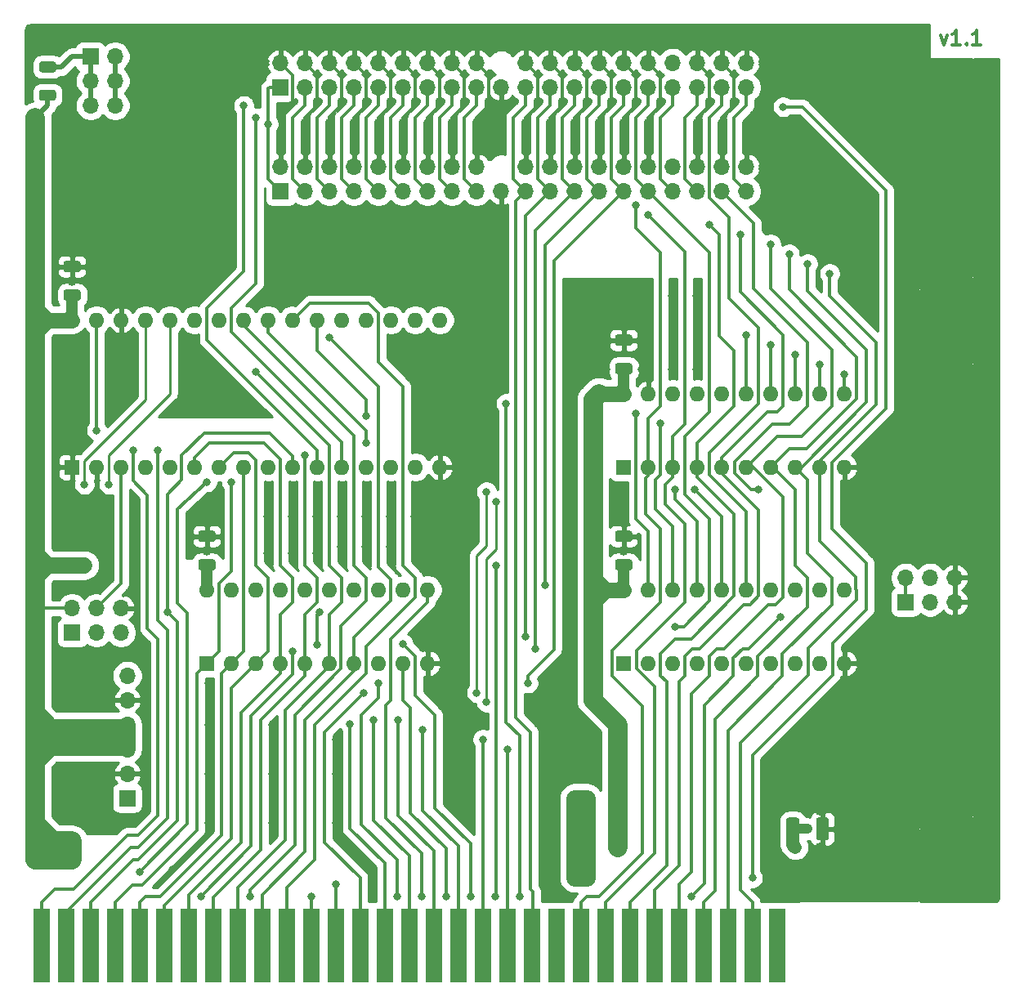
<source format=gtl>
%TF.GenerationSoftware,KiCad,Pcbnew,(5.1.9)-1*%
%TF.CreationDate,2021-09-28T21:55:09+08:00*%
%TF.ProjectId,XTA-Interface,5854412d-496e-4746-9572-666163652e6b,rev?*%
%TF.SameCoordinates,Original*%
%TF.FileFunction,Copper,L1,Top*%
%TF.FilePolarity,Positive*%
%FSLAX46Y46*%
G04 Gerber Fmt 4.6, Leading zero omitted, Abs format (unit mm)*
G04 Created by KiCad (PCBNEW (5.1.9)-1) date 2021-09-28 21:55:09*
%MOMM*%
%LPD*%
G01*
G04 APERTURE LIST*
%TA.AperFunction,NonConductor*%
%ADD10C,0.300000*%
%TD*%
%TA.AperFunction,ComponentPad*%
%ADD11C,4.000000*%
%TD*%
%TA.AperFunction,ComponentPad*%
%ADD12O,1.700000X1.700000*%
%TD*%
%TA.AperFunction,ComponentPad*%
%ADD13R,1.700000X1.700000*%
%TD*%
%TA.AperFunction,ComponentPad*%
%ADD14O,1.600000X1.600000*%
%TD*%
%TA.AperFunction,ComponentPad*%
%ADD15R,1.600000X1.600000*%
%TD*%
%TA.AperFunction,ConnectorPad*%
%ADD16R,1.780000X7.620000*%
%TD*%
%TA.AperFunction,ViaPad*%
%ADD17C,0.800000*%
%TD*%
%TA.AperFunction,ViaPad*%
%ADD18C,1.000000*%
%TD*%
%TA.AperFunction,Conductor*%
%ADD19C,0.300000*%
%TD*%
%TA.AperFunction,Conductor*%
%ADD20C,0.250000*%
%TD*%
%TA.AperFunction,Conductor*%
%ADD21C,2.000000*%
%TD*%
%TA.AperFunction,Conductor*%
%ADD22C,0.500000*%
%TD*%
%TA.AperFunction,Conductor*%
%ADD23C,1.000000*%
%TD*%
%TA.AperFunction,Conductor*%
%ADD24C,1.600000*%
%TD*%
%TA.AperFunction,Conductor*%
%ADD25C,1.325000*%
%TD*%
%TA.AperFunction,Conductor*%
%ADD26C,1.150000*%
%TD*%
%TA.AperFunction,Conductor*%
%ADD27C,1.700000*%
%TD*%
%TA.AperFunction,Conductor*%
%ADD28C,1.750000*%
%TD*%
%TA.AperFunction,Conductor*%
%ADD29C,0.254000*%
%TD*%
%TA.AperFunction,Conductor*%
%ADD30C,0.100000*%
%TD*%
G04 APERTURE END LIST*
D10*
X192179285Y-44128571D02*
X192536428Y-45128571D01*
X192893571Y-44128571D01*
X194250714Y-45128571D02*
X193393571Y-45128571D01*
X193822142Y-45128571D02*
X193822142Y-43628571D01*
X193679285Y-43842857D01*
X193536428Y-43985714D01*
X193393571Y-44057142D01*
X194893571Y-44985714D02*
X194965000Y-45057142D01*
X194893571Y-45128571D01*
X194822142Y-45057142D01*
X194893571Y-44985714D01*
X194893571Y-45128571D01*
X196393571Y-45128571D02*
X195536428Y-45128571D01*
X195965000Y-45128571D02*
X195965000Y-43628571D01*
X195822142Y-43842857D01*
X195679285Y-43985714D01*
X195536428Y-44057142D01*
D11*
%TO.P,H4,1*%
%TO.N,GND*%
X195763000Y-130190000D03*
%TD*%
%TO.P,H2,1*%
%TO.N,GND*%
X195763000Y-73670000D03*
%TD*%
D12*
%TO.P,CN4,6*%
%TO.N,+12V*%
X107950000Y-110490000D03*
%TO.P,CN4,5*%
%TO.N,GND*%
X107950000Y-113030000D03*
%TO.P,CN4,4*%
%TO.N,VCC*%
X107950000Y-115570000D03*
%TO.P,CN4,3*%
X107950000Y-118110000D03*
%TO.P,CN4,2*%
%TO.N,GND*%
X107950000Y-120650000D03*
D13*
%TO.P,CN4,1*%
%TO.N,+12V*%
X107950000Y-123190000D03*
%TD*%
D14*
%TO.P,U2,20*%
%TO.N,VCC*%
X159385000Y-81280000D03*
%TO.P,U2,10*%
%TO.N,GND*%
X182245000Y-88900000D03*
%TO.P,U2,19*%
X161925000Y-81280000D03*
%TO.P,U2,9*%
%TO.N,D7*%
X179705000Y-88900000D03*
%TO.P,U2,18*%
%TO.N,D0_BUF*%
X164465000Y-81280000D03*
%TO.P,U2,8*%
%TO.N,D6*%
X177165000Y-88900000D03*
%TO.P,U2,17*%
%TO.N,D1_BUF*%
X167005000Y-81280000D03*
%TO.P,U2,7*%
%TO.N,D5*%
X174625000Y-88900000D03*
%TO.P,U2,16*%
%TO.N,D2_BUF*%
X169545000Y-81280000D03*
%TO.P,U2,6*%
%TO.N,D4*%
X172085000Y-88900000D03*
%TO.P,U2,15*%
%TO.N,D3_BUF*%
X172085000Y-81280000D03*
%TO.P,U2,5*%
%TO.N,D3*%
X169545000Y-88900000D03*
%TO.P,U2,14*%
%TO.N,D4_BUF*%
X174625000Y-81280000D03*
%TO.P,U2,4*%
%TO.N,D2*%
X167005000Y-88900000D03*
%TO.P,U2,13*%
%TO.N,D5_BUF*%
X177165000Y-81280000D03*
%TO.P,U2,3*%
%TO.N,D1*%
X164465000Y-88900000D03*
%TO.P,U2,12*%
%TO.N,D6_BUF*%
X179705000Y-81280000D03*
%TO.P,U2,2*%
%TO.N,D0*%
X161925000Y-88900000D03*
%TO.P,U2,11*%
%TO.N,D7_BUF*%
X182245000Y-81280000D03*
D15*
%TO.P,U2,1*%
%TO.N,BUFF_DIR*%
X159385000Y-88900000D03*
%TD*%
D14*
%TO.P,U4,20*%
%TO.N,VCC*%
X159385000Y-101600000D03*
%TO.P,U4,10*%
%TO.N,GND*%
X182245000Y-109220000D03*
%TO.P,U4,19*%
%TO.N,~CE~_BIOS*%
X161925000Y-101600000D03*
%TO.P,U4,9*%
%TO.N,A19*%
X179705000Y-109220000D03*
%TO.P,U4,18*%
%TO.N,~MEMR~_DELAYED*%
X164465000Y-101600000D03*
%TO.P,U4,8*%
%TO.N,A18*%
X177165000Y-109220000D03*
%TO.P,U4,17*%
%TO.N,BUFF_DIR*%
X167005000Y-101600000D03*
%TO.P,U4,7*%
%TO.N,A17*%
X174625000Y-109220000D03*
%TO.P,U4,16*%
%TO.N,~CS_XTA1*%
X169545000Y-101600000D03*
%TO.P,U4,6*%
%TO.N,A16*%
X172085000Y-109220000D03*
%TO.P,U4,15*%
%TO.N,~CS_XTA0*%
X172085000Y-101600000D03*
%TO.P,U4,5*%
%TO.N,A15*%
X169545000Y-109220000D03*
%TO.P,U4,14*%
%TO.N,DECODE_IO_RANGE*%
X174625000Y-101600000D03*
%TO.P,U4,4*%
%TO.N,A14*%
X167005000Y-109220000D03*
%TO.P,U4,13*%
%TO.N,~MEMR*%
X177165000Y-101600000D03*
%TO.P,U4,3*%
%TO.N,A13*%
X164465000Y-109220000D03*
%TO.P,U4,12*%
%TO.N,ADDR_JUMPER_1*%
X179705000Y-101600000D03*
%TO.P,U4,2*%
%TO.N,A02*%
X161925000Y-109220000D03*
%TO.P,U4,11*%
%TO.N,ADDR_JUMPER_0*%
X182245000Y-101600000D03*
D15*
%TO.P,U4,1*%
%TO.N,ST_WD_JUMPER*%
X159385000Y-109220000D03*
%TD*%
D14*
%TO.P,U3,20*%
%TO.N,VCC*%
X116205000Y-101600000D03*
%TO.P,U3,10*%
%TO.N,GND*%
X139065000Y-109220000D03*
%TO.P,U3,19*%
%TO.N,/IOR_DELAY5*%
X118745000Y-101600000D03*
%TO.P,U3,9*%
%TO.N,~IOR*%
X136525000Y-109220000D03*
%TO.P,U3,18*%
%TO.N,/IOR_DELAY4*%
X121285000Y-101600000D03*
%TO.P,U3,8*%
%TO.N,~IOW*%
X133985000Y-109220000D03*
%TO.P,U3,17*%
%TO.N,/IOR_DELAY3*%
X123825000Y-101600000D03*
%TO.P,U3,7*%
%TO.N,A09*%
X131445000Y-109220000D03*
%TO.P,U3,16*%
%TO.N,/IOR_DELAY_DEBUG*%
X126365000Y-101600000D03*
%TO.P,U3,6*%
%TO.N,A08*%
X128905000Y-109220000D03*
%TO.P,U3,15*%
%TO.N,DECODE_IO_RANGE*%
X128905000Y-101600000D03*
%TO.P,U3,5*%
%TO.N,A07*%
X126365000Y-109220000D03*
%TO.P,U3,14*%
%TO.N,/IOR_DELAY2*%
X131445000Y-101600000D03*
%TO.P,U3,4*%
%TO.N,A06*%
X123825000Y-109220000D03*
%TO.P,U3,13*%
%TO.N,/IOR_DELAY1*%
X133985000Y-101600000D03*
%TO.P,U3,3*%
%TO.N,A05*%
X121285000Y-109220000D03*
%TO.P,U3,12*%
%TO.N,~XTA_DACK*%
X136525000Y-101600000D03*
%TO.P,U3,2*%
%TO.N,A04*%
X118745000Y-109220000D03*
%TO.P,U3,11*%
%TO.N,~DACK3*%
X139065000Y-101600000D03*
D15*
%TO.P,U3,1*%
%TO.N,A03*%
X116205000Y-109220000D03*
%TD*%
D14*
%TO.P,U1,32*%
%TO.N,VCC*%
X102235000Y-73660000D03*
%TO.P,U1,16*%
%TO.N,GND*%
X140335000Y-88900000D03*
%TO.P,U1,31*%
%TO.N,~MEMW*%
X104775000Y-73660000D03*
%TO.P,U1,15*%
%TO.N,D2_BUF*%
X137795000Y-88900000D03*
%TO.P,U1,30*%
%TO.N,GND*%
X107315000Y-73660000D03*
%TO.P,U1,14*%
%TO.N,D1_BUF*%
X135255000Y-88900000D03*
%TO.P,U1,29*%
%TO.N,A14*%
X109855000Y-73660000D03*
%TO.P,U1,13*%
%TO.N,D0_BUF*%
X132715000Y-88900000D03*
%TO.P,U1,28*%
%TO.N,A13*%
X112395000Y-73660000D03*
%TO.P,U1,12*%
%TO.N,A00*%
X130175000Y-88900000D03*
%TO.P,U1,27*%
%TO.N,A08*%
X114935000Y-73660000D03*
%TO.P,U1,11*%
%TO.N,A01*%
X127635000Y-88900000D03*
%TO.P,U1,26*%
%TO.N,A09*%
X117475000Y-73660000D03*
%TO.P,U1,10*%
%TO.N,A02*%
X125095000Y-88900000D03*
%TO.P,U1,25*%
%TO.N,A11*%
X120015000Y-73660000D03*
%TO.P,U1,9*%
%TO.N,A03*%
X122555000Y-88900000D03*
%TO.P,U1,24*%
%TO.N,~MEMR~_DELAYED*%
X122555000Y-73660000D03*
%TO.P,U1,8*%
%TO.N,A04*%
X120015000Y-88900000D03*
%TO.P,U1,23*%
%TO.N,A10*%
X125095000Y-73660000D03*
%TO.P,U1,7*%
%TO.N,A05*%
X117475000Y-88900000D03*
%TO.P,U1,22*%
%TO.N,~CE~_BIOS*%
X127635000Y-73660000D03*
%TO.P,U1,6*%
%TO.N,A06*%
X114935000Y-88900000D03*
%TO.P,U1,21*%
%TO.N,D7_BUF*%
X130175000Y-73660000D03*
%TO.P,U1,5*%
%TO.N,A07*%
X112395000Y-88900000D03*
%TO.P,U1,20*%
%TO.N,D6_BUF*%
X132715000Y-73660000D03*
%TO.P,U1,4*%
%TO.N,A12*%
X109855000Y-88900000D03*
%TO.P,U1,19*%
%TO.N,D5_BUF*%
X135255000Y-73660000D03*
%TO.P,U1,3*%
%TO.N,ST_WD_JUMPER*%
X107315000Y-88900000D03*
%TO.P,U1,18*%
%TO.N,D4_BUF*%
X137795000Y-73660000D03*
%TO.P,U1,2*%
%TO.N,GND*%
X104775000Y-88900000D03*
%TO.P,U1,17*%
%TO.N,D3_BUF*%
X140335000Y-73660000D03*
D15*
%TO.P,U1,1*%
%TO.N,GND*%
X102235000Y-88900000D03*
%TD*%
D12*
%TO.P,JP2,6*%
%TO.N,GND*%
X193675000Y-100330000D03*
%TO.P,JP2,5*%
X193675000Y-102870000D03*
%TO.P,JP2,4*%
%TO.N,ADDR_JUMPER_0*%
X191135000Y-100330000D03*
%TO.P,JP2,3*%
%TO.N,ADDR_JUMPER_1*%
X191135000Y-102870000D03*
%TO.P,JP2,2*%
%TO.N,VCC*%
X188595000Y-100330000D03*
D13*
%TO.P,JP2,1*%
X188595000Y-102870000D03*
%TD*%
D12*
%TO.P,JP1,6*%
%TO.N,GND*%
X107315000Y-103505000D03*
%TO.P,JP1,5*%
%TO.N,IRQ5*%
X107315000Y-106045000D03*
%TO.P,JP1,4*%
%TO.N,ST_WD_JUMPER*%
X104775000Y-103505000D03*
%TO.P,JP1,3*%
%TO.N,XTA_IRQ*%
X104775000Y-106045000D03*
%TO.P,JP1,2*%
%TO.N,VCC*%
X102235000Y-103505000D03*
D13*
%TO.P,JP1,1*%
%TO.N,IRQ2*%
X102235000Y-106045000D03*
%TD*%
%TO.P,C5,2*%
%TO.N,GND*%
%TA.AperFunction,SMDPad,CuDef*%
G36*
G01*
X179310000Y-127290001D02*
X179310000Y-125439999D01*
G75*
G02*
X179559999Y-125190000I249999J0D01*
G01*
X180385001Y-125190000D01*
G75*
G02*
X180635000Y-125439999I0J-249999D01*
G01*
X180635000Y-127290001D01*
G75*
G02*
X180385001Y-127540000I-249999J0D01*
G01*
X179559999Y-127540000D01*
G75*
G02*
X179310000Y-127290001I0J249999D01*
G01*
G37*
%TD.AperFunction*%
%TO.P,C5,1*%
%TO.N,VCC*%
%TA.AperFunction,SMDPad,CuDef*%
G36*
G01*
X176235000Y-127290001D02*
X176235000Y-125439999D01*
G75*
G02*
X176484999Y-125190000I249999J0D01*
G01*
X177310001Y-125190000D01*
G75*
G02*
X177560000Y-125439999I0J-249999D01*
G01*
X177560000Y-127290001D01*
G75*
G02*
X177310001Y-127540000I-249999J0D01*
G01*
X176484999Y-127540000D01*
G75*
G02*
X176235000Y-127290001I0J249999D01*
G01*
G37*
%TD.AperFunction*%
%TD*%
%TO.P,C2,2*%
%TO.N,GND*%
%TA.AperFunction,SMDPad,CuDef*%
G36*
G01*
X160035001Y-76316000D02*
X158734999Y-76316000D01*
G75*
G02*
X158485000Y-76066001I0J249999D01*
G01*
X158485000Y-75415999D01*
G75*
G02*
X158734999Y-75166000I249999J0D01*
G01*
X160035001Y-75166000D01*
G75*
G02*
X160285000Y-75415999I0J-249999D01*
G01*
X160285000Y-76066001D01*
G75*
G02*
X160035001Y-76316000I-249999J0D01*
G01*
G37*
%TD.AperFunction*%
%TO.P,C2,1*%
%TO.N,VCC*%
%TA.AperFunction,SMDPad,CuDef*%
G36*
G01*
X160035001Y-79266000D02*
X158734999Y-79266000D01*
G75*
G02*
X158485000Y-79016001I0J249999D01*
G01*
X158485000Y-78365999D01*
G75*
G02*
X158734999Y-78116000I249999J0D01*
G01*
X160035001Y-78116000D01*
G75*
G02*
X160285000Y-78365999I0J-249999D01*
G01*
X160285000Y-79016001D01*
G75*
G02*
X160035001Y-79266000I-249999J0D01*
G01*
G37*
%TD.AperFunction*%
%TD*%
%TO.P,C4,2*%
%TO.N,GND*%
%TA.AperFunction,SMDPad,CuDef*%
G36*
G01*
X160035001Y-96636000D02*
X158734999Y-96636000D01*
G75*
G02*
X158485000Y-96386001I0J249999D01*
G01*
X158485000Y-95735999D01*
G75*
G02*
X158734999Y-95486000I249999J0D01*
G01*
X160035001Y-95486000D01*
G75*
G02*
X160285000Y-95735999I0J-249999D01*
G01*
X160285000Y-96386001D01*
G75*
G02*
X160035001Y-96636000I-249999J0D01*
G01*
G37*
%TD.AperFunction*%
%TO.P,C4,1*%
%TO.N,VCC*%
%TA.AperFunction,SMDPad,CuDef*%
G36*
G01*
X160035001Y-99586000D02*
X158734999Y-99586000D01*
G75*
G02*
X158485000Y-99336001I0J249999D01*
G01*
X158485000Y-98685999D01*
G75*
G02*
X158734999Y-98436000I249999J0D01*
G01*
X160035001Y-98436000D01*
G75*
G02*
X160285000Y-98685999I0J-249999D01*
G01*
X160285000Y-99336001D01*
G75*
G02*
X160035001Y-99586000I-249999J0D01*
G01*
G37*
%TD.AperFunction*%
%TD*%
%TO.P,C3,1*%
%TO.N,VCC*%
%TA.AperFunction,SMDPad,CuDef*%
G36*
G01*
X116855001Y-99586000D02*
X115554999Y-99586000D01*
G75*
G02*
X115305000Y-99336001I0J249999D01*
G01*
X115305000Y-98685999D01*
G75*
G02*
X115554999Y-98436000I249999J0D01*
G01*
X116855001Y-98436000D01*
G75*
G02*
X117105000Y-98685999I0J-249999D01*
G01*
X117105000Y-99336001D01*
G75*
G02*
X116855001Y-99586000I-249999J0D01*
G01*
G37*
%TD.AperFunction*%
%TO.P,C3,2*%
%TO.N,GND*%
%TA.AperFunction,SMDPad,CuDef*%
G36*
G01*
X116855001Y-96636000D02*
X115554999Y-96636000D01*
G75*
G02*
X115305000Y-96386001I0J249999D01*
G01*
X115305000Y-95735999D01*
G75*
G02*
X115554999Y-95486000I249999J0D01*
G01*
X116855001Y-95486000D01*
G75*
G02*
X117105000Y-95735999I0J-249999D01*
G01*
X117105000Y-96386001D01*
G75*
G02*
X116855001Y-96636000I-249999J0D01*
G01*
G37*
%TD.AperFunction*%
%TD*%
%TO.P,C1,2*%
%TO.N,GND*%
%TA.AperFunction,SMDPad,CuDef*%
G36*
G01*
X102885001Y-68696000D02*
X101584999Y-68696000D01*
G75*
G02*
X101335000Y-68446001I0J249999D01*
G01*
X101335000Y-67795999D01*
G75*
G02*
X101584999Y-67546000I249999J0D01*
G01*
X102885001Y-67546000D01*
G75*
G02*
X103135000Y-67795999I0J-249999D01*
G01*
X103135000Y-68446001D01*
G75*
G02*
X102885001Y-68696000I-249999J0D01*
G01*
G37*
%TD.AperFunction*%
%TO.P,C1,1*%
%TO.N,VCC*%
%TA.AperFunction,SMDPad,CuDef*%
G36*
G01*
X102885001Y-71646000D02*
X101584999Y-71646000D01*
G75*
G02*
X101335000Y-71396001I0J249999D01*
G01*
X101335000Y-70745999D01*
G75*
G02*
X101584999Y-70496000I249999J0D01*
G01*
X102885001Y-70496000D01*
G75*
G02*
X103135000Y-70745999I0J-249999D01*
G01*
X103135000Y-71396001D01*
G75*
G02*
X102885001Y-71646000I-249999J0D01*
G01*
G37*
%TD.AperFunction*%
%TD*%
%TO.P,R1,2*%
%TO.N,Net-(CN3-Pad1)*%
%TA.AperFunction,SMDPad,CuDef*%
G36*
G01*
X100320001Y-47995000D02*
X99069999Y-47995000D01*
G75*
G02*
X98820000Y-47745001I0J249999D01*
G01*
X98820000Y-47119999D01*
G75*
G02*
X99069999Y-46870000I249999J0D01*
G01*
X100320001Y-46870000D01*
G75*
G02*
X100570000Y-47119999I0J-249999D01*
G01*
X100570000Y-47745001D01*
G75*
G02*
X100320001Y-47995000I-249999J0D01*
G01*
G37*
%TD.AperFunction*%
%TO.P,R1,1*%
%TO.N,VCC*%
%TA.AperFunction,SMDPad,CuDef*%
G36*
G01*
X100320001Y-50920000D02*
X99069999Y-50920000D01*
G75*
G02*
X98820000Y-50670001I0J249999D01*
G01*
X98820000Y-50044999D01*
G75*
G02*
X99069999Y-49795000I249999J0D01*
G01*
X100320001Y-49795000D01*
G75*
G02*
X100570000Y-50044999I0J-249999D01*
G01*
X100570000Y-50670001D01*
G75*
G02*
X100320001Y-50920000I-249999J0D01*
G01*
G37*
%TD.AperFunction*%
%TD*%
D12*
%TO.P,CN3,6*%
%TO.N,~DRV_ACTIVE*%
X106680000Y-51435000D03*
%TO.P,CN3,5*%
%TO.N,Net-(CN3-Pad1)*%
X104140000Y-51435000D03*
%TO.P,CN3,4*%
%TO.N,~DRV_ACTIVE*%
X106680000Y-48895000D03*
%TO.P,CN3,3*%
%TO.N,Net-(CN3-Pad1)*%
X104140000Y-48895000D03*
%TO.P,CN3,2*%
%TO.N,~DRV_ACTIVE*%
X106680000Y-46355000D03*
D13*
%TO.P,CN3,1*%
%TO.N,Net-(CN3-Pad1)*%
X104140000Y-46355000D03*
%TD*%
D12*
%TO.P,CN2,40*%
%TO.N,GND*%
X172085000Y-57785000D03*
%TO.P,CN2,39*%
%TO.N,~DRV_ACTIVE*%
X172085000Y-60325000D03*
%TO.P,CN2,38*%
%TO.N,GND*%
X169545000Y-57785000D03*
%TO.P,CN2,37*%
%TO.N,~CS_XTA1*%
X169545000Y-60325000D03*
%TO.P,CN2,36*%
%TO.N,GND*%
X167005000Y-57785000D03*
%TO.P,CN2,35*%
%TO.N,A00*%
X167005000Y-60325000D03*
%TO.P,CN2,34*%
%TO.N,Net-(CN2-Pad34)*%
X164465000Y-57785000D03*
%TO.P,CN2,33*%
%TO.N,A01*%
X164465000Y-60325000D03*
%TO.P,CN2,32*%
%TO.N,GND*%
X161925000Y-57785000D03*
%TO.P,CN2,31*%
%TO.N,XTA_IRQ*%
X161925000Y-60325000D03*
%TO.P,CN2,30*%
%TO.N,GND*%
X159385000Y-57785000D03*
%TO.P,CN2,29*%
%TO.N,DRQ3*%
X159385000Y-60325000D03*
%TO.P,CN2,28*%
%TO.N,GND*%
X156845000Y-57785000D03*
%TO.P,CN2,27*%
%TO.N,~XTA_DACK*%
X156845000Y-60325000D03*
%TO.P,CN2,26*%
%TO.N,GND*%
X154305000Y-57785000D03*
%TO.P,CN2,25*%
%TO.N,~IOR*%
X154305000Y-60325000D03*
%TO.P,CN2,24*%
%TO.N,GND*%
X151765000Y-57785000D03*
%TO.P,CN2,23*%
%TO.N,~IOW*%
X151765000Y-60325000D03*
%TO.P,CN2,22*%
%TO.N,GND*%
X149225000Y-57785000D03*
%TO.P,CN2,21*%
%TO.N,AEN*%
X149225000Y-60325000D03*
%TO.P,CN2,19*%
%TO.N,GND*%
X146685000Y-60325000D03*
%TO.P,CN2,18*%
X144145000Y-57785000D03*
%TO.P,CN2,17*%
%TO.N,D0*%
X144145000Y-60325000D03*
%TO.P,CN2,16*%
%TO.N,GND*%
X141605000Y-57785000D03*
%TO.P,CN2,15*%
%TO.N,D1*%
X141605000Y-60325000D03*
%TO.P,CN2,14*%
%TO.N,GND*%
X139065000Y-57785000D03*
%TO.P,CN2,13*%
%TO.N,D2*%
X139065000Y-60325000D03*
%TO.P,CN2,12*%
%TO.N,GND*%
X136525000Y-57785000D03*
%TO.P,CN2,11*%
%TO.N,D3*%
X136525000Y-60325000D03*
%TO.P,CN2,10*%
%TO.N,GND*%
X133985000Y-57785000D03*
%TO.P,CN2,9*%
%TO.N,D4*%
X133985000Y-60325000D03*
%TO.P,CN2,8*%
%TO.N,GND*%
X131445000Y-57785000D03*
%TO.P,CN2,7*%
%TO.N,D5*%
X131445000Y-60325000D03*
%TO.P,CN2,6*%
%TO.N,GND*%
X128905000Y-57785000D03*
%TO.P,CN2,5*%
%TO.N,D6*%
X128905000Y-60325000D03*
%TO.P,CN2,4*%
%TO.N,GND*%
X126365000Y-57785000D03*
%TO.P,CN2,3*%
%TO.N,D7*%
X126365000Y-60325000D03*
%TO.P,CN2,2*%
%TO.N,GND*%
X123825000Y-57785000D03*
D13*
%TO.P,CN2,1*%
%TO.N,RESET*%
X123825000Y-60325000D03*
%TD*%
D12*
%TO.P,CN1,40*%
%TO.N,GND*%
X172085000Y-46990000D03*
%TO.P,CN1,39*%
%TO.N,~DRV_ACTIVE*%
X172085000Y-49530000D03*
%TO.P,CN1,38*%
%TO.N,GND*%
X169545000Y-46990000D03*
%TO.P,CN1,37*%
%TO.N,~CS_XTA0*%
X169545000Y-49530000D03*
%TO.P,CN1,36*%
%TO.N,GND*%
X167005000Y-46990000D03*
%TO.P,CN1,35*%
%TO.N,A00*%
X167005000Y-49530000D03*
%TO.P,CN1,34*%
%TO.N,Net-(CN1-Pad34)*%
X164465000Y-46990000D03*
%TO.P,CN1,33*%
%TO.N,A01*%
X164465000Y-49530000D03*
%TO.P,CN1,32*%
%TO.N,GND*%
X161925000Y-46990000D03*
%TO.P,CN1,31*%
%TO.N,XTA_IRQ*%
X161925000Y-49530000D03*
%TO.P,CN1,30*%
%TO.N,GND*%
X159385000Y-46990000D03*
%TO.P,CN1,29*%
%TO.N,DRQ3*%
X159385000Y-49530000D03*
%TO.P,CN1,28*%
%TO.N,GND*%
X156845000Y-46990000D03*
%TO.P,CN1,27*%
%TO.N,~XTA_DACK*%
X156845000Y-49530000D03*
%TO.P,CN1,26*%
%TO.N,GND*%
X154305000Y-46990000D03*
%TO.P,CN1,25*%
%TO.N,~IOR*%
X154305000Y-49530000D03*
%TO.P,CN1,24*%
%TO.N,GND*%
X151765000Y-46990000D03*
%TO.P,CN1,23*%
%TO.N,~IOW*%
X151765000Y-49530000D03*
%TO.P,CN1,22*%
%TO.N,GND*%
X149225000Y-46990000D03*
%TO.P,CN1,21*%
%TO.N,AEN*%
X149225000Y-49530000D03*
%TO.P,CN1,19*%
%TO.N,GND*%
X146685000Y-49530000D03*
%TO.P,CN1,18*%
X144145000Y-46990000D03*
%TO.P,CN1,17*%
%TO.N,D0*%
X144145000Y-49530000D03*
%TO.P,CN1,16*%
%TO.N,GND*%
X141605000Y-46990000D03*
%TO.P,CN1,15*%
%TO.N,D1*%
X141605000Y-49530000D03*
%TO.P,CN1,14*%
%TO.N,GND*%
X139065000Y-46990000D03*
%TO.P,CN1,13*%
%TO.N,D2*%
X139065000Y-49530000D03*
%TO.P,CN1,12*%
%TO.N,GND*%
X136525000Y-46990000D03*
%TO.P,CN1,11*%
%TO.N,D3*%
X136525000Y-49530000D03*
%TO.P,CN1,10*%
%TO.N,GND*%
X133985000Y-46990000D03*
%TO.P,CN1,9*%
%TO.N,D4*%
X133985000Y-49530000D03*
%TO.P,CN1,8*%
%TO.N,GND*%
X131445000Y-46990000D03*
%TO.P,CN1,7*%
%TO.N,D5*%
X131445000Y-49530000D03*
%TO.P,CN1,6*%
%TO.N,GND*%
X128905000Y-46990000D03*
%TO.P,CN1,5*%
%TO.N,D6*%
X128905000Y-49530000D03*
%TO.P,CN1,4*%
%TO.N,GND*%
X126365000Y-46990000D03*
%TO.P,CN1,3*%
%TO.N,D7*%
X126365000Y-49530000D03*
%TO.P,CN1,2*%
%TO.N,GND*%
X123825000Y-46990000D03*
D13*
%TO.P,CN1,1*%
%TO.N,RESET*%
X123825000Y-49530000D03*
%TD*%
D16*
%TO.P,J3,62*%
%TO.N,A00*%
X99060000Y-138430000D03*
%TO.P,J3,61*%
%TO.N,A01*%
X101600000Y-138430000D03*
%TO.P,J3,60*%
%TO.N,A02*%
X104140000Y-138430000D03*
%TO.P,J3,59*%
%TO.N,A03*%
X106680000Y-138430000D03*
%TO.P,J3,58*%
%TO.N,A04*%
X109220000Y-138430000D03*
%TO.P,J3,57*%
%TO.N,A05*%
X111760000Y-138430000D03*
%TO.P,J3,56*%
%TO.N,A06*%
X114300000Y-138430000D03*
%TO.P,J3,55*%
%TO.N,A07*%
X116840000Y-138430000D03*
%TO.P,J3,54*%
%TO.N,A08*%
X119380000Y-138430000D03*
%TO.P,J3,53*%
%TO.N,A09*%
X121920000Y-138430000D03*
%TO.P,J3,52*%
%TO.N,A10*%
X124460000Y-138430000D03*
%TO.P,J3,51*%
%TO.N,A11*%
X127000000Y-138430000D03*
%TO.P,J3,50*%
%TO.N,A12*%
X129540000Y-138430000D03*
%TO.P,J3,49*%
%TO.N,A13*%
X132080000Y-138430000D03*
%TO.P,J3,48*%
%TO.N,A14*%
X134620000Y-138430000D03*
%TO.P,J3,47*%
%TO.N,A15*%
X137160000Y-138430000D03*
%TO.P,J3,46*%
%TO.N,A16*%
X139700000Y-138430000D03*
%TO.P,J3,45*%
%TO.N,A17*%
X142240000Y-138430000D03*
%TO.P,J3,44*%
%TO.N,A18*%
X144780000Y-138430000D03*
%TO.P,J3,43*%
%TO.N,A19*%
X147320000Y-138430000D03*
%TO.P,J3,42*%
%TO.N,AEN*%
X149860000Y-138430000D03*
%TO.P,J3,41*%
%TO.N,Net-(J3-Pad41)*%
X152400000Y-138430000D03*
%TO.P,J3,40*%
%TO.N,D0*%
X154940000Y-138430000D03*
%TO.P,J3,39*%
%TO.N,D1*%
X157480000Y-138430000D03*
%TO.P,J3,38*%
%TO.N,D2*%
X160020000Y-138430000D03*
%TO.P,J3,37*%
%TO.N,D3*%
X162560000Y-138430000D03*
%TO.P,J3,36*%
%TO.N,D4*%
X165100000Y-138430000D03*
%TO.P,J3,35*%
%TO.N,D5*%
X167640000Y-138430000D03*
%TO.P,J3,34*%
%TO.N,D6*%
X170180000Y-138430000D03*
%TO.P,J3,33*%
%TO.N,D7*%
X172720000Y-138430000D03*
%TO.P,J3,32*%
%TO.N,Net-(J3-Pad32)*%
X175260000Y-138430000D03*
%TD*%
D17*
%TO.N,A00*%
X121285000Y-52705000D03*
X108585000Y-87122000D03*
%TO.N,A01*%
X120015000Y-51435000D03*
X111125000Y-87122000D03*
%TO.N,A02*%
X112141000Y-103886000D03*
%TO.N,A03*%
X118745000Y-90424000D03*
%TO.N,A07*%
X126365000Y-87630000D03*
%TO.N,A08*%
X121285000Y-79027014D03*
%TO.N,A09*%
X128905000Y-75438000D03*
%TO.N,A11*%
X127000000Y-133350000D03*
X120650000Y-133350000D03*
%TO.N,A12*%
X109220000Y-130810000D03*
X129540000Y-132080000D03*
X116205000Y-90424000D03*
%TO.N,A13*%
X132461000Y-112268000D03*
X144145000Y-112268000D03*
X106045000Y-90678000D03*
X145161000Y-91440000D03*
%TO.N,A15*%
X133477000Y-115062000D03*
%TO.N,A16*%
X136017000Y-115062000D03*
%TO.N,A17*%
X138557000Y-116078000D03*
%TO.N,A18*%
X144780000Y-117094000D03*
%TO.N,A19*%
X147320000Y-118110000D03*
%TO.N,D0*%
X160655000Y-61722000D03*
%TO.N,D1*%
X161925008Y-62738000D03*
%TO.N,D2*%
X168275000Y-63754000D03*
%TO.N,D3*%
X171450000Y-64770000D03*
%TO.N,D4*%
X174625000Y-65786000D03*
%TO.N,D5*%
X176530000Y-66802000D03*
%TO.N,D6*%
X178435000Y-67818000D03*
%TO.N,D7*%
X180721000Y-68834000D03*
D18*
%TO.N,GND*%
X178435000Y-130810000D03*
X180340000Y-130810000D03*
X102870000Y-113030000D03*
X102870000Y-120650000D03*
X100965000Y-120650000D03*
X100965000Y-113030000D03*
X151765000Y-132715000D03*
X133350000Y-130810000D03*
X133350000Y-132715000D03*
X176530000Y-130810000D03*
X179705000Y-128270000D03*
X179705000Y-124460000D03*
X181610000Y-126365000D03*
X129667000Y-120650000D03*
X159385000Y-97536000D03*
X159385000Y-94615000D03*
X116205000Y-97536000D03*
X116205000Y-94615000D03*
X98425000Y-43815000D03*
X100330000Y-43815000D03*
X100965000Y-55245000D03*
X102235000Y-69596000D03*
X102235000Y-66675000D03*
X104140000Y-68121000D03*
X100965000Y-63500000D03*
X159385000Y-71120000D03*
X161290000Y-78740000D03*
X157480000Y-78740000D03*
X164465000Y-78740000D03*
X167005000Y-78740000D03*
X164465000Y-71120000D03*
X167005000Y-71120000D03*
X153670000Y-71120000D03*
X161925000Y-71120000D03*
X129667000Y-125730000D03*
X143510000Y-125730000D03*
X116459000Y-115570000D03*
X116459000Y-120650000D03*
X116459000Y-125730000D03*
X116459000Y-111252000D03*
X123063000Y-120650000D03*
X123063000Y-125730000D03*
X123063000Y-115570000D03*
D17*
X112649000Y-130556000D03*
D18*
X151511000Y-130809996D03*
X151511000Y-125730000D03*
X142240000Y-120650000D03*
X142240000Y-117475000D03*
X151511000Y-120650000D03*
X156083000Y-120650000D03*
X129667000Y-117094000D03*
X153797000Y-110490000D03*
X152019000Y-110490000D03*
X142240000Y-109474000D03*
X153797000Y-97536000D03*
X153797000Y-107950000D03*
X153797000Y-119634000D03*
X100965000Y-101600000D03*
X100965000Y-108585000D03*
X104775000Y-108585000D03*
X101346000Y-76200000D03*
X100965000Y-96520000D03*
X104140000Y-96520000D03*
X186055000Y-97790000D03*
X186055000Y-106045000D03*
X172720000Y-53340000D03*
X177165000Y-53340000D03*
X184785000Y-60960000D03*
X184785000Y-72390000D03*
X174625000Y-63500000D03*
X178435000Y-65405000D03*
X182245000Y-67310000D03*
X177165000Y-49530000D03*
X183515000Y-54610000D03*
X188595000Y-60960000D03*
X153670000Y-78740000D03*
X146685000Y-78740000D03*
X153670000Y-81280000D03*
X118745000Y-46990000D03*
X114300000Y-46990000D03*
X109855000Y-46990000D03*
X109855000Y-50800000D03*
X117475000Y-50800000D03*
X113665000Y-50800000D03*
X177165000Y-44450000D03*
X194310000Y-57150000D03*
X175260000Y-120015000D03*
X141605000Y-97155000D03*
X127635000Y-97790000D03*
X125095000Y-97790000D03*
X122555000Y-97790000D03*
X122555000Y-93980000D03*
X125095000Y-93980000D03*
X127635000Y-93980000D03*
X130175000Y-93980000D03*
X132715000Y-93980000D03*
X135255000Y-93980000D03*
X137795000Y-93980000D03*
X153797000Y-90678000D03*
X145415000Y-80645000D03*
X138303000Y-80264000D03*
X146685000Y-71120000D03*
X123190000Y-63500000D03*
X114935000Y-70485000D03*
X118110000Y-67945000D03*
X107315000Y-76200000D03*
X102870000Y-76200000D03*
X114300000Y-76200000D03*
X113665000Y-82550000D03*
X120650000Y-82550000D03*
X123190000Y-70485000D03*
X118110000Y-60325000D03*
X194310000Y-47625000D03*
X187960000Y-44450000D03*
X135255000Y-97155000D03*
X132715000Y-97155000D03*
X130175000Y-97155000D03*
X158877000Y-91694000D03*
X143510000Y-88900000D03*
X138430000Y-97155000D03*
X106680000Y-82550000D03*
X108712000Y-96774000D03*
X108712000Y-93980000D03*
%TO.N,VCC*%
X102235000Y-127635000D03*
X102235000Y-129540000D03*
X158750000Y-128270000D03*
X177165000Y-128270000D03*
X178435000Y-126365000D03*
X158750000Y-126365000D03*
X102235000Y-99060000D03*
X103505000Y-99060000D03*
D17*
%TO.N,~IOR*%
X140970000Y-133350000D03*
X150241000Y-107696000D03*
%TO.N,~IOW*%
X143510000Y-133350000D03*
X136525000Y-107188000D03*
X149225000Y-106426000D03*
%TO.N,~MEMR*%
X146050000Y-133350000D03*
X146177000Y-99060000D03*
%TO.N,~MEMW*%
X148590000Y-133350000D03*
X147193000Y-82296000D03*
X104775000Y-85090000D03*
%TO.N,RESET*%
X122556777Y-53341777D03*
X172720000Y-131445000D03*
X175895000Y-51561990D03*
%TO.N,D3_BUF*%
X172085000Y-75184000D03*
%TO.N,D4_BUF*%
X174625000Y-76200000D03*
%TO.N,D5_BUF*%
X177165000Y-77216000D03*
%TO.N,D6_BUF*%
X179705000Y-78231990D03*
%TO.N,D7_BUF*%
X182245000Y-79247986D03*
%TO.N,~CE~_BIOS*%
X132715000Y-83566000D03*
X160655000Y-83312000D03*
%TO.N,A14*%
X131035747Y-115471253D03*
X145161000Y-113235999D03*
X103505000Y-90677994D03*
X146177000Y-92456000D03*
%TO.N,~MEMR~_DELAYED*%
X132715000Y-86360000D03*
X163195000Y-84328000D03*
%TO.N,XTA_IRQ*%
X164719000Y-105410000D03*
X127635000Y-107315000D03*
X127889000Y-103886000D03*
%TO.N,~XTA_DACK*%
X151257000Y-101092000D03*
D18*
%TO.N,+12V*%
X155575000Y-131445000D03*
X154305000Y-131445000D03*
X155575000Y-123190000D03*
X154305000Y-123190000D03*
D17*
%TO.N,IRQ5*%
X115570000Y-133350000D03*
X125095000Y-107950000D03*
%TO.N,IRQ2*%
X166370000Y-133350000D03*
X175641000Y-104394000D03*
%TO.N,~CS_XTA1*%
X166751000Y-91186000D03*
X173355000Y-91186000D03*
%TO.N,~DACK3*%
X138430000Y-133350000D03*
%TO.N,DRQ3*%
X135890000Y-133350000D03*
X133985000Y-111252000D03*
X149479000Y-111252000D03*
%TO.N,BUFF_DIR*%
X164719000Y-91186000D03*
%TD*%
D19*
%TO.N,A00*%
X165744999Y-52695001D02*
X167005000Y-51435000D01*
X167005000Y-51435000D02*
X167005000Y-49530000D01*
X165744999Y-59064999D02*
X165744999Y-52695001D01*
X167005000Y-60325000D02*
X165744999Y-59064999D01*
X165744999Y-52695001D02*
X165744999Y-54150010D01*
X121285000Y-67310000D02*
X121285000Y-52705000D01*
X121285000Y-69850000D02*
X121285000Y-67310000D01*
X118745000Y-72390000D02*
X121285000Y-69850000D01*
X118745000Y-74866500D02*
X118745000Y-72390000D01*
X130175000Y-86296500D02*
X118745000Y-74866500D01*
X130175000Y-88900000D02*
X130175000Y-86296500D01*
X99060000Y-133985000D02*
X99060000Y-138430000D01*
X102362000Y-132588000D02*
X100457000Y-132588000D01*
X100457000Y-132588000D02*
X99060000Y-133985000D01*
X109093000Y-127000000D02*
X107950000Y-127000000D01*
X111125000Y-124968000D02*
X109093000Y-127000000D01*
X111125000Y-106680000D02*
X111125000Y-124968000D01*
X110045500Y-105600500D02*
X111125000Y-106680000D01*
X110045500Y-91764502D02*
X110045500Y-105600500D01*
X108585000Y-90304002D02*
X110045500Y-91764502D01*
X107950000Y-127000000D02*
X102362000Y-132588000D01*
X108585000Y-87122000D02*
X108585000Y-90304002D01*
%TO.N,A01*%
X164465000Y-51435000D02*
X164465000Y-49530000D01*
X163204999Y-52695001D02*
X164465000Y-51435000D01*
X163204999Y-59064999D02*
X163204999Y-52695001D01*
X164465000Y-60325000D02*
X163204999Y-59064999D01*
X120015000Y-68580000D02*
X120015000Y-51435000D01*
X116205000Y-72390000D02*
X120015000Y-68580000D01*
X116205000Y-75692000D02*
X116205000Y-72390000D01*
X127635000Y-87122000D02*
X116205000Y-75692000D01*
X127635000Y-88900000D02*
X127635000Y-87122000D01*
X108331250Y-128270000D02*
X101600000Y-135001250D01*
X109093000Y-128270000D02*
X108331250Y-128270000D01*
X112141000Y-125222000D02*
X109093000Y-128270000D01*
X112141000Y-105791000D02*
X112141000Y-125222000D01*
X101600000Y-135001250D02*
X101600000Y-138430000D01*
X111125000Y-104775000D02*
X112141000Y-105791000D01*
X111125000Y-87122000D02*
X111125000Y-104775000D01*
%TO.N,A02*%
X122670370Y-85344000D02*
X125095000Y-87768630D01*
X115951000Y-85344000D02*
X122670370Y-85344000D01*
X113605001Y-87689999D02*
X115951000Y-85344000D01*
X113605001Y-90229999D02*
X113605001Y-87689999D01*
X112141000Y-103886000D02*
X112141000Y-91694000D01*
X112141000Y-91694000D02*
X113605001Y-90229999D01*
X125095000Y-87768630D02*
X125095000Y-88900000D01*
X104140000Y-133985000D02*
X104140000Y-138430000D01*
X108585000Y-129540000D02*
X104140000Y-133985000D01*
X109093000Y-129540000D02*
X108585000Y-129540000D01*
X113157001Y-125475999D02*
X109093000Y-129540000D01*
X113157001Y-104902001D02*
X113157001Y-125475999D01*
X112141000Y-103886000D02*
X113157001Y-104902001D01*
%TO.N,A03*%
X106680000Y-133985000D02*
X106680000Y-138430000D01*
X109473500Y-132207500D02*
X108457500Y-132207500D01*
X115189000Y-126492000D02*
X109473500Y-132207500D01*
X115189000Y-110236000D02*
X115189000Y-126492000D01*
X108457500Y-132207500D02*
X106680000Y-133985000D01*
X116205000Y-109220000D02*
X115189000Y-110236000D01*
X117475000Y-107950000D02*
X116205000Y-109220000D01*
X117475000Y-100965000D02*
X117475000Y-107950000D01*
X118745000Y-99695000D02*
X117475000Y-100965000D01*
X118745000Y-90424000D02*
X118745000Y-99695000D01*
%TO.N,A04*%
X120015000Y-90170000D02*
X120015000Y-88900000D01*
X120015000Y-107950000D02*
X120015000Y-90170000D01*
X118745000Y-109220000D02*
X120015000Y-107950000D01*
X117729000Y-110236000D02*
X118745000Y-109220000D01*
X117729000Y-127000000D02*
X117729000Y-110236000D01*
X109855000Y-133350000D02*
X111379000Y-133350000D01*
X111379000Y-133350000D02*
X117729000Y-127000000D01*
X109220000Y-133985000D02*
X109855000Y-133350000D01*
X109220000Y-138430000D02*
X109220000Y-133985000D01*
%TO.N,A05*%
X120485001Y-110019999D02*
X121285000Y-109220000D01*
X118745000Y-111760000D02*
X120485001Y-110019999D01*
X118745000Y-127335000D02*
X118745000Y-111760000D01*
X111760000Y-134320000D02*
X118745000Y-127335000D01*
X111760000Y-138430000D02*
X111760000Y-134320000D01*
X118999000Y-87376000D02*
X117475000Y-88900000D01*
X120529401Y-87376000D02*
X118999000Y-87376000D01*
X121285000Y-88131599D02*
X120529401Y-87376000D01*
X121285000Y-99060000D02*
X121285000Y-88131599D01*
X122555000Y-100330000D02*
X121285000Y-99060000D01*
X122555000Y-107950000D02*
X122555000Y-100330000D01*
X121285000Y-109220000D02*
X122555000Y-107950000D01*
%TO.N,A06*%
X123825000Y-110236000D02*
X123825000Y-109220000D01*
X119761000Y-114300000D02*
X123825000Y-110236000D01*
X119761000Y-127762000D02*
X119761000Y-114300000D01*
X114300000Y-133223000D02*
X119761000Y-127762000D01*
X114300000Y-138430000D02*
X114300000Y-133223000D01*
X123825000Y-104140000D02*
X123825000Y-109220000D01*
X125095000Y-102870000D02*
X123825000Y-104140000D01*
X125095000Y-100330000D02*
X125095000Y-102870000D01*
X123825000Y-99060000D02*
X125095000Y-100330000D01*
X123825000Y-88074500D02*
X123825000Y-99060000D01*
X122110500Y-86360000D02*
X123825000Y-88074500D01*
X116459000Y-86360000D02*
X122110500Y-86360000D01*
X114935000Y-87884000D02*
X116459000Y-86360000D01*
X114935000Y-88900000D02*
X114935000Y-87884000D01*
%TO.N,A07*%
X121793000Y-115062000D02*
X126365000Y-110490000D01*
X121793000Y-128524000D02*
X121793000Y-115062000D01*
X116840000Y-133477000D02*
X121793000Y-128524000D01*
X126365000Y-110490000D02*
X126365000Y-109220000D01*
X116840000Y-138430000D02*
X116840000Y-133477000D01*
X126365000Y-99060000D02*
X126365000Y-87630000D01*
X127635000Y-100330000D02*
X126365000Y-99060000D01*
X127635000Y-102870000D02*
X127635000Y-100330000D01*
X126365000Y-104140000D02*
X127635000Y-102870000D01*
X126365000Y-109220000D02*
X126365000Y-104140000D01*
%TO.N,A08*%
X128905000Y-109474000D02*
X128905000Y-109220000D01*
X124333000Y-114046000D02*
X128905000Y-109474000D01*
X124333000Y-127508000D02*
X124333000Y-114046000D01*
X119380000Y-132461000D02*
X124333000Y-127508000D01*
X119380000Y-138430000D02*
X119380000Y-132461000D01*
X128905000Y-86647014D02*
X121285000Y-79027014D01*
X128905000Y-99060000D02*
X128905000Y-86647014D01*
X130175000Y-100330000D02*
X128905000Y-99060000D01*
X130175000Y-102870000D02*
X130175000Y-100330000D01*
X128905000Y-104140000D02*
X130175000Y-102870000D01*
X128905000Y-109220000D02*
X128905000Y-104140000D01*
%TO.N,A09*%
X131445000Y-109982000D02*
X131445000Y-109220000D01*
X126365000Y-115062000D02*
X131445000Y-109982000D01*
X126365000Y-128746250D02*
X126365000Y-115062000D01*
X121920000Y-133191250D02*
X126365000Y-128746250D01*
X121920000Y-138430000D02*
X121920000Y-133191250D01*
X131445000Y-106553000D02*
X131445000Y-109220000D01*
X135255000Y-102743000D02*
X131445000Y-106553000D01*
X135255000Y-100507097D02*
X135255000Y-102743000D01*
X133985000Y-99237097D02*
X135255000Y-100507097D01*
X133985000Y-80518000D02*
X133985000Y-99237097D01*
X128905000Y-75438000D02*
X133985000Y-80518000D01*
%TO.N,A10*%
X124460000Y-132461000D02*
X124460000Y-138430000D01*
X125095000Y-73660000D02*
X126873000Y-71882000D01*
X126873000Y-71882000D02*
X132975401Y-71882000D01*
X132975401Y-71882000D02*
X133985000Y-72891599D01*
X127381000Y-129540000D02*
X124460000Y-132461000D01*
X133985000Y-72891599D02*
X133985000Y-77978000D01*
X137795000Y-100330000D02*
X137795000Y-102362000D01*
X133985000Y-77978000D02*
X136525000Y-80518000D01*
X136525000Y-80518000D02*
X136525000Y-99060000D01*
X136525000Y-99060000D02*
X137795000Y-100330000D01*
X137795000Y-102362000D02*
X132715000Y-107442000D01*
X132715000Y-107442000D02*
X132715000Y-110242401D01*
X132715000Y-110242401D02*
X127381000Y-115576401D01*
X127381000Y-115576401D02*
X127381000Y-129540000D01*
%TO.N,A11*%
X127000000Y-138430000D02*
X127000000Y-133350000D01*
X131445000Y-99060000D02*
X131445000Y-85598000D01*
X132715000Y-100330000D02*
X131445000Y-99060000D01*
X132715000Y-102743000D02*
X132715000Y-100330000D01*
X130115001Y-105342999D02*
X132715000Y-102743000D01*
X120015000Y-74168000D02*
X120015000Y-73660000D01*
X130115001Y-109787999D02*
X130115001Y-105342999D01*
X125349000Y-114554000D02*
X130115001Y-109787999D01*
X120650000Y-132715000D02*
X125349000Y-128016000D01*
X131445000Y-85598000D02*
X120015000Y-74168000D01*
X125349000Y-128016000D02*
X125349000Y-114554000D01*
X120650000Y-133350000D02*
X120650000Y-132715000D01*
%TO.N,A12*%
X129540000Y-138430000D02*
X129540000Y-132080000D01*
X114173000Y-125857000D02*
X109220000Y-130810000D01*
X113157000Y-102997000D02*
X114173000Y-104013000D01*
X113157000Y-93218000D02*
X113157000Y-102997000D01*
X114173000Y-104013000D02*
X114173000Y-125857000D01*
X116205000Y-90424000D02*
X113157000Y-93218000D01*
%TO.N,A13*%
X128397000Y-127762000D02*
X128397000Y-116332000D01*
X132080000Y-131445000D02*
X128397000Y-127762000D01*
X132080000Y-138430000D02*
X132080000Y-131445000D01*
X128397000Y-116332000D02*
X132461000Y-112268000D01*
D20*
X106045000Y-87630000D02*
X106045000Y-90678000D01*
X112395000Y-81280000D02*
X106045000Y-87630000D01*
X112395000Y-73660000D02*
X112395000Y-81280000D01*
X144145000Y-98044000D02*
X144145000Y-112268000D01*
X145161000Y-97028000D02*
X144145000Y-98044000D01*
X145161000Y-91440000D02*
X145161000Y-97028000D01*
D19*
%TO.N,A15*%
X133477000Y-125476000D02*
X133477000Y-115062000D01*
X137160000Y-129159000D02*
X133477000Y-125476000D01*
X137160000Y-138430000D02*
X137160000Y-129159000D01*
%TO.N,A16*%
X136017000Y-124968000D02*
X136017000Y-115062000D01*
X139700000Y-128651000D02*
X136017000Y-124968000D01*
X139700000Y-138430000D02*
X139700000Y-128651000D01*
%TO.N,A17*%
X138557000Y-124460000D02*
X138557000Y-116078000D01*
X142240000Y-128143000D02*
X138557000Y-124460000D01*
X142240000Y-138430000D02*
X142240000Y-128143000D01*
%TO.N,A18*%
X144780000Y-138430000D02*
X144780000Y-117094000D01*
%TO.N,A19*%
X147320000Y-118210021D02*
X147320000Y-138430000D01*
X147320000Y-118110000D02*
X147320000Y-118210021D01*
%TO.N,D0*%
X144145000Y-51435000D02*
X144145000Y-49530000D01*
X142884999Y-59064999D02*
X142884999Y-52695001D01*
X142884999Y-52695001D02*
X144145000Y-51435000D01*
X144145000Y-60325000D02*
X142884999Y-59064999D01*
X163195000Y-66675000D02*
X160655000Y-64135000D01*
X160655000Y-64135000D02*
X160655000Y-61722000D01*
X163195000Y-82550000D02*
X163195000Y-66675000D01*
X161925000Y-83820000D02*
X163195000Y-82550000D01*
X161925000Y-88900000D02*
X161925000Y-83820000D01*
X161925000Y-89789000D02*
X161925000Y-88900000D01*
X163195000Y-95250000D02*
X161671000Y-93726000D01*
X161671000Y-90043000D02*
X161925000Y-89789000D01*
X158174999Y-110549999D02*
X158174999Y-107890001D01*
X161290000Y-128905000D02*
X161290000Y-113665000D01*
X158174999Y-107890001D02*
X163195000Y-102870000D01*
X156845000Y-133350000D02*
X161290000Y-128905000D01*
X161671000Y-93726000D02*
X161671000Y-90043000D01*
X161290000Y-113665000D02*
X158174999Y-110549999D01*
X155575000Y-133350000D02*
X156845000Y-133350000D01*
X163195000Y-102870000D02*
X163195000Y-95250000D01*
X154940000Y-133985000D02*
X155575000Y-133350000D01*
X154940000Y-138430000D02*
X154940000Y-133985000D01*
%TO.N,D1*%
X141605000Y-51435000D02*
X141605000Y-49530000D01*
X140344999Y-52695001D02*
X141605000Y-51435000D01*
X140344999Y-59064999D02*
X140344999Y-52695001D01*
X141605000Y-60325000D02*
X140344999Y-59064999D01*
X165735000Y-66547992D02*
X161925008Y-62738000D01*
X165735000Y-84455000D02*
X165735000Y-66547992D01*
X164465000Y-85725000D02*
X165735000Y-84455000D01*
X164465000Y-88900000D02*
X164465000Y-85725000D01*
X164465000Y-89916000D02*
X164465000Y-88900000D01*
X163703000Y-90678000D02*
X164465000Y-89916000D01*
X163703000Y-92710000D02*
X163703000Y-90678000D01*
X165735000Y-94742000D02*
X163703000Y-92710000D01*
X160714999Y-107890001D02*
X165735000Y-102870000D01*
X160714999Y-109795001D02*
X160714999Y-107890001D01*
X162560000Y-111640002D02*
X160714999Y-109795001D01*
X162560000Y-128905000D02*
X162560000Y-111640002D01*
X157480000Y-133985000D02*
X162560000Y-128905000D01*
X165735000Y-102870000D02*
X165735000Y-94742000D01*
X157480000Y-138430000D02*
X157480000Y-133985000D01*
%TO.N,D2*%
X139065000Y-51435000D02*
X139065000Y-49530000D01*
X137785001Y-52714999D02*
X139065000Y-51435000D01*
X137785001Y-59045001D02*
X137785001Y-52714999D01*
X139065000Y-60325000D02*
X137785001Y-59045001D01*
X169291000Y-64770000D02*
X168275000Y-63754000D01*
X169291000Y-75311000D02*
X169291000Y-64770000D01*
X170815000Y-76835000D02*
X169291000Y-75311000D01*
X170815000Y-82550000D02*
X170815000Y-76835000D01*
X167005000Y-86360000D02*
X170815000Y-82550000D01*
X167005000Y-88900000D02*
X167005000Y-86360000D01*
X167005000Y-89916000D02*
X167005000Y-88900000D01*
X170815000Y-93726000D02*
X167005000Y-89916000D01*
X170815000Y-102235000D02*
X170815000Y-93726000D01*
X166370000Y-106680000D02*
X170815000Y-102235000D01*
X163195000Y-108204000D02*
X164719000Y-106680000D01*
X163195000Y-110490000D02*
X163195000Y-108204000D01*
X163830000Y-111125000D02*
X163195000Y-110490000D01*
X164719000Y-106680000D02*
X166370000Y-106680000D01*
X163830000Y-130175000D02*
X163830000Y-111125000D01*
X160020000Y-133985000D02*
X163830000Y-130175000D01*
X160020000Y-138430000D02*
X160020000Y-133985000D01*
%TO.N,D3*%
X136525000Y-51435000D02*
X136525000Y-49530000D01*
X135264999Y-52695001D02*
X136525000Y-51435000D01*
X135264999Y-59064999D02*
X135264999Y-52695001D01*
X136525000Y-60325000D02*
X135264999Y-59064999D01*
X169545000Y-87884000D02*
X169545000Y-88900000D01*
X174244000Y-83185000D02*
X169545000Y-87884000D01*
X175260000Y-83185000D02*
X174244000Y-83185000D01*
X175895000Y-82550000D02*
X175260000Y-83185000D01*
X171450000Y-70739000D02*
X175895000Y-75184000D01*
X175895000Y-75184000D02*
X175895000Y-82550000D01*
X171450000Y-64770000D02*
X171450000Y-70739000D01*
X173355000Y-93345000D02*
X169545000Y-89535000D01*
X173355000Y-102235000D02*
X173355000Y-93345000D01*
X172466000Y-103124000D02*
X173355000Y-102235000D01*
X167265401Y-107689599D02*
X171831000Y-103124000D01*
X169545000Y-89535000D02*
X169545000Y-88900000D01*
X165735000Y-108458000D02*
X166503401Y-107689599D01*
X165735000Y-110490000D02*
X165735000Y-108458000D01*
X171831000Y-103124000D02*
X172466000Y-103124000D01*
X165100000Y-111125000D02*
X165735000Y-110490000D01*
X165100000Y-130175000D02*
X165100000Y-111125000D01*
X162560000Y-132715000D02*
X165100000Y-130175000D01*
X166503401Y-107689599D02*
X167265401Y-107689599D01*
X162560000Y-138430000D02*
X162560000Y-132715000D01*
%TO.N,D4*%
X133985000Y-51435000D02*
X133985000Y-49530000D01*
X132724999Y-52695001D02*
X133985000Y-51435000D01*
X132724999Y-59064999D02*
X132724999Y-52695001D01*
X133985000Y-60325000D02*
X132724999Y-59064999D01*
X177800000Y-85725000D02*
X175260000Y-85725000D01*
X180975000Y-82550000D02*
X177800000Y-85725000D01*
X174625000Y-65786000D02*
X174625000Y-70358000D01*
X174625000Y-70358000D02*
X180975000Y-76708000D01*
X180975000Y-76708000D02*
X180975000Y-82550000D01*
X175260000Y-85725000D02*
X172085000Y-88900000D01*
X172847000Y-88900000D02*
X172085000Y-88900000D01*
X175895000Y-91948000D02*
X172847000Y-88900000D01*
X175895000Y-102362000D02*
X175895000Y-91948000D01*
X174371000Y-103124000D02*
X175133000Y-103124000D01*
X169799000Y-107696000D02*
X174371000Y-103124000D01*
X169037000Y-107696000D02*
X169799000Y-107696000D01*
X168275000Y-108458000D02*
X169037000Y-107696000D01*
X168275000Y-110490000D02*
X168275000Y-108458000D01*
X166370000Y-112395000D02*
X168275000Y-110490000D01*
X175133000Y-103124000D02*
X175895000Y-102362000D01*
X166370000Y-130810000D02*
X166370000Y-112395000D01*
X165100000Y-132080000D02*
X166370000Y-130810000D01*
X165100000Y-138430000D02*
X165100000Y-132080000D01*
%TO.N,D5*%
X131445000Y-51435000D02*
X131445000Y-49530000D01*
X130184999Y-52695001D02*
X131445000Y-51435000D01*
X130184999Y-59064999D02*
X130184999Y-52695001D01*
X131445000Y-60325000D02*
X130184999Y-59064999D01*
X178322987Y-86995000D02*
X176530000Y-86995000D01*
X183515000Y-81802987D02*
X178322987Y-86995000D01*
X183515000Y-77470000D02*
X183515000Y-81802987D01*
X176530000Y-86995000D02*
X174625000Y-88900000D01*
X176530000Y-70485000D02*
X183515000Y-77470000D01*
X176530000Y-66675000D02*
X176530000Y-70485000D01*
X167640000Y-133985000D02*
X167640000Y-138430000D01*
X168831514Y-115013486D02*
X168831514Y-132793486D01*
X173295001Y-110549999D02*
X168831514Y-115013486D01*
X173295001Y-108511598D02*
X173295001Y-110549999D01*
X178435000Y-100330000D02*
X178435000Y-103371599D01*
X168831514Y-132793486D02*
X167640000Y-133985000D01*
X177165000Y-99060000D02*
X178435000Y-100330000D01*
X177165000Y-91186000D02*
X177165000Y-99060000D01*
X178435000Y-103371599D02*
X173295001Y-108511598D01*
X174879000Y-88900000D02*
X177165000Y-91186000D01*
X174625000Y-88900000D02*
X174879000Y-88900000D01*
%TO.N,D6*%
X128905000Y-51435000D02*
X128905000Y-49530000D01*
X127644999Y-52695001D02*
X128905000Y-51435000D01*
X127644999Y-59064999D02*
X127644999Y-52695001D01*
X128905000Y-60325000D02*
X127644999Y-59064999D01*
X177800000Y-88900000D02*
X177165000Y-88900000D01*
X184531000Y-82169000D02*
X177800000Y-88900000D01*
X184531000Y-76708000D02*
X184531000Y-82169000D01*
X178435000Y-70612000D02*
X184531000Y-76708000D01*
X178435000Y-67818000D02*
X178435000Y-70612000D01*
X178435000Y-90170000D02*
X177165000Y-88900000D01*
X178435000Y-97790000D02*
X178435000Y-90170000D01*
X180975000Y-100330000D02*
X178435000Y-97790000D01*
X180975000Y-103124000D02*
X180975000Y-100330000D01*
X175835001Y-108263999D02*
X180975000Y-103124000D01*
X175835001Y-110549999D02*
X175835001Y-108263999D01*
X170180000Y-116205000D02*
X175835001Y-110549999D01*
X170180000Y-138430000D02*
X170180000Y-116205000D01*
%TO.N,D7*%
X125104999Y-52695001D02*
X126365000Y-51435000D01*
X125104999Y-59064999D02*
X125104999Y-52695001D01*
X126365000Y-51435000D02*
X126365000Y-49530000D01*
X126365000Y-60325000D02*
X125104999Y-59064999D01*
X180721000Y-71120000D02*
X180721000Y-68834000D01*
X185547000Y-75946000D02*
X180721000Y-71120000D01*
X185547000Y-82423000D02*
X185547000Y-75946000D01*
X179705000Y-88265000D02*
X185547000Y-82423000D01*
X179705000Y-88900000D02*
X179705000Y-88265000D01*
X179705000Y-96520000D02*
X179705000Y-88900000D01*
X183455001Y-101540001D02*
X183455001Y-100270001D01*
X183455001Y-100270001D02*
X179705000Y-96520000D01*
X183515000Y-101600000D02*
X183455001Y-101540001D01*
X183515000Y-102616000D02*
X183515000Y-101600000D01*
X178494999Y-107636001D02*
X183515000Y-102616000D01*
X178494999Y-110430001D02*
X178494999Y-107636001D01*
X171450000Y-117475000D02*
X178494999Y-110430001D01*
X171450000Y-132715000D02*
X171450000Y-117475000D01*
X172720000Y-133985000D02*
X171450000Y-132715000D01*
X172720000Y-138430000D02*
X172720000Y-133985000D01*
%TO.N,GND*%
X142865001Y-48250001D02*
X141605000Y-46990000D01*
X142865001Y-51444999D02*
X142865001Y-48250001D01*
X141605000Y-52705000D02*
X142865001Y-51444999D01*
X141605000Y-57785000D02*
X141605000Y-52705000D01*
X139065000Y-52705000D02*
X139065000Y-57785000D01*
X140325001Y-51444999D02*
X139065000Y-52705000D01*
X140325001Y-48250001D02*
X140325001Y-51444999D01*
X139065000Y-46990000D02*
X140325001Y-48250001D01*
X136525000Y-46990000D02*
X137795000Y-48260000D01*
X137795000Y-48260000D02*
X137795000Y-51435000D01*
X136525000Y-52705000D02*
X136525000Y-57785000D01*
X137795000Y-51435000D02*
X136525000Y-52705000D01*
X133985000Y-46990000D02*
X135255000Y-48260000D01*
X135255000Y-48260000D02*
X135255000Y-51435000D01*
X133985000Y-52705000D02*
X133985000Y-57785000D01*
X135255000Y-51435000D02*
X133985000Y-52705000D01*
X131445000Y-46990000D02*
X132715000Y-48260000D01*
X132715000Y-48260000D02*
X132715000Y-51435000D01*
X131445000Y-52705000D02*
X131445000Y-57785000D01*
X132715000Y-51435000D02*
X131445000Y-52705000D01*
X128905000Y-52626514D02*
X128905000Y-57785000D01*
X130175000Y-51356514D02*
X128905000Y-52626514D01*
X130175000Y-48260000D02*
X130175000Y-51356514D01*
X128905000Y-46990000D02*
X130175000Y-48260000D01*
X127625001Y-48250001D02*
X127625001Y-51425001D01*
X126365000Y-46990000D02*
X127625001Y-48250001D01*
X126365000Y-52685002D02*
X126365000Y-57785000D01*
X127625001Y-51425001D02*
X126365000Y-52685002D01*
X125104999Y-51425001D02*
X123825000Y-52705000D01*
X125104999Y-48269999D02*
X125104999Y-51425001D01*
X123825000Y-52705000D02*
X123825000Y-57785000D01*
X123825000Y-46990000D02*
X125104999Y-48269999D01*
X145405001Y-48250001D02*
X144145000Y-46990000D01*
X145405001Y-51444999D02*
X145405001Y-48250001D01*
X144145000Y-52705000D02*
X145405001Y-51444999D01*
X144145000Y-57785000D02*
X144145000Y-52705000D01*
X155565001Y-48250001D02*
X154305000Y-46990000D01*
X155565001Y-51465199D02*
X155565001Y-48250001D01*
X154305000Y-52725200D02*
X155565001Y-51465199D01*
X154305000Y-57785000D02*
X154305000Y-52725200D01*
X167005000Y-52705000D02*
X167005000Y-57785000D01*
X168265001Y-48250001D02*
X168265001Y-51444999D01*
X168265001Y-51444999D02*
X167005000Y-52705000D01*
X167005000Y-46990000D02*
X168265001Y-48250001D01*
X161925000Y-52685002D02*
X161925000Y-57785000D01*
X163185001Y-51425001D02*
X161925000Y-52685002D01*
X163185001Y-48250001D02*
X163185001Y-51425001D01*
X161925000Y-46990000D02*
X163185001Y-48250001D01*
X160655000Y-48260000D02*
X159385000Y-46990000D01*
X160655000Y-51435000D02*
X160655000Y-48260000D01*
X159385000Y-52705000D02*
X160655000Y-51435000D01*
X159385000Y-57785000D02*
X159385000Y-52705000D01*
X158105001Y-51425001D02*
X156845000Y-52685002D01*
X156845000Y-52685002D02*
X156845000Y-57785000D01*
X158105001Y-48250001D02*
X158105001Y-51425001D01*
X156845000Y-46990000D02*
X158105001Y-48250001D01*
X153025001Y-48250001D02*
X151765000Y-46990000D01*
X153025001Y-51435000D02*
X153025001Y-48250001D01*
X151765000Y-52695001D02*
X153025001Y-51435000D01*
X151765000Y-57785000D02*
X151765000Y-52695001D01*
X150485001Y-48250001D02*
X149225000Y-46990000D01*
X150485001Y-51425001D02*
X150485001Y-48250001D01*
X150495000Y-51435000D02*
X150485001Y-51425001D01*
X149225000Y-52705000D02*
X150495000Y-51435000D01*
X149225000Y-57785000D02*
X149225000Y-52705000D01*
X107950000Y-113030000D02*
X102235000Y-113030000D01*
X107950000Y-120650000D02*
X102235000Y-120650000D01*
X102235000Y-113030000D02*
X100965000Y-113030000D01*
X102235000Y-120650000D02*
X100965000Y-120650000D01*
X170805001Y-48250001D02*
X169545000Y-46990000D01*
X170824999Y-48250001D02*
X170805001Y-48250001D01*
X170824999Y-51425001D02*
X170824999Y-48250001D01*
X169545000Y-52705000D02*
X170824999Y-51425001D01*
X169545000Y-57785000D02*
X169545000Y-52705000D01*
X126365000Y-46990000D02*
X126365000Y-43815000D01*
X128905000Y-46990000D02*
X128905000Y-43815000D01*
X131445000Y-46990000D02*
X131445000Y-43815000D01*
X133985000Y-46990000D02*
X133985000Y-43815000D01*
X136525000Y-46990000D02*
X136525000Y-43815000D01*
X139065000Y-46990000D02*
X139065000Y-43815000D01*
X141605000Y-46990000D02*
X141605000Y-43815000D01*
X144145000Y-46990000D02*
X144145000Y-43815000D01*
X149225000Y-46990000D02*
X149225000Y-43815000D01*
X151765000Y-46990000D02*
X151765000Y-43815000D01*
X154305000Y-46990000D02*
X154305000Y-43815000D01*
X156845000Y-46990000D02*
X156845000Y-43815000D01*
X159385000Y-46990000D02*
X159385000Y-43815000D01*
X161925000Y-46990000D02*
X161925000Y-43815000D01*
X167005000Y-46990000D02*
X167005000Y-43815000D01*
X169545000Y-46990000D02*
X169545000Y-43815000D01*
X172085000Y-46990000D02*
X172085000Y-43815000D01*
X179972500Y-128002500D02*
X179705000Y-128270000D01*
X179972500Y-126365000D02*
X179972500Y-128002500D01*
X179972500Y-124727500D02*
X179705000Y-124460000D01*
X179972500Y-126365000D02*
X179972500Y-124727500D01*
X179972500Y-126365000D02*
X181610000Y-126365000D01*
X159385000Y-96061000D02*
X159385000Y-94615000D01*
X159385000Y-97536000D02*
X159385000Y-96061000D01*
X116205000Y-97536000D02*
X116205000Y-96061000D01*
X116205000Y-96061000D02*
X116205000Y-94615000D01*
X102235000Y-68121000D02*
X102235000Y-66675000D01*
X102235000Y-68121000D02*
X104140000Y-68121000D01*
X102235000Y-68121000D02*
X102235000Y-69596000D01*
X129667000Y-120650000D02*
X129667000Y-125730000D01*
X116459000Y-120650000D02*
X116459000Y-125730000D01*
X123063000Y-120650000D02*
X123063000Y-125730000D01*
X116459000Y-126746000D02*
X112649000Y-130556000D01*
X116459000Y-125730000D02*
X116459000Y-126746000D01*
X151511000Y-130809996D02*
X151511000Y-125730000D01*
X143510000Y-121920000D02*
X142240000Y-120650000D01*
X143510000Y-125730000D02*
X143510000Y-121920000D01*
X142240000Y-120650000D02*
X142240000Y-117475000D01*
X151511000Y-125730000D02*
X151511000Y-120650000D01*
X153797000Y-97790000D02*
X153797000Y-110490000D01*
X153797000Y-97536000D02*
X153797000Y-97790000D01*
X152781000Y-120650000D02*
X151511000Y-120650000D01*
X153797000Y-119634000D02*
X152781000Y-120650000D01*
X154813000Y-120650000D02*
X156083000Y-120650000D01*
X153797000Y-119634000D02*
X154813000Y-120650000D01*
X100965000Y-108585000D02*
X100965000Y-113030000D01*
X100965000Y-108585000D02*
X104775000Y-108585000D01*
X182245000Y-93980000D02*
X186055000Y-97790000D01*
X182245000Y-88900000D02*
X182245000Y-93980000D01*
X186055000Y-97790000D02*
X186055000Y-106045000D01*
X157480000Y-71120000D02*
X159385000Y-71120000D01*
X157480000Y-78740000D02*
X157480000Y-71120000D01*
X159385000Y-71755000D02*
X159385000Y-71120000D01*
X159385000Y-75741000D02*
X159385000Y-71755000D01*
X161290000Y-71120000D02*
X159385000Y-71120000D01*
X161290000Y-78740000D02*
X161290000Y-71120000D01*
X123825000Y-43815000D02*
X123825000Y-46990000D01*
X118745000Y-43815000D02*
X123825000Y-43815000D01*
X118745000Y-46990000D02*
X118745000Y-43815000D01*
X118745000Y-46990000D02*
X114300000Y-46990000D01*
X114300000Y-46990000D02*
X109855000Y-46990000D01*
X113665000Y-50800000D02*
X117475000Y-50800000D01*
X109855000Y-50800000D02*
X113665000Y-50800000D01*
X109855000Y-46990000D02*
X109855000Y-50800000D01*
X176530000Y-43815000D02*
X177165000Y-44450000D01*
X172085000Y-43815000D02*
X176530000Y-43815000D01*
X177165000Y-49530000D02*
X177165000Y-44450000D01*
X191770000Y-54610000D02*
X194310000Y-57150000D01*
X183515000Y-54610000D02*
X191770000Y-54610000D01*
X172085000Y-53975000D02*
X172720000Y-53340000D01*
X172085000Y-57785000D02*
X172085000Y-53975000D01*
X172720000Y-53340000D02*
X177165000Y-53340000D01*
X177165000Y-53340000D02*
X184785000Y-60960000D01*
X184785000Y-64770000D02*
X182245000Y-67310000D01*
X184785000Y-60960000D02*
X184785000Y-64770000D01*
X182245000Y-67310000D02*
X180340000Y-65405000D01*
X180340000Y-65405000D02*
X178435000Y-65405000D01*
X178435000Y-65405000D02*
X176530000Y-63500000D01*
X176530000Y-63500000D02*
X174625000Y-63500000D01*
X192405000Y-57150000D02*
X188595000Y-60960000D01*
X194310000Y-57150000D02*
X192405000Y-57150000D01*
X184785000Y-69850000D02*
X184785000Y-72390000D01*
X182245000Y-67310000D02*
X184785000Y-69850000D01*
X186055000Y-120015000D02*
X175260000Y-120015000D01*
X186055000Y-106045000D02*
X186055000Y-120015000D01*
X153797000Y-90678000D02*
X153797000Y-97536000D01*
X194310000Y-47625000D02*
X194310000Y-57150000D01*
X177165000Y-44450000D02*
X187960000Y-44450000D01*
X187960000Y-47625000D02*
X194310000Y-47625000D01*
X187960000Y-44450000D02*
X187960000Y-47625000D01*
X158877000Y-94107000D02*
X159385000Y-94615000D01*
X158877000Y-91694000D02*
X158877000Y-94107000D01*
X141986000Y-109220000D02*
X142240000Y-109474000D01*
X139065000Y-109220000D02*
X141986000Y-109220000D01*
X142240000Y-109474000D02*
X142240000Y-117475000D01*
D21*
%TO.N,VCC*%
X102235000Y-127635000D02*
X102235000Y-129540000D01*
D22*
X98425000Y-108585000D02*
X98425000Y-107950000D01*
X99060000Y-109855000D02*
X98425000Y-109855000D01*
D21*
X98425000Y-109855000D02*
X98425000Y-111760000D01*
D22*
X99060000Y-111760000D02*
X98425000Y-111760000D01*
D21*
X98425000Y-111760000D02*
X98425000Y-113665000D01*
D23*
X100965000Y-127635000D02*
X98425000Y-125095000D01*
D21*
X98425000Y-91440000D02*
X98425000Y-88900000D01*
X98425000Y-106045000D02*
X98425000Y-107315000D01*
D22*
X99060000Y-110490000D02*
X98425000Y-109855000D01*
D21*
X98425000Y-107315000D02*
X98425000Y-109220000D01*
X98425000Y-109220000D02*
X98425000Y-109855000D01*
X98425000Y-104775000D02*
X98425000Y-106045000D01*
D22*
X99060000Y-106045000D02*
X98425000Y-106045000D01*
X98425000Y-108585000D02*
X98425000Y-109220000D01*
X98425000Y-90805000D02*
X98425000Y-91440000D01*
X99060000Y-104775000D02*
X98425000Y-104775000D01*
D21*
X98425000Y-127635000D02*
X102235000Y-127635000D01*
X102235000Y-129540000D02*
X100965000Y-127635000D01*
X98425000Y-129540000D02*
X102235000Y-129540000D01*
X98425000Y-127000000D02*
X98425000Y-129540000D01*
X98425000Y-102235000D02*
X98425000Y-104775000D01*
X98425000Y-113665000D02*
X98425000Y-116840000D01*
X98425000Y-119380000D02*
X98425000Y-127000000D01*
X98425000Y-116840000D02*
X98425000Y-119380000D01*
D19*
X98806000Y-101854000D02*
X98425000Y-102235000D01*
D21*
X98425000Y-87757000D02*
X98425000Y-91440000D01*
D24*
X102235000Y-73660000D02*
X98425000Y-73660000D01*
D25*
X176897500Y-128002500D02*
X177165000Y-128270000D01*
X176897500Y-126365000D02*
X176897500Y-128002500D01*
D23*
X176897500Y-126365000D02*
X178435000Y-126365000D01*
D26*
X116205000Y-101600000D02*
X116205000Y-99011000D01*
D24*
X156210000Y-101600000D02*
X159385000Y-101600000D01*
D21*
X156210000Y-81915000D02*
X156845000Y-81280000D01*
X158750000Y-115570000D02*
X156210000Y-113030000D01*
X158750000Y-128270000D02*
X158750000Y-115570000D01*
D24*
X157480000Y-101600000D02*
X156210000Y-100330000D01*
D21*
X156210000Y-100330000D02*
X156210000Y-81915000D01*
D24*
X157480000Y-101600000D02*
X156210000Y-102870000D01*
D21*
X156210000Y-102870000D02*
X156210000Y-100330000D01*
D24*
X159385000Y-101600000D02*
X157480000Y-101600000D01*
D21*
X156210000Y-104140000D02*
X156210000Y-102870000D01*
X156210000Y-113030000D02*
X156210000Y-104140000D01*
D26*
X159385000Y-101600000D02*
X159385000Y-100330000D01*
X159385000Y-100330000D02*
X159385000Y-99265000D01*
X159385000Y-100965000D02*
X158750000Y-101600000D01*
X159385000Y-100330000D02*
X159385000Y-100965000D01*
X159385000Y-80645000D02*
X158750000Y-81280000D01*
X159385000Y-80010000D02*
X159385000Y-80645000D01*
D24*
X156845000Y-81280000D02*
X158750000Y-81280000D01*
D26*
X159385000Y-81280000D02*
X159385000Y-80010000D01*
D24*
X158750000Y-81280000D02*
X159385000Y-81280000D01*
D26*
X159385000Y-80010000D02*
X159385000Y-78691000D01*
D27*
X107950000Y-115570000D02*
X107950000Y-118110000D01*
D19*
X102235000Y-103505000D02*
X98425000Y-103505000D01*
D27*
X98425000Y-99060000D02*
X102235000Y-99060000D01*
X102235000Y-99060000D02*
X103505000Y-99060000D01*
D19*
X188595000Y-100330000D02*
X188595000Y-102870000D01*
D22*
X99695000Y-50357500D02*
X99695000Y-51435000D01*
X99695000Y-51435000D02*
X98425000Y-52705000D01*
D27*
X99695000Y-99060000D02*
X98425000Y-97790000D01*
X102235000Y-99060000D02*
X99695000Y-99060000D01*
D21*
X98425000Y-91440000D02*
X98425000Y-97790000D01*
D27*
X98425000Y-100330000D02*
X99695000Y-99060000D01*
X98425000Y-100965000D02*
X98425000Y-100330000D01*
D21*
X98425000Y-97790000D02*
X98425000Y-100965000D01*
X98425000Y-100965000D02*
X98425000Y-102235000D01*
D24*
X99695000Y-73660000D02*
X98425000Y-72390000D01*
D21*
X98425000Y-72390000D02*
X98425000Y-73660000D01*
X98425000Y-52705000D02*
X98425000Y-72390000D01*
D24*
X99695000Y-73660000D02*
X98425000Y-74930000D01*
D21*
X98425000Y-74930000D02*
X98425000Y-87757000D01*
X98425000Y-73660000D02*
X98425000Y-74930000D01*
D26*
X102235000Y-73025000D02*
X101600000Y-73660000D01*
D24*
X101600000Y-73660000D02*
X99695000Y-73660000D01*
X102235000Y-73660000D02*
X101600000Y-73660000D01*
D26*
X102235000Y-72390000D02*
X102235000Y-73025000D01*
X102235000Y-73660000D02*
X102235000Y-72390000D01*
X102235000Y-72390000D02*
X102235000Y-71071000D01*
D19*
%TO.N,~IOR*%
X154305000Y-51435000D02*
X154305000Y-49530000D01*
X153044999Y-52695001D02*
X154305000Y-51435000D01*
X153044999Y-59064999D02*
X153044999Y-52695001D01*
X154305000Y-60325000D02*
X153044999Y-59064999D01*
X150241000Y-64389000D02*
X154305000Y-60325000D01*
X150241000Y-107696000D02*
X150241000Y-64389000D01*
X136525000Y-113030000D02*
X136525000Y-109220000D01*
X137287000Y-113792000D02*
X136525000Y-113030000D01*
X137287000Y-124714000D02*
X137287000Y-113792000D01*
X140970000Y-128397000D02*
X137287000Y-124714000D01*
X140970000Y-133350000D02*
X140970000Y-128397000D01*
%TO.N,~IOW*%
X151765000Y-51435000D02*
X151765000Y-49530000D01*
X150504999Y-52695001D02*
X151765000Y-51435000D01*
X150504999Y-59064999D02*
X150504999Y-52695001D01*
X151765000Y-60325000D02*
X150504999Y-59064999D01*
X149225000Y-62865000D02*
X151765000Y-60325000D01*
X149225000Y-106426000D02*
X149225000Y-62865000D01*
X143510000Y-127889000D02*
X143510000Y-133350000D01*
X139827000Y-114554000D02*
X139827000Y-124206000D01*
X139827000Y-124206000D02*
X143510000Y-127889000D01*
X137795000Y-112522000D02*
X139827000Y-114554000D01*
X137795000Y-108458000D02*
X137795000Y-112522000D01*
X136525000Y-107188000D02*
X137795000Y-108458000D01*
%TO.N,~MEMR*%
X146177000Y-99060000D02*
X146177000Y-133223000D01*
X146177000Y-133223000D02*
X146050000Y-133350000D01*
%TO.N,~MEMW*%
X147193000Y-91488010D02*
X147193000Y-82296000D01*
X147193000Y-115316000D02*
X147193000Y-91488010D01*
X148590000Y-116713000D02*
X147193000Y-115316000D01*
X148590000Y-133350000D02*
X148590000Y-116713000D01*
X104775000Y-85344000D02*
X104775000Y-73660000D01*
X104775000Y-85090000D02*
X104775000Y-85344000D01*
%TO.N,RESET*%
X123825000Y-49530000D02*
X122675000Y-49530000D01*
X122556777Y-49648223D02*
X122556777Y-53341777D01*
X122675000Y-49530000D02*
X122556777Y-49648223D01*
X122555000Y-53343554D02*
X122556777Y-53341777D01*
X122555000Y-59055000D02*
X122555000Y-53343554D01*
X123825000Y-60325000D02*
X122555000Y-59055000D01*
X172720000Y-118745000D02*
X172720000Y-131445000D01*
X181034999Y-110430001D02*
X172720000Y-118745000D01*
X175895000Y-51561990D02*
X177926990Y-51561990D01*
X186563000Y-82804000D02*
X180975000Y-88392000D01*
X181034999Y-107128001D02*
X181034999Y-110430001D01*
X177926990Y-51561990D02*
X186563000Y-60198000D01*
X186563000Y-60198000D02*
X186563000Y-82804000D01*
X180975000Y-88392000D02*
X180975000Y-95250000D01*
X180975000Y-95250000D02*
X184531000Y-98806000D01*
X184531000Y-98806000D02*
X184531000Y-103632000D01*
X184531000Y-103632000D02*
X181034999Y-107128001D01*
%TO.N,D1_BUF*%
X135255000Y-88900000D02*
X135255000Y-88900010D01*
%TO.N,D3_BUF*%
X172085000Y-81280000D02*
X172085000Y-80148630D01*
X172085000Y-80148630D02*
X172085000Y-75184000D01*
%TO.N,D4_BUF*%
X174625000Y-81280000D02*
X174625000Y-76200000D01*
%TO.N,D5_BUF*%
X177165000Y-81280000D02*
X177165000Y-77216000D01*
%TO.N,D6_BUF*%
X179705000Y-81280000D02*
X179705000Y-78231990D01*
%TO.N,D7_BUF*%
X182245000Y-81280000D02*
X182245000Y-79247986D01*
%TO.N,~CE~_BIOS*%
X160655000Y-89916000D02*
X160655000Y-83312000D01*
X160655000Y-94234000D02*
X160655000Y-89916000D01*
X161925000Y-95504000D02*
X160655000Y-94234000D01*
X161925000Y-101600000D02*
X161925000Y-95504000D01*
X132715000Y-83566000D02*
X132715000Y-81915000D01*
X132715000Y-81915000D02*
X127635000Y-76835000D01*
X127635000Y-76835000D02*
X127635000Y-73660000D01*
D20*
%TO.N,A14*%
X103505000Y-88265000D02*
X103505000Y-90677994D01*
X109855000Y-73660000D02*
X109855000Y-81915000D01*
X109855000Y-81915000D02*
X103505000Y-88265000D01*
X146177000Y-97409000D02*
X145161000Y-98425000D01*
X145161000Y-98425000D02*
X145161000Y-113235999D01*
X146177000Y-92456000D02*
X146177000Y-97409000D01*
D19*
X134620000Y-129921000D02*
X131035747Y-126336747D01*
X131035747Y-126336747D02*
X131035747Y-115471253D01*
X134620000Y-138430000D02*
X134620000Y-129921000D01*
%TO.N,~MEMR~_DELAYED*%
X122555000Y-74930000D02*
X122555000Y-73660000D01*
X132715000Y-85090000D02*
X122555000Y-74930000D01*
X132715000Y-86360000D02*
X132715000Y-85090000D01*
X164465000Y-94996000D02*
X164465000Y-101600000D01*
X162687000Y-93218000D02*
X164465000Y-94996000D01*
X162687000Y-90170000D02*
X162687000Y-93218000D01*
X163195000Y-89662000D02*
X162687000Y-90170000D01*
X163195000Y-84328000D02*
X163195000Y-89662000D01*
%TO.N,~DRV_ACTIVE*%
X172085000Y-51435000D02*
X172085000Y-49530000D01*
X170815000Y-52705000D02*
X172085000Y-51435000D01*
X170815000Y-59055000D02*
X170815000Y-52705000D01*
X172085000Y-60325000D02*
X170815000Y-59055000D01*
D22*
X106680000Y-48895000D02*
X106680000Y-51435000D01*
X106680000Y-46355000D02*
X106680000Y-48895000D01*
D19*
%TO.N,~CS_XTA0*%
X169545000Y-51435000D02*
X169545000Y-49530000D01*
X168275000Y-52705000D02*
X169545000Y-51435000D01*
X168275000Y-60960000D02*
X168275000Y-52705000D01*
X173355000Y-74451972D02*
X170307000Y-71403972D01*
X170307000Y-62992000D02*
X168275000Y-60960000D01*
X168275000Y-87376000D02*
X173355000Y-82296000D01*
X168275000Y-89662000D02*
X168275000Y-87376000D01*
X172085000Y-93472000D02*
X168275000Y-89662000D01*
X170307000Y-71403972D02*
X170307000Y-62992000D01*
X173355000Y-82296000D02*
X173355000Y-74451972D01*
X172085000Y-101600000D02*
X172085000Y-93472000D01*
%TO.N,XTA_IRQ*%
X161925000Y-51435000D02*
X161925000Y-49530000D01*
X160664999Y-52695001D02*
X161925000Y-51435000D01*
X160664999Y-59064999D02*
X160664999Y-52695001D01*
X161925000Y-60325000D02*
X160664999Y-59064999D01*
X168275000Y-66675000D02*
X161925000Y-60325000D01*
X165735000Y-91694000D02*
X165735000Y-85725000D01*
X168275000Y-94234000D02*
X165735000Y-91694000D01*
X168275000Y-83185000D02*
X168275000Y-66675000D01*
X165735000Y-85725000D02*
X168275000Y-83185000D01*
X168275000Y-102743000D02*
X168275000Y-94234000D01*
X165608000Y-105410000D02*
X168275000Y-102743000D01*
X164719000Y-105410000D02*
X165608000Y-105410000D01*
X127635000Y-104648000D02*
X127635000Y-107315000D01*
X127635000Y-104140000D02*
X127635000Y-104648000D01*
X127889000Y-103886000D02*
X127635000Y-104140000D01*
%TO.N,~XTA_DACK*%
X156845000Y-51435000D02*
X156845000Y-49530000D01*
X155584999Y-52695001D02*
X156845000Y-51435000D01*
X155584999Y-59064999D02*
X155584999Y-52695001D01*
X156845000Y-60325000D02*
X155584999Y-59064999D01*
X156845000Y-60325000D02*
X151257000Y-65913000D01*
X151257000Y-65913000D02*
X151257000Y-101092000D01*
%TO.N,AEN*%
X149225000Y-51435000D02*
X149225000Y-49530000D01*
X147964999Y-59064999D02*
X147964999Y-52695001D01*
X147964999Y-52695001D02*
X149225000Y-51435000D01*
X149225000Y-60325000D02*
X147964999Y-59064999D01*
X148209000Y-61341000D02*
X149225000Y-60325000D01*
X148209000Y-114808000D02*
X148209000Y-61341000D01*
X149733000Y-116332000D02*
X148209000Y-114808000D01*
X149987000Y-132842000D02*
X149733000Y-132588000D01*
X149733000Y-132588000D02*
X149733000Y-116332000D01*
X149987000Y-138303000D02*
X149987000Y-132842000D01*
X149860000Y-138430000D02*
X149987000Y-138303000D01*
D28*
%TO.N,+12V*%
X154305000Y-131445000D02*
X155575000Y-131445000D01*
X154305000Y-123190000D02*
X155575000Y-123190000D01*
X154305000Y-131445000D02*
X154305000Y-123190000D01*
X155575000Y-131445000D02*
X155575000Y-123190000D01*
D19*
%TO.N,IRQ5*%
X115570000Y-133350000D02*
X120777000Y-128143000D01*
X125095000Y-110363000D02*
X125095000Y-107950000D01*
X120777000Y-128143000D02*
X120777000Y-114681000D01*
X120777000Y-114681000D02*
X125095000Y-110363000D01*
%TO.N,IRQ2*%
X167720264Y-113584736D02*
X167720264Y-131999736D01*
X170755001Y-110549999D02*
X167720264Y-113584736D01*
X170755001Y-108644999D02*
X170755001Y-110549999D01*
X171704000Y-107696000D02*
X170755001Y-108644999D01*
X167720264Y-131999736D02*
X166370000Y-133350000D01*
X175641000Y-104394000D02*
X172339000Y-107696000D01*
X172339000Y-107696000D02*
X171704000Y-107696000D01*
%TO.N,~CS_XTA1*%
X169545000Y-93980000D02*
X166751000Y-91186000D01*
X169545000Y-101600000D02*
X169545000Y-93980000D01*
X172847000Y-70358000D02*
X172847000Y-63627000D01*
X178435000Y-82550000D02*
X178435000Y-75946000D01*
X176530000Y-84455000D02*
X178435000Y-82550000D01*
X178435000Y-75946000D02*
X172847000Y-70358000D01*
X170874999Y-88319199D02*
X174739198Y-84455000D01*
X174739198Y-84455000D02*
X176530000Y-84455000D01*
X170874999Y-89496841D02*
X170874999Y-88319199D01*
X172564158Y-91186000D02*
X170874999Y-89496841D01*
X172847000Y-63627000D02*
X169545000Y-60325000D01*
X173355000Y-91186000D02*
X172564158Y-91186000D01*
%TO.N,~DACK3*%
X139065000Y-102870000D02*
X139065000Y-101600000D01*
X135255000Y-113030000D02*
X135255000Y-106680000D01*
X134747000Y-113538000D02*
X135255000Y-113030000D01*
X135255000Y-106680000D02*
X139065000Y-102870000D01*
X134747000Y-125222000D02*
X134747000Y-113538000D01*
X138430000Y-128905000D02*
X134747000Y-125222000D01*
X138430000Y-133350000D02*
X138430000Y-128905000D01*
%TO.N,ST_WD_JUMPER*%
X106035001Y-102244999D02*
X104775000Y-103505000D01*
X107315000Y-100965000D02*
X106035001Y-102244999D01*
X107315000Y-88900000D02*
X107315000Y-100965000D01*
%TO.N,DRQ3*%
X159385000Y-51435000D02*
X159385000Y-49530000D01*
X158124999Y-52695001D02*
X159385000Y-51435000D01*
X158124999Y-59064999D02*
X158124999Y-52695001D01*
X159385000Y-60325000D02*
X158124999Y-59064999D01*
X149479000Y-110490000D02*
X149479000Y-111252000D01*
X152164999Y-107804001D02*
X149479000Y-110490000D01*
X152164999Y-67545001D02*
X152164999Y-107804001D01*
X159385000Y-60325000D02*
X152164999Y-67545001D01*
X133985000Y-112776000D02*
X133985000Y-111252000D01*
X132207000Y-114554000D02*
X133985000Y-112776000D01*
X132207000Y-125888750D02*
X132207000Y-114554000D01*
X135890000Y-129571750D02*
X132207000Y-125888750D01*
X135890000Y-133350000D02*
X135890000Y-129571750D01*
D22*
%TO.N,Net-(CN3-Pad1)*%
X99695000Y-47432500D02*
X101157500Y-47432500D01*
X102235000Y-46355000D02*
X104140000Y-46355000D01*
X101157500Y-47432500D02*
X102235000Y-46355000D01*
X104140000Y-46355000D02*
X104140000Y-48895000D01*
X104140000Y-48895000D02*
X104140000Y-51435000D01*
D19*
%TO.N,BUFF_DIR*%
X164719000Y-92202000D02*
X164719000Y-91186000D01*
X167005000Y-94488000D02*
X164719000Y-92202000D01*
X167005000Y-101600000D02*
X167005000Y-94488000D01*
%TD*%
D29*
%TO.N,GND*%
X191008000Y-46482000D02*
X191010440Y-46506776D01*
X191017667Y-46530601D01*
X191018000Y-46531224D01*
X191018000Y-46597000D01*
X191082034Y-46597000D01*
X191086399Y-46599333D01*
X191110224Y-46606560D01*
X191135000Y-46609000D01*
X195453000Y-46609000D01*
X195453000Y-69088000D01*
X191230000Y-69088000D01*
X191205224Y-69090440D01*
X191181399Y-69097667D01*
X191159443Y-69109403D01*
X191140197Y-69125197D01*
X189870197Y-70395197D01*
X189854403Y-70414443D01*
X189842667Y-70436399D01*
X189835440Y-70460224D01*
X189833000Y-70485000D01*
X189833000Y-76835000D01*
X189835440Y-76859776D01*
X189842667Y-76883601D01*
X189854403Y-76905557D01*
X189870197Y-76924803D01*
X191140197Y-78194803D01*
X191159443Y-78210597D01*
X191181399Y-78222333D01*
X191205224Y-78229560D01*
X191230000Y-78232000D01*
X195453000Y-78232000D01*
X195453000Y-124978000D01*
X191230000Y-124978000D01*
X191205224Y-124980440D01*
X191181399Y-124987667D01*
X191159443Y-124999403D01*
X191140197Y-125015197D01*
X189870197Y-126285197D01*
X189854403Y-126304443D01*
X189842667Y-126326399D01*
X189835440Y-126350224D01*
X189833000Y-126375000D01*
X189833000Y-133843000D01*
X177711166Y-133843000D01*
X177673000Y-133839241D01*
X177634834Y-133843000D01*
X177520681Y-133854243D01*
X177508296Y-133858000D01*
X173613855Y-133858000D01*
X173608948Y-133808177D01*
X173557371Y-133638150D01*
X173473614Y-133481451D01*
X173360896Y-133344104D01*
X173326477Y-133315857D01*
X172607620Y-132597000D01*
X172833462Y-132597000D01*
X173056026Y-132552729D01*
X173265677Y-132465889D01*
X173454357Y-132339817D01*
X173614817Y-132179357D01*
X173740889Y-131990677D01*
X173827729Y-131781026D01*
X173872000Y-131558462D01*
X173872000Y-131331538D01*
X173827729Y-131108974D01*
X173740889Y-130899323D01*
X173622000Y-130721393D01*
X173622000Y-128002500D01*
X175476156Y-128002500D01*
X175483000Y-128071985D01*
X175483000Y-128071987D01*
X175493358Y-128177150D01*
X175503468Y-128279790D01*
X175584349Y-128546424D01*
X175715697Y-128792156D01*
X175822556Y-128922364D01*
X175892459Y-129007542D01*
X175946434Y-129051838D01*
X176213933Y-129319337D01*
X176375344Y-129451803D01*
X176621075Y-129583150D01*
X176887710Y-129664032D01*
X177164999Y-129691343D01*
X177442290Y-129664032D01*
X177708924Y-129583150D01*
X177954656Y-129451803D01*
X178170041Y-129275041D01*
X178346803Y-129059656D01*
X178478150Y-128813924D01*
X178559032Y-128547290D01*
X178586343Y-128269999D01*
X178559032Y-127992710D01*
X178478150Y-127726075D01*
X178419848Y-127617000D01*
X178558311Y-127617000D01*
X178618934Y-127604941D01*
X178677753Y-127599148D01*
X178684188Y-127664482D01*
X178720498Y-127784180D01*
X178779463Y-127894494D01*
X178858815Y-127991185D01*
X178955506Y-128070537D01*
X179065820Y-128129502D01*
X179185518Y-128165812D01*
X179310000Y-128178072D01*
X179686750Y-128175000D01*
X179845500Y-128016250D01*
X179845500Y-126492000D01*
X180099500Y-126492000D01*
X180099500Y-128016250D01*
X180258250Y-128175000D01*
X180635000Y-128178072D01*
X180759482Y-128165812D01*
X180879180Y-128129502D01*
X180989494Y-128070537D01*
X181086185Y-127991185D01*
X181165537Y-127894494D01*
X181224502Y-127784180D01*
X181260812Y-127664482D01*
X181273072Y-127540000D01*
X181270000Y-126650750D01*
X181111250Y-126492000D01*
X180099500Y-126492000D01*
X179845500Y-126492000D01*
X179825500Y-126492000D01*
X179825500Y-126238000D01*
X179845500Y-126238000D01*
X179845500Y-124713750D01*
X180099500Y-124713750D01*
X180099500Y-126238000D01*
X181111250Y-126238000D01*
X181270000Y-126079250D01*
X181273072Y-125190000D01*
X181260812Y-125065518D01*
X181224502Y-124945820D01*
X181165537Y-124835506D01*
X181086185Y-124738815D01*
X180989494Y-124659463D01*
X180879180Y-124600498D01*
X180759482Y-124564188D01*
X180635000Y-124551928D01*
X180258250Y-124555000D01*
X180099500Y-124713750D01*
X179845500Y-124713750D01*
X179686750Y-124555000D01*
X179310000Y-124551928D01*
X179185518Y-124564188D01*
X179065820Y-124600498D01*
X178955506Y-124659463D01*
X178858815Y-124738815D01*
X178779463Y-124835506D01*
X178720498Y-124945820D01*
X178684188Y-125065518D01*
X178677753Y-125130852D01*
X178618934Y-125125059D01*
X178558311Y-125113000D01*
X178256634Y-125113000D01*
X178239088Y-125055158D01*
X178146158Y-124881297D01*
X178021094Y-124728906D01*
X177868703Y-124603842D01*
X177694842Y-124510912D01*
X177506191Y-124453685D01*
X177310001Y-124434362D01*
X176484999Y-124434362D01*
X176288809Y-124453685D01*
X176100158Y-124510912D01*
X175926297Y-124603842D01*
X175773906Y-124728906D01*
X175648842Y-124881297D01*
X175555912Y-125055158D01*
X175498685Y-125243809D01*
X175479362Y-125439999D01*
X175479362Y-127290001D01*
X175483000Y-127326938D01*
X175483000Y-127933015D01*
X175476156Y-128002500D01*
X173622000Y-128002500D01*
X173622000Y-119118620D01*
X181641476Y-111099144D01*
X181675895Y-111070897D01*
X181788613Y-110933550D01*
X181872370Y-110776851D01*
X181923947Y-110606824D01*
X181925019Y-110595939D01*
X182118000Y-110489915D01*
X182118000Y-109347000D01*
X182372000Y-109347000D01*
X182372000Y-110489915D01*
X182594039Y-110611904D01*
X182728087Y-110571246D01*
X182982420Y-110451037D01*
X183208414Y-110283519D01*
X183397385Y-110075131D01*
X183542070Y-109833881D01*
X183636909Y-109569040D01*
X183515624Y-109347000D01*
X182372000Y-109347000D01*
X182118000Y-109347000D01*
X182098000Y-109347000D01*
X182098000Y-109093000D01*
X182118000Y-109093000D01*
X182118000Y-107950085D01*
X182372000Y-107950085D01*
X182372000Y-109093000D01*
X183515624Y-109093000D01*
X183636909Y-108870960D01*
X183542070Y-108606119D01*
X183397385Y-108364869D01*
X183208414Y-108156481D01*
X182982420Y-107988963D01*
X182728087Y-107868754D01*
X182594039Y-107828096D01*
X182372000Y-107950085D01*
X182118000Y-107950085D01*
X181936999Y-107850642D01*
X181936999Y-107501621D01*
X185137482Y-104301139D01*
X185171896Y-104272896D01*
X185284614Y-104135549D01*
X185368371Y-103978850D01*
X185419948Y-103808823D01*
X185433000Y-103676307D01*
X185433000Y-103676300D01*
X185437363Y-103632001D01*
X185433000Y-103587701D01*
X185433000Y-102020000D01*
X186989362Y-102020000D01*
X186989362Y-103720000D01*
X187003881Y-103867418D01*
X187046882Y-104009170D01*
X187116710Y-104139810D01*
X187210683Y-104254317D01*
X187325190Y-104348290D01*
X187455830Y-104418118D01*
X187597582Y-104461119D01*
X187745000Y-104475638D01*
X189445000Y-104475638D01*
X189592418Y-104461119D01*
X189734170Y-104418118D01*
X189864810Y-104348290D01*
X189979317Y-104254317D01*
X190073290Y-104139810D01*
X190096262Y-104096831D01*
X190113785Y-104114354D01*
X190376169Y-104289674D01*
X190667714Y-104410436D01*
X190977217Y-104472000D01*
X191292783Y-104472000D01*
X191602286Y-104410436D01*
X191893831Y-104289674D01*
X192156215Y-104114354D01*
X192379354Y-103891215D01*
X192476515Y-103745804D01*
X192479822Y-103751355D01*
X192674731Y-103967588D01*
X192908080Y-104141641D01*
X193170901Y-104266825D01*
X193318110Y-104311476D01*
X193548000Y-104190155D01*
X193548000Y-102997000D01*
X193802000Y-102997000D01*
X193802000Y-104190155D01*
X194031890Y-104311476D01*
X194179099Y-104266825D01*
X194441920Y-104141641D01*
X194675269Y-103967588D01*
X194870178Y-103751355D01*
X195019157Y-103501252D01*
X195116481Y-103226891D01*
X194995814Y-102997000D01*
X193802000Y-102997000D01*
X193548000Y-102997000D01*
X193528000Y-102997000D01*
X193528000Y-102743000D01*
X193548000Y-102743000D01*
X193548000Y-100457000D01*
X193802000Y-100457000D01*
X193802000Y-102743000D01*
X194995814Y-102743000D01*
X195116481Y-102513109D01*
X195019157Y-102238748D01*
X194870178Y-101988645D01*
X194675269Y-101772412D01*
X194444120Y-101600000D01*
X194675269Y-101427588D01*
X194870178Y-101211355D01*
X195019157Y-100961252D01*
X195116481Y-100686891D01*
X194995814Y-100457000D01*
X193802000Y-100457000D01*
X193548000Y-100457000D01*
X193528000Y-100457000D01*
X193528000Y-100203000D01*
X193548000Y-100203000D01*
X193548000Y-99009845D01*
X193802000Y-99009845D01*
X193802000Y-100203000D01*
X194995814Y-100203000D01*
X195116481Y-99973109D01*
X195019157Y-99698748D01*
X194870178Y-99448645D01*
X194675269Y-99232412D01*
X194441920Y-99058359D01*
X194179099Y-98933175D01*
X194031890Y-98888524D01*
X193802000Y-99009845D01*
X193548000Y-99009845D01*
X193318110Y-98888524D01*
X193170901Y-98933175D01*
X192908080Y-99058359D01*
X192674731Y-99232412D01*
X192479822Y-99448645D01*
X192476515Y-99454196D01*
X192379354Y-99308785D01*
X192156215Y-99085646D01*
X191893831Y-98910326D01*
X191602286Y-98789564D01*
X191292783Y-98728000D01*
X190977217Y-98728000D01*
X190667714Y-98789564D01*
X190376169Y-98910326D01*
X190113785Y-99085646D01*
X189890646Y-99308785D01*
X189865000Y-99347167D01*
X189839354Y-99308785D01*
X189616215Y-99085646D01*
X189353831Y-98910326D01*
X189062286Y-98789564D01*
X188752783Y-98728000D01*
X188437217Y-98728000D01*
X188127714Y-98789564D01*
X187836169Y-98910326D01*
X187573785Y-99085646D01*
X187350646Y-99308785D01*
X187175326Y-99571169D01*
X187054564Y-99862714D01*
X186993000Y-100172217D01*
X186993000Y-100487783D01*
X187054564Y-100797286D01*
X187175326Y-101088831D01*
X187350646Y-101351215D01*
X187368169Y-101368738D01*
X187325190Y-101391710D01*
X187210683Y-101485683D01*
X187116710Y-101600190D01*
X187046882Y-101730830D01*
X187003881Y-101872582D01*
X186989362Y-102020000D01*
X185433000Y-102020000D01*
X185433000Y-98850299D01*
X185437363Y-98805999D01*
X185433000Y-98761700D01*
X185433000Y-98761693D01*
X185419948Y-98629177D01*
X185368371Y-98459150D01*
X185284614Y-98302451D01*
X185171896Y-98165104D01*
X185137478Y-98136858D01*
X181877000Y-94876380D01*
X181877000Y-90286153D01*
X181895961Y-90291904D01*
X182118000Y-90169915D01*
X182118000Y-89027000D01*
X182372000Y-89027000D01*
X182372000Y-90169915D01*
X182594039Y-90291904D01*
X182728087Y-90251246D01*
X182982420Y-90131037D01*
X183208414Y-89963519D01*
X183397385Y-89755131D01*
X183542070Y-89513881D01*
X183636909Y-89249040D01*
X183515624Y-89027000D01*
X182372000Y-89027000D01*
X182118000Y-89027000D01*
X182098000Y-89027000D01*
X182098000Y-88773000D01*
X182118000Y-88773000D01*
X182118000Y-88753000D01*
X182372000Y-88753000D01*
X182372000Y-88773000D01*
X183515624Y-88773000D01*
X183636909Y-88550960D01*
X183542070Y-88286119D01*
X183397385Y-88044869D01*
X183208414Y-87836481D01*
X182982420Y-87668963D01*
X182976469Y-87666151D01*
X187169477Y-83473143D01*
X187203896Y-83444896D01*
X187316614Y-83307549D01*
X187400371Y-83150850D01*
X187451948Y-82980823D01*
X187465000Y-82848307D01*
X187465000Y-82848300D01*
X187469363Y-82804001D01*
X187465000Y-82759701D01*
X187465000Y-60242299D01*
X187469363Y-60197999D01*
X187465000Y-60153700D01*
X187465000Y-60153693D01*
X187451948Y-60021177D01*
X187400371Y-59851150D01*
X187316614Y-59694451D01*
X187203896Y-59557104D01*
X187169478Y-59528858D01*
X178596133Y-50955513D01*
X178567886Y-50921094D01*
X178430539Y-50808376D01*
X178273840Y-50724619D01*
X178103813Y-50673042D01*
X177971297Y-50659990D01*
X177971289Y-50659990D01*
X177926990Y-50655627D01*
X177882691Y-50659990D01*
X176618607Y-50659990D01*
X176440677Y-50541101D01*
X176231026Y-50454261D01*
X176008462Y-50409990D01*
X175781538Y-50409990D01*
X175558974Y-50454261D01*
X175349323Y-50541101D01*
X175160643Y-50667173D01*
X175000183Y-50827633D01*
X174874111Y-51016313D01*
X174787271Y-51225964D01*
X174743000Y-51448528D01*
X174743000Y-51675452D01*
X174787271Y-51898016D01*
X174874111Y-52107667D01*
X175000183Y-52296347D01*
X175160643Y-52456807D01*
X175349323Y-52582879D01*
X175558974Y-52669719D01*
X175781538Y-52713990D01*
X176008462Y-52713990D01*
X176231026Y-52669719D01*
X176440677Y-52582879D01*
X176618607Y-52463990D01*
X177553370Y-52463990D01*
X185661000Y-60571620D01*
X185661001Y-74784380D01*
X181623000Y-70746380D01*
X181623000Y-69557607D01*
X181741889Y-69379677D01*
X181828729Y-69170026D01*
X181873000Y-68947462D01*
X181873000Y-68720538D01*
X181828729Y-68497974D01*
X181741889Y-68288323D01*
X181615817Y-68099643D01*
X181455357Y-67939183D01*
X181266677Y-67813111D01*
X181057026Y-67726271D01*
X180834462Y-67682000D01*
X180607538Y-67682000D01*
X180384974Y-67726271D01*
X180175323Y-67813111D01*
X179986643Y-67939183D01*
X179826183Y-68099643D01*
X179700111Y-68288323D01*
X179613271Y-68497974D01*
X179569000Y-68720538D01*
X179569000Y-68947462D01*
X179613271Y-69170026D01*
X179700111Y-69379677D01*
X179819001Y-69557608D01*
X179819000Y-70720380D01*
X179337000Y-70238380D01*
X179337000Y-68541607D01*
X179455889Y-68363677D01*
X179542729Y-68154026D01*
X179587000Y-67931462D01*
X179587000Y-67704538D01*
X179542729Y-67481974D01*
X179455889Y-67272323D01*
X179329817Y-67083643D01*
X179169357Y-66923183D01*
X178980677Y-66797111D01*
X178771026Y-66710271D01*
X178548462Y-66666000D01*
X178321538Y-66666000D01*
X178098974Y-66710271D01*
X177889323Y-66797111D01*
X177700643Y-66923183D01*
X177675454Y-66948372D01*
X177682000Y-66915462D01*
X177682000Y-66688538D01*
X177637729Y-66465974D01*
X177550889Y-66256323D01*
X177424817Y-66067643D01*
X177264357Y-65907183D01*
X177075677Y-65781111D01*
X176866026Y-65694271D01*
X176643462Y-65650000D01*
X176416538Y-65650000D01*
X176193974Y-65694271D01*
X175984323Y-65781111D01*
X175795643Y-65907183D01*
X175770454Y-65932372D01*
X175777000Y-65899462D01*
X175777000Y-65672538D01*
X175732729Y-65449974D01*
X175645889Y-65240323D01*
X175519817Y-65051643D01*
X175359357Y-64891183D01*
X175170677Y-64765111D01*
X174961026Y-64678271D01*
X174738462Y-64634000D01*
X174511538Y-64634000D01*
X174288974Y-64678271D01*
X174139706Y-64740100D01*
X173749000Y-64349394D01*
X173749000Y-63671299D01*
X173753363Y-63626999D01*
X173749000Y-63582700D01*
X173749000Y-63582693D01*
X173735948Y-63450177D01*
X173684371Y-63280150D01*
X173600614Y-63123451D01*
X173487896Y-62986104D01*
X173453477Y-62957857D01*
X172392783Y-61897163D01*
X172552286Y-61865436D01*
X172843831Y-61744674D01*
X173106215Y-61569354D01*
X173329354Y-61346215D01*
X173504674Y-61083831D01*
X173625436Y-60792286D01*
X173687000Y-60482783D01*
X173687000Y-60167217D01*
X173625436Y-59857714D01*
X173504674Y-59566169D01*
X173329354Y-59303785D01*
X173106215Y-59080646D01*
X172955104Y-58979677D01*
X173085269Y-58882588D01*
X173280178Y-58666355D01*
X173429157Y-58416252D01*
X173526481Y-58141891D01*
X173406431Y-57913175D01*
X173444803Y-57874803D01*
X173460597Y-57855557D01*
X173472333Y-57833601D01*
X173479560Y-57809776D01*
X173482000Y-57785000D01*
X173479560Y-57760224D01*
X173472333Y-57736399D01*
X173460597Y-57714443D01*
X173444803Y-57695197D01*
X173406431Y-57656825D01*
X173526481Y-57428109D01*
X173429157Y-57153748D01*
X173280178Y-56903645D01*
X173085269Y-56687412D01*
X172851920Y-56513359D01*
X172589099Y-56388175D01*
X172441890Y-56343524D01*
X172212000Y-56464845D01*
X172212000Y-57023000D01*
X171958000Y-57023000D01*
X171958000Y-56464845D01*
X171728110Y-56343524D01*
X171717000Y-56346894D01*
X171717000Y-53078620D01*
X172691478Y-52104142D01*
X172725896Y-52075896D01*
X172838614Y-51938549D01*
X172922371Y-51781850D01*
X172973948Y-51611823D01*
X172987000Y-51479307D01*
X172987000Y-51479300D01*
X172991363Y-51435001D01*
X172987000Y-51390701D01*
X172987000Y-50854011D01*
X173106215Y-50774354D01*
X173329354Y-50551215D01*
X173504674Y-50288831D01*
X173625436Y-49997286D01*
X173687000Y-49687783D01*
X173687000Y-49372217D01*
X173625436Y-49062714D01*
X173504674Y-48771169D01*
X173329354Y-48508785D01*
X173106215Y-48285646D01*
X172955104Y-48184677D01*
X173085269Y-48087588D01*
X173280178Y-47871355D01*
X173429157Y-47621252D01*
X173526481Y-47346891D01*
X173406431Y-47118175D01*
X173444803Y-47079803D01*
X173460597Y-47060557D01*
X173472333Y-47038601D01*
X173479560Y-47014776D01*
X173482000Y-46990000D01*
X173479560Y-46965224D01*
X173472333Y-46941399D01*
X173460597Y-46919443D01*
X173444803Y-46900197D01*
X173406431Y-46861825D01*
X173526481Y-46633109D01*
X173429157Y-46358748D01*
X173280178Y-46108645D01*
X173085269Y-45892412D01*
X172851920Y-45718359D01*
X172589099Y-45593175D01*
X172441890Y-45548524D01*
X172212000Y-45669845D01*
X172212000Y-46228000D01*
X171958000Y-46228000D01*
X171958000Y-45669845D01*
X171728110Y-45548524D01*
X171580901Y-45593175D01*
X171318080Y-45718359D01*
X171084731Y-45892412D01*
X170889822Y-46108645D01*
X170818726Y-46228000D01*
X170811274Y-46228000D01*
X170740178Y-46108645D01*
X170545269Y-45892412D01*
X170311920Y-45718359D01*
X170049099Y-45593175D01*
X169901890Y-45548524D01*
X169672000Y-45669845D01*
X169672000Y-46228000D01*
X169418000Y-46228000D01*
X169418000Y-45669845D01*
X169188110Y-45548524D01*
X169040901Y-45593175D01*
X168778080Y-45718359D01*
X168544731Y-45892412D01*
X168349822Y-46108645D01*
X168278726Y-46228000D01*
X168271274Y-46228000D01*
X168200178Y-46108645D01*
X168005269Y-45892412D01*
X167771920Y-45718359D01*
X167509099Y-45593175D01*
X167361890Y-45548524D01*
X167132000Y-45669845D01*
X167132000Y-46228000D01*
X166878000Y-46228000D01*
X166878000Y-45669845D01*
X166648110Y-45548524D01*
X166500901Y-45593175D01*
X166238080Y-45718359D01*
X166004731Y-45892412D01*
X165809822Y-46108645D01*
X165806515Y-46114196D01*
X165709354Y-45968785D01*
X165486215Y-45745646D01*
X165223831Y-45570326D01*
X164932286Y-45449564D01*
X164622783Y-45388000D01*
X164307217Y-45388000D01*
X163997714Y-45449564D01*
X163706169Y-45570326D01*
X163443785Y-45745646D01*
X163220646Y-45968785D01*
X163123485Y-46114196D01*
X163120178Y-46108645D01*
X162925269Y-45892412D01*
X162691920Y-45718359D01*
X162429099Y-45593175D01*
X162281890Y-45548524D01*
X162052000Y-45669845D01*
X162052000Y-46228000D01*
X161798000Y-46228000D01*
X161798000Y-45669845D01*
X161568110Y-45548524D01*
X161420901Y-45593175D01*
X161158080Y-45718359D01*
X160924731Y-45892412D01*
X160729822Y-46108645D01*
X160658726Y-46228000D01*
X160651274Y-46228000D01*
X160580178Y-46108645D01*
X160385269Y-45892412D01*
X160151920Y-45718359D01*
X159889099Y-45593175D01*
X159741890Y-45548524D01*
X159512000Y-45669845D01*
X159512000Y-46228000D01*
X159258000Y-46228000D01*
X159258000Y-45669845D01*
X159028110Y-45548524D01*
X158880901Y-45593175D01*
X158618080Y-45718359D01*
X158384731Y-45892412D01*
X158189822Y-46108645D01*
X158118726Y-46228000D01*
X158111274Y-46228000D01*
X158040178Y-46108645D01*
X157845269Y-45892412D01*
X157611920Y-45718359D01*
X157349099Y-45593175D01*
X157201890Y-45548524D01*
X156972000Y-45669845D01*
X156972000Y-46228000D01*
X156718000Y-46228000D01*
X156718000Y-45669845D01*
X156488110Y-45548524D01*
X156340901Y-45593175D01*
X156078080Y-45718359D01*
X155844731Y-45892412D01*
X155649822Y-46108645D01*
X155578726Y-46228000D01*
X155571274Y-46228000D01*
X155500178Y-46108645D01*
X155305269Y-45892412D01*
X155071920Y-45718359D01*
X154809099Y-45593175D01*
X154661890Y-45548524D01*
X154432000Y-45669845D01*
X154432000Y-46228000D01*
X154178000Y-46228000D01*
X154178000Y-45669845D01*
X153948110Y-45548524D01*
X153800901Y-45593175D01*
X153538080Y-45718359D01*
X153304731Y-45892412D01*
X153109822Y-46108645D01*
X153038726Y-46228000D01*
X153031274Y-46228000D01*
X152960178Y-46108645D01*
X152765269Y-45892412D01*
X152531920Y-45718359D01*
X152269099Y-45593175D01*
X152121890Y-45548524D01*
X151892000Y-45669845D01*
X151892000Y-46228000D01*
X151638000Y-46228000D01*
X151638000Y-45669845D01*
X151408110Y-45548524D01*
X151260901Y-45593175D01*
X150998080Y-45718359D01*
X150764731Y-45892412D01*
X150569822Y-46108645D01*
X150498726Y-46228000D01*
X150491274Y-46228000D01*
X150420178Y-46108645D01*
X150225269Y-45892412D01*
X149991920Y-45718359D01*
X149729099Y-45593175D01*
X149581890Y-45548524D01*
X149352000Y-45669845D01*
X149352000Y-46228000D01*
X149098000Y-46228000D01*
X149098000Y-45669845D01*
X148868110Y-45548524D01*
X148720901Y-45593175D01*
X148458080Y-45718359D01*
X148224731Y-45892412D01*
X148029822Y-46108645D01*
X147958726Y-46228000D01*
X147801885Y-46228000D01*
X147735167Y-46128150D01*
X147546850Y-45939833D01*
X147325412Y-45791873D01*
X147079364Y-45689956D01*
X146818160Y-45638000D01*
X146551840Y-45638000D01*
X146290636Y-45689956D01*
X146044588Y-45791873D01*
X145823150Y-45939833D01*
X145634833Y-46128150D01*
X145568115Y-46228000D01*
X145411274Y-46228000D01*
X145340178Y-46108645D01*
X145145269Y-45892412D01*
X144911920Y-45718359D01*
X144649099Y-45593175D01*
X144501890Y-45548524D01*
X144272000Y-45669845D01*
X144272000Y-46228000D01*
X144018000Y-46228000D01*
X144018000Y-45669845D01*
X143788110Y-45548524D01*
X143640901Y-45593175D01*
X143378080Y-45718359D01*
X143144731Y-45892412D01*
X142949822Y-46108645D01*
X142878726Y-46228000D01*
X142871274Y-46228000D01*
X142800178Y-46108645D01*
X142605269Y-45892412D01*
X142371920Y-45718359D01*
X142109099Y-45593175D01*
X141961890Y-45548524D01*
X141732000Y-45669845D01*
X141732000Y-46228000D01*
X141478000Y-46228000D01*
X141478000Y-45669845D01*
X141248110Y-45548524D01*
X141100901Y-45593175D01*
X140838080Y-45718359D01*
X140604731Y-45892412D01*
X140409822Y-46108645D01*
X140338726Y-46228000D01*
X140331274Y-46228000D01*
X140260178Y-46108645D01*
X140065269Y-45892412D01*
X139831920Y-45718359D01*
X139569099Y-45593175D01*
X139421890Y-45548524D01*
X139192000Y-45669845D01*
X139192000Y-46228000D01*
X138938000Y-46228000D01*
X138938000Y-45669845D01*
X138708110Y-45548524D01*
X138560901Y-45593175D01*
X138298080Y-45718359D01*
X138064731Y-45892412D01*
X137869822Y-46108645D01*
X137798726Y-46228000D01*
X137791274Y-46228000D01*
X137720178Y-46108645D01*
X137525269Y-45892412D01*
X137291920Y-45718359D01*
X137029099Y-45593175D01*
X136881890Y-45548524D01*
X136652000Y-45669845D01*
X136652000Y-46228000D01*
X136398000Y-46228000D01*
X136398000Y-45669845D01*
X136168110Y-45548524D01*
X136020901Y-45593175D01*
X135758080Y-45718359D01*
X135524731Y-45892412D01*
X135329822Y-46108645D01*
X135258726Y-46228000D01*
X135251274Y-46228000D01*
X135180178Y-46108645D01*
X134985269Y-45892412D01*
X134751920Y-45718359D01*
X134489099Y-45593175D01*
X134341890Y-45548524D01*
X134112000Y-45669845D01*
X134112000Y-46228000D01*
X133858000Y-46228000D01*
X133858000Y-45669845D01*
X133628110Y-45548524D01*
X133480901Y-45593175D01*
X133218080Y-45718359D01*
X132984731Y-45892412D01*
X132789822Y-46108645D01*
X132718726Y-46228000D01*
X132711274Y-46228000D01*
X132640178Y-46108645D01*
X132445269Y-45892412D01*
X132211920Y-45718359D01*
X131949099Y-45593175D01*
X131801890Y-45548524D01*
X131572000Y-45669845D01*
X131572000Y-46228000D01*
X131318000Y-46228000D01*
X131318000Y-45669845D01*
X131088110Y-45548524D01*
X130940901Y-45593175D01*
X130678080Y-45718359D01*
X130444731Y-45892412D01*
X130249822Y-46108645D01*
X130178726Y-46228000D01*
X130171274Y-46228000D01*
X130100178Y-46108645D01*
X129905269Y-45892412D01*
X129671920Y-45718359D01*
X129409099Y-45593175D01*
X129261890Y-45548524D01*
X129032000Y-45669845D01*
X129032000Y-46228000D01*
X128778000Y-46228000D01*
X128778000Y-45669845D01*
X128548110Y-45548524D01*
X128400901Y-45593175D01*
X128138080Y-45718359D01*
X127904731Y-45892412D01*
X127709822Y-46108645D01*
X127638726Y-46228000D01*
X127631274Y-46228000D01*
X127560178Y-46108645D01*
X127365269Y-45892412D01*
X127131920Y-45718359D01*
X126869099Y-45593175D01*
X126721890Y-45548524D01*
X126492000Y-45669845D01*
X126492000Y-46228000D01*
X126238000Y-46228000D01*
X126238000Y-45669845D01*
X126008110Y-45548524D01*
X125860901Y-45593175D01*
X125598080Y-45718359D01*
X125364731Y-45892412D01*
X125169822Y-46108645D01*
X125098726Y-46228000D01*
X125091274Y-46228000D01*
X125020178Y-46108645D01*
X124825269Y-45892412D01*
X124591920Y-45718359D01*
X124329099Y-45593175D01*
X124181890Y-45548524D01*
X123952000Y-45669845D01*
X123952000Y-46228000D01*
X123698000Y-46228000D01*
X123698000Y-45669845D01*
X123468110Y-45548524D01*
X123320901Y-45593175D01*
X123058080Y-45718359D01*
X122824731Y-45892412D01*
X122629822Y-46108645D01*
X122480843Y-46358748D01*
X122383519Y-46633109D01*
X122503569Y-46861825D01*
X122465197Y-46900197D01*
X122449403Y-46919443D01*
X122437667Y-46941399D01*
X122430440Y-46965224D01*
X122428000Y-46990000D01*
X122430440Y-47014776D01*
X122437667Y-47038601D01*
X122449403Y-47060557D01*
X122465197Y-47079803D01*
X122503569Y-47118175D01*
X122383519Y-47346891D01*
X122480843Y-47621252D01*
X122629822Y-47871355D01*
X122720083Y-47971491D01*
X122685830Y-47981882D01*
X122555190Y-48051710D01*
X122440683Y-48145683D01*
X122346710Y-48260190D01*
X122276882Y-48390830D01*
X122233881Y-48532582D01*
X122219362Y-48680000D01*
X122219362Y-48750777D01*
X122171451Y-48776386D01*
X122034104Y-48889104D01*
X122005857Y-48923523D01*
X121950300Y-48979080D01*
X121915881Y-49007327D01*
X121803163Y-49144675D01*
X121719406Y-49301374D01*
X121667829Y-49471401D01*
X121654777Y-49603917D01*
X121654777Y-49603924D01*
X121650414Y-49648223D01*
X121654777Y-49692523D01*
X121654778Y-51611251D01*
X121621026Y-51597271D01*
X121398462Y-51553000D01*
X121171538Y-51553000D01*
X121165873Y-51554127D01*
X121167000Y-51548462D01*
X121167000Y-51321538D01*
X121122729Y-51098974D01*
X121035889Y-50889323D01*
X120909817Y-50700643D01*
X120749357Y-50540183D01*
X120560677Y-50414111D01*
X120351026Y-50327271D01*
X120128462Y-50283000D01*
X119901538Y-50283000D01*
X119678974Y-50327271D01*
X119469323Y-50414111D01*
X119280643Y-50540183D01*
X119120183Y-50700643D01*
X118994111Y-50889323D01*
X118907271Y-51098974D01*
X118863000Y-51321538D01*
X118863000Y-51548462D01*
X118907271Y-51771026D01*
X118994111Y-51980677D01*
X119113001Y-52158608D01*
X119113000Y-68206379D01*
X115598518Y-71720862D01*
X115564105Y-71749104D01*
X115535863Y-71783517D01*
X115535860Y-71783520D01*
X115505473Y-71820547D01*
X115451387Y-71886451D01*
X115389277Y-72002651D01*
X115367630Y-72043150D01*
X115333156Y-72156793D01*
X115087859Y-72108000D01*
X114782141Y-72108000D01*
X114482298Y-72167643D01*
X114199853Y-72284636D01*
X113945658Y-72454483D01*
X113729483Y-72670658D01*
X113665000Y-72767164D01*
X113600517Y-72670658D01*
X113384342Y-72454483D01*
X113130147Y-72284636D01*
X112847702Y-72167643D01*
X112547859Y-72108000D01*
X112242141Y-72108000D01*
X111942298Y-72167643D01*
X111659853Y-72284636D01*
X111405658Y-72454483D01*
X111189483Y-72670658D01*
X111125000Y-72767164D01*
X111060517Y-72670658D01*
X110844342Y-72454483D01*
X110590147Y-72284636D01*
X110307702Y-72167643D01*
X110007859Y-72108000D01*
X109702141Y-72108000D01*
X109402298Y-72167643D01*
X109119853Y-72284636D01*
X108865658Y-72454483D01*
X108649483Y-72670658D01*
X108511101Y-72877762D01*
X108467385Y-72804869D01*
X108278414Y-72596481D01*
X108052420Y-72428963D01*
X107798087Y-72308754D01*
X107664039Y-72268096D01*
X107442000Y-72390085D01*
X107442000Y-73533000D01*
X107462000Y-73533000D01*
X107462000Y-73787000D01*
X107442000Y-73787000D01*
X107442000Y-74929915D01*
X107664039Y-75051904D01*
X107798087Y-75011246D01*
X108052420Y-74891037D01*
X108278414Y-74723519D01*
X108467385Y-74515131D01*
X108511101Y-74442238D01*
X108649483Y-74649342D01*
X108865658Y-74865517D01*
X108978000Y-74940581D01*
X108978001Y-81551733D01*
X105851399Y-84678336D01*
X105795889Y-84544323D01*
X105677000Y-84366393D01*
X105677000Y-74923877D01*
X105764342Y-74865517D01*
X105980517Y-74649342D01*
X106118899Y-74442238D01*
X106162615Y-74515131D01*
X106351586Y-74723519D01*
X106577580Y-74891037D01*
X106831913Y-75011246D01*
X106965961Y-75051904D01*
X107188000Y-74929915D01*
X107188000Y-73787000D01*
X107168000Y-73787000D01*
X107168000Y-73533000D01*
X107188000Y-73533000D01*
X107188000Y-72390085D01*
X106965961Y-72268096D01*
X106831913Y-72308754D01*
X106577580Y-72428963D01*
X106351586Y-72596481D01*
X106162615Y-72804869D01*
X106118899Y-72877762D01*
X105980517Y-72670658D01*
X105764342Y-72454483D01*
X105510147Y-72284636D01*
X105227702Y-72167643D01*
X104927859Y-72108000D01*
X104622141Y-72108000D01*
X104322298Y-72167643D01*
X104039853Y-72284636D01*
X103785658Y-72454483D01*
X103569483Y-72670658D01*
X103562000Y-72681857D01*
X103562000Y-72135074D01*
X103596094Y-72107094D01*
X103721158Y-71954703D01*
X103814088Y-71780842D01*
X103871315Y-71592191D01*
X103890638Y-71396001D01*
X103890638Y-70745999D01*
X103871315Y-70549809D01*
X103814088Y-70361158D01*
X103721158Y-70187297D01*
X103596094Y-70034906D01*
X103443703Y-69909842D01*
X103269842Y-69816912D01*
X103081191Y-69759685D01*
X102885001Y-69740362D01*
X102263246Y-69740362D01*
X102235000Y-69737580D01*
X102206754Y-69740362D01*
X101584999Y-69740362D01*
X101388809Y-69759685D01*
X101200158Y-69816912D01*
X101026297Y-69909842D01*
X100873906Y-70034906D01*
X100748842Y-70187297D01*
X100655912Y-70361158D01*
X100598685Y-70549809D01*
X100579362Y-70745999D01*
X100579362Y-71396001D01*
X100598685Y-71592191D01*
X100655912Y-71780842D01*
X100748842Y-71954703D01*
X100873906Y-72107094D01*
X100875010Y-72108000D01*
X100337859Y-72108000D01*
X100177000Y-71947141D01*
X100177000Y-68696000D01*
X100696928Y-68696000D01*
X100709188Y-68820482D01*
X100745498Y-68940180D01*
X100804463Y-69050494D01*
X100883815Y-69147185D01*
X100980506Y-69226537D01*
X101090820Y-69285502D01*
X101210518Y-69321812D01*
X101335000Y-69334072D01*
X101949250Y-69331000D01*
X102108000Y-69172250D01*
X102108000Y-68248000D01*
X102362000Y-68248000D01*
X102362000Y-69172250D01*
X102520750Y-69331000D01*
X103135000Y-69334072D01*
X103259482Y-69321812D01*
X103379180Y-69285502D01*
X103489494Y-69226537D01*
X103586185Y-69147185D01*
X103665537Y-69050494D01*
X103724502Y-68940180D01*
X103760812Y-68820482D01*
X103773072Y-68696000D01*
X103770000Y-68406750D01*
X103611250Y-68248000D01*
X102362000Y-68248000D01*
X102108000Y-68248000D01*
X100858750Y-68248000D01*
X100700000Y-68406750D01*
X100696928Y-68696000D01*
X100177000Y-68696000D01*
X100177000Y-67546000D01*
X100696928Y-67546000D01*
X100700000Y-67835250D01*
X100858750Y-67994000D01*
X102108000Y-67994000D01*
X102108000Y-67069750D01*
X102362000Y-67069750D01*
X102362000Y-67994000D01*
X103611250Y-67994000D01*
X103770000Y-67835250D01*
X103773072Y-67546000D01*
X103760812Y-67421518D01*
X103724502Y-67301820D01*
X103665537Y-67191506D01*
X103586185Y-67094815D01*
X103489494Y-67015463D01*
X103379180Y-66956498D01*
X103259482Y-66920188D01*
X103135000Y-66907928D01*
X102520750Y-66911000D01*
X102362000Y-67069750D01*
X102108000Y-67069750D01*
X101949250Y-66911000D01*
X101335000Y-66907928D01*
X101210518Y-66920188D01*
X101090820Y-66956498D01*
X100980506Y-67015463D01*
X100883815Y-67094815D01*
X100804463Y-67191506D01*
X100745498Y-67301820D01*
X100709188Y-67421518D01*
X100696928Y-67546000D01*
X100177000Y-67546000D01*
X100177000Y-52618931D01*
X100154684Y-52392357D01*
X100368715Y-52178327D01*
X100406949Y-52146949D01*
X100532164Y-51994375D01*
X100625206Y-51820304D01*
X100682502Y-51631426D01*
X100685097Y-51605078D01*
X100704842Y-51599088D01*
X100878703Y-51506158D01*
X101031094Y-51381094D01*
X101156158Y-51228703D01*
X101249088Y-51054842D01*
X101306315Y-50866191D01*
X101325638Y-50670001D01*
X101325638Y-50044999D01*
X101306315Y-49848809D01*
X101249088Y-49660158D01*
X101156158Y-49486297D01*
X101031094Y-49333906D01*
X100878703Y-49208842D01*
X100704842Y-49115912D01*
X100516191Y-49058685D01*
X100320001Y-49039362D01*
X99069999Y-49039362D01*
X98873809Y-49058685D01*
X98685158Y-49115912D01*
X98511297Y-49208842D01*
X98358906Y-49333906D01*
X98233842Y-49486297D01*
X98140912Y-49660158D01*
X98083685Y-49848809D01*
X98064362Y-50044999D01*
X98064362Y-50670001D01*
X98083685Y-50866191D01*
X98116659Y-50974892D01*
X98081548Y-50978350D01*
X97751295Y-51078531D01*
X97446931Y-51241217D01*
X97424000Y-51260036D01*
X97424000Y-47119999D01*
X98064362Y-47119999D01*
X98064362Y-47745001D01*
X98083685Y-47941191D01*
X98140912Y-48129842D01*
X98233842Y-48303703D01*
X98358906Y-48456094D01*
X98511297Y-48581158D01*
X98685158Y-48674088D01*
X98873809Y-48731315D01*
X99069999Y-48750638D01*
X100320001Y-48750638D01*
X100516191Y-48731315D01*
X100704842Y-48674088D01*
X100878703Y-48581158D01*
X101031094Y-48456094D01*
X101048816Y-48434500D01*
X101108284Y-48434500D01*
X101157500Y-48439347D01*
X101206716Y-48434500D01*
X101206723Y-48434500D01*
X101353926Y-48420002D01*
X101542804Y-48362706D01*
X101716875Y-48269664D01*
X101869449Y-48144449D01*
X101900831Y-48106210D01*
X102573492Y-47433549D01*
X102591882Y-47494170D01*
X102661710Y-47624810D01*
X102755683Y-47739317D01*
X102870190Y-47833290D01*
X102913169Y-47856262D01*
X102895646Y-47873785D01*
X102720326Y-48136169D01*
X102599564Y-48427714D01*
X102538000Y-48737217D01*
X102538000Y-49052783D01*
X102599564Y-49362286D01*
X102720326Y-49653831D01*
X102895646Y-49916215D01*
X103118785Y-50139354D01*
X103138000Y-50152193D01*
X103138001Y-50177807D01*
X103118785Y-50190646D01*
X102895646Y-50413785D01*
X102720326Y-50676169D01*
X102599564Y-50967714D01*
X102538000Y-51277217D01*
X102538000Y-51592783D01*
X102599564Y-51902286D01*
X102720326Y-52193831D01*
X102895646Y-52456215D01*
X103118785Y-52679354D01*
X103381169Y-52854674D01*
X103672714Y-52975436D01*
X103982217Y-53037000D01*
X104297783Y-53037000D01*
X104607286Y-52975436D01*
X104898831Y-52854674D01*
X105161215Y-52679354D01*
X105384354Y-52456215D01*
X105410000Y-52417833D01*
X105435646Y-52456215D01*
X105658785Y-52679354D01*
X105921169Y-52854674D01*
X106212714Y-52975436D01*
X106522217Y-53037000D01*
X106837783Y-53037000D01*
X107147286Y-52975436D01*
X107438831Y-52854674D01*
X107701215Y-52679354D01*
X107924354Y-52456215D01*
X108099674Y-52193831D01*
X108220436Y-51902286D01*
X108282000Y-51592783D01*
X108282000Y-51277217D01*
X108220436Y-50967714D01*
X108099674Y-50676169D01*
X107924354Y-50413785D01*
X107701215Y-50190646D01*
X107682000Y-50177807D01*
X107682000Y-50152193D01*
X107701215Y-50139354D01*
X107924354Y-49916215D01*
X108099674Y-49653831D01*
X108220436Y-49362286D01*
X108282000Y-49052783D01*
X108282000Y-48737217D01*
X108220436Y-48427714D01*
X108099674Y-48136169D01*
X107924354Y-47873785D01*
X107701215Y-47650646D01*
X107682000Y-47637807D01*
X107682000Y-47612193D01*
X107701215Y-47599354D01*
X107924354Y-47376215D01*
X108099674Y-47113831D01*
X108220436Y-46822286D01*
X108282000Y-46512783D01*
X108282000Y-46197217D01*
X108220436Y-45887714D01*
X108099674Y-45596169D01*
X107924354Y-45333785D01*
X107701215Y-45110646D01*
X107438831Y-44935326D01*
X107147286Y-44814564D01*
X106837783Y-44753000D01*
X106522217Y-44753000D01*
X106212714Y-44814564D01*
X105921169Y-44935326D01*
X105658785Y-45110646D01*
X105641262Y-45128169D01*
X105618290Y-45085190D01*
X105524317Y-44970683D01*
X105409810Y-44876710D01*
X105279170Y-44806882D01*
X105137418Y-44763881D01*
X104990000Y-44749362D01*
X103290000Y-44749362D01*
X103142582Y-44763881D01*
X103000830Y-44806882D01*
X102870190Y-44876710D01*
X102755683Y-44970683D01*
X102661710Y-45085190D01*
X102591882Y-45215830D01*
X102550271Y-45353000D01*
X102284215Y-45353000D01*
X102234999Y-45348153D01*
X102185783Y-45353000D01*
X102185777Y-45353000D01*
X102058612Y-45365524D01*
X102038573Y-45367498D01*
X101994613Y-45380834D01*
X101849696Y-45424794D01*
X101675625Y-45517836D01*
X101523051Y-45643051D01*
X101491673Y-45681285D01*
X100884423Y-46288536D01*
X100878703Y-46283842D01*
X100704842Y-46190912D01*
X100516191Y-46133685D01*
X100320001Y-46114362D01*
X99069999Y-46114362D01*
X98873809Y-46133685D01*
X98685158Y-46190912D01*
X98511297Y-46283842D01*
X98358906Y-46408906D01*
X98233842Y-46561297D01*
X98140912Y-46735158D01*
X98083685Y-46923809D01*
X98064362Y-47119999D01*
X97424000Y-47119999D01*
X97424000Y-43599005D01*
X97437044Y-43465967D01*
X97464645Y-43374551D01*
X97509473Y-43290241D01*
X97569826Y-43216241D01*
X97643402Y-43155373D01*
X97727398Y-43109957D01*
X97818618Y-43081719D01*
X97949152Y-43068000D01*
X191008000Y-43068000D01*
X191008000Y-46482000D01*
%TA.AperFunction,Conductor*%
D30*
G36*
X191008000Y-46482000D02*
G01*
X191010440Y-46506776D01*
X191017667Y-46530601D01*
X191018000Y-46531224D01*
X191018000Y-46597000D01*
X191082034Y-46597000D01*
X191086399Y-46599333D01*
X191110224Y-46606560D01*
X191135000Y-46609000D01*
X195453000Y-46609000D01*
X195453000Y-69088000D01*
X191230000Y-69088000D01*
X191205224Y-69090440D01*
X191181399Y-69097667D01*
X191159443Y-69109403D01*
X191140197Y-69125197D01*
X189870197Y-70395197D01*
X189854403Y-70414443D01*
X189842667Y-70436399D01*
X189835440Y-70460224D01*
X189833000Y-70485000D01*
X189833000Y-76835000D01*
X189835440Y-76859776D01*
X189842667Y-76883601D01*
X189854403Y-76905557D01*
X189870197Y-76924803D01*
X191140197Y-78194803D01*
X191159443Y-78210597D01*
X191181399Y-78222333D01*
X191205224Y-78229560D01*
X191230000Y-78232000D01*
X195453000Y-78232000D01*
X195453000Y-124978000D01*
X191230000Y-124978000D01*
X191205224Y-124980440D01*
X191181399Y-124987667D01*
X191159443Y-124999403D01*
X191140197Y-125015197D01*
X189870197Y-126285197D01*
X189854403Y-126304443D01*
X189842667Y-126326399D01*
X189835440Y-126350224D01*
X189833000Y-126375000D01*
X189833000Y-133843000D01*
X177711166Y-133843000D01*
X177673000Y-133839241D01*
X177634834Y-133843000D01*
X177520681Y-133854243D01*
X177508296Y-133858000D01*
X173613855Y-133858000D01*
X173608948Y-133808177D01*
X173557371Y-133638150D01*
X173473614Y-133481451D01*
X173360896Y-133344104D01*
X173326477Y-133315857D01*
X172607620Y-132597000D01*
X172833462Y-132597000D01*
X173056026Y-132552729D01*
X173265677Y-132465889D01*
X173454357Y-132339817D01*
X173614817Y-132179357D01*
X173740889Y-131990677D01*
X173827729Y-131781026D01*
X173872000Y-131558462D01*
X173872000Y-131331538D01*
X173827729Y-131108974D01*
X173740889Y-130899323D01*
X173622000Y-130721393D01*
X173622000Y-128002500D01*
X175476156Y-128002500D01*
X175483000Y-128071985D01*
X175483000Y-128071987D01*
X175493358Y-128177150D01*
X175503468Y-128279790D01*
X175584349Y-128546424D01*
X175715697Y-128792156D01*
X175822556Y-128922364D01*
X175892459Y-129007542D01*
X175946434Y-129051838D01*
X176213933Y-129319337D01*
X176375344Y-129451803D01*
X176621075Y-129583150D01*
X176887710Y-129664032D01*
X177164999Y-129691343D01*
X177442290Y-129664032D01*
X177708924Y-129583150D01*
X177954656Y-129451803D01*
X178170041Y-129275041D01*
X178346803Y-129059656D01*
X178478150Y-128813924D01*
X178559032Y-128547290D01*
X178586343Y-128269999D01*
X178559032Y-127992710D01*
X178478150Y-127726075D01*
X178419848Y-127617000D01*
X178558311Y-127617000D01*
X178618934Y-127604941D01*
X178677753Y-127599148D01*
X178684188Y-127664482D01*
X178720498Y-127784180D01*
X178779463Y-127894494D01*
X178858815Y-127991185D01*
X178955506Y-128070537D01*
X179065820Y-128129502D01*
X179185518Y-128165812D01*
X179310000Y-128178072D01*
X179686750Y-128175000D01*
X179845500Y-128016250D01*
X179845500Y-126492000D01*
X180099500Y-126492000D01*
X180099500Y-128016250D01*
X180258250Y-128175000D01*
X180635000Y-128178072D01*
X180759482Y-128165812D01*
X180879180Y-128129502D01*
X180989494Y-128070537D01*
X181086185Y-127991185D01*
X181165537Y-127894494D01*
X181224502Y-127784180D01*
X181260812Y-127664482D01*
X181273072Y-127540000D01*
X181270000Y-126650750D01*
X181111250Y-126492000D01*
X180099500Y-126492000D01*
X179845500Y-126492000D01*
X179825500Y-126492000D01*
X179825500Y-126238000D01*
X179845500Y-126238000D01*
X179845500Y-124713750D01*
X180099500Y-124713750D01*
X180099500Y-126238000D01*
X181111250Y-126238000D01*
X181270000Y-126079250D01*
X181273072Y-125190000D01*
X181260812Y-125065518D01*
X181224502Y-124945820D01*
X181165537Y-124835506D01*
X181086185Y-124738815D01*
X180989494Y-124659463D01*
X180879180Y-124600498D01*
X180759482Y-124564188D01*
X180635000Y-124551928D01*
X180258250Y-124555000D01*
X180099500Y-124713750D01*
X179845500Y-124713750D01*
X179686750Y-124555000D01*
X179310000Y-124551928D01*
X179185518Y-124564188D01*
X179065820Y-124600498D01*
X178955506Y-124659463D01*
X178858815Y-124738815D01*
X178779463Y-124835506D01*
X178720498Y-124945820D01*
X178684188Y-125065518D01*
X178677753Y-125130852D01*
X178618934Y-125125059D01*
X178558311Y-125113000D01*
X178256634Y-125113000D01*
X178239088Y-125055158D01*
X178146158Y-124881297D01*
X178021094Y-124728906D01*
X177868703Y-124603842D01*
X177694842Y-124510912D01*
X177506191Y-124453685D01*
X177310001Y-124434362D01*
X176484999Y-124434362D01*
X176288809Y-124453685D01*
X176100158Y-124510912D01*
X175926297Y-124603842D01*
X175773906Y-124728906D01*
X175648842Y-124881297D01*
X175555912Y-125055158D01*
X175498685Y-125243809D01*
X175479362Y-125439999D01*
X175479362Y-127290001D01*
X175483000Y-127326938D01*
X175483000Y-127933015D01*
X175476156Y-128002500D01*
X173622000Y-128002500D01*
X173622000Y-119118620D01*
X181641476Y-111099144D01*
X181675895Y-111070897D01*
X181788613Y-110933550D01*
X181872370Y-110776851D01*
X181923947Y-110606824D01*
X181925019Y-110595939D01*
X182118000Y-110489915D01*
X182118000Y-109347000D01*
X182372000Y-109347000D01*
X182372000Y-110489915D01*
X182594039Y-110611904D01*
X182728087Y-110571246D01*
X182982420Y-110451037D01*
X183208414Y-110283519D01*
X183397385Y-110075131D01*
X183542070Y-109833881D01*
X183636909Y-109569040D01*
X183515624Y-109347000D01*
X182372000Y-109347000D01*
X182118000Y-109347000D01*
X182098000Y-109347000D01*
X182098000Y-109093000D01*
X182118000Y-109093000D01*
X182118000Y-107950085D01*
X182372000Y-107950085D01*
X182372000Y-109093000D01*
X183515624Y-109093000D01*
X183636909Y-108870960D01*
X183542070Y-108606119D01*
X183397385Y-108364869D01*
X183208414Y-108156481D01*
X182982420Y-107988963D01*
X182728087Y-107868754D01*
X182594039Y-107828096D01*
X182372000Y-107950085D01*
X182118000Y-107950085D01*
X181936999Y-107850642D01*
X181936999Y-107501621D01*
X185137482Y-104301139D01*
X185171896Y-104272896D01*
X185284614Y-104135549D01*
X185368371Y-103978850D01*
X185419948Y-103808823D01*
X185433000Y-103676307D01*
X185433000Y-103676300D01*
X185437363Y-103632001D01*
X185433000Y-103587701D01*
X185433000Y-102020000D01*
X186989362Y-102020000D01*
X186989362Y-103720000D01*
X187003881Y-103867418D01*
X187046882Y-104009170D01*
X187116710Y-104139810D01*
X187210683Y-104254317D01*
X187325190Y-104348290D01*
X187455830Y-104418118D01*
X187597582Y-104461119D01*
X187745000Y-104475638D01*
X189445000Y-104475638D01*
X189592418Y-104461119D01*
X189734170Y-104418118D01*
X189864810Y-104348290D01*
X189979317Y-104254317D01*
X190073290Y-104139810D01*
X190096262Y-104096831D01*
X190113785Y-104114354D01*
X190376169Y-104289674D01*
X190667714Y-104410436D01*
X190977217Y-104472000D01*
X191292783Y-104472000D01*
X191602286Y-104410436D01*
X191893831Y-104289674D01*
X192156215Y-104114354D01*
X192379354Y-103891215D01*
X192476515Y-103745804D01*
X192479822Y-103751355D01*
X192674731Y-103967588D01*
X192908080Y-104141641D01*
X193170901Y-104266825D01*
X193318110Y-104311476D01*
X193548000Y-104190155D01*
X193548000Y-102997000D01*
X193802000Y-102997000D01*
X193802000Y-104190155D01*
X194031890Y-104311476D01*
X194179099Y-104266825D01*
X194441920Y-104141641D01*
X194675269Y-103967588D01*
X194870178Y-103751355D01*
X195019157Y-103501252D01*
X195116481Y-103226891D01*
X194995814Y-102997000D01*
X193802000Y-102997000D01*
X193548000Y-102997000D01*
X193528000Y-102997000D01*
X193528000Y-102743000D01*
X193548000Y-102743000D01*
X193548000Y-100457000D01*
X193802000Y-100457000D01*
X193802000Y-102743000D01*
X194995814Y-102743000D01*
X195116481Y-102513109D01*
X195019157Y-102238748D01*
X194870178Y-101988645D01*
X194675269Y-101772412D01*
X194444120Y-101600000D01*
X194675269Y-101427588D01*
X194870178Y-101211355D01*
X195019157Y-100961252D01*
X195116481Y-100686891D01*
X194995814Y-100457000D01*
X193802000Y-100457000D01*
X193548000Y-100457000D01*
X193528000Y-100457000D01*
X193528000Y-100203000D01*
X193548000Y-100203000D01*
X193548000Y-99009845D01*
X193802000Y-99009845D01*
X193802000Y-100203000D01*
X194995814Y-100203000D01*
X195116481Y-99973109D01*
X195019157Y-99698748D01*
X194870178Y-99448645D01*
X194675269Y-99232412D01*
X194441920Y-99058359D01*
X194179099Y-98933175D01*
X194031890Y-98888524D01*
X193802000Y-99009845D01*
X193548000Y-99009845D01*
X193318110Y-98888524D01*
X193170901Y-98933175D01*
X192908080Y-99058359D01*
X192674731Y-99232412D01*
X192479822Y-99448645D01*
X192476515Y-99454196D01*
X192379354Y-99308785D01*
X192156215Y-99085646D01*
X191893831Y-98910326D01*
X191602286Y-98789564D01*
X191292783Y-98728000D01*
X190977217Y-98728000D01*
X190667714Y-98789564D01*
X190376169Y-98910326D01*
X190113785Y-99085646D01*
X189890646Y-99308785D01*
X189865000Y-99347167D01*
X189839354Y-99308785D01*
X189616215Y-99085646D01*
X189353831Y-98910326D01*
X189062286Y-98789564D01*
X188752783Y-98728000D01*
X188437217Y-98728000D01*
X188127714Y-98789564D01*
X187836169Y-98910326D01*
X187573785Y-99085646D01*
X187350646Y-99308785D01*
X187175326Y-99571169D01*
X187054564Y-99862714D01*
X186993000Y-100172217D01*
X186993000Y-100487783D01*
X187054564Y-100797286D01*
X187175326Y-101088831D01*
X187350646Y-101351215D01*
X187368169Y-101368738D01*
X187325190Y-101391710D01*
X187210683Y-101485683D01*
X187116710Y-101600190D01*
X187046882Y-101730830D01*
X187003881Y-101872582D01*
X186989362Y-102020000D01*
X185433000Y-102020000D01*
X185433000Y-98850299D01*
X185437363Y-98805999D01*
X185433000Y-98761700D01*
X185433000Y-98761693D01*
X185419948Y-98629177D01*
X185368371Y-98459150D01*
X185284614Y-98302451D01*
X185171896Y-98165104D01*
X185137478Y-98136858D01*
X181877000Y-94876380D01*
X181877000Y-90286153D01*
X181895961Y-90291904D01*
X182118000Y-90169915D01*
X182118000Y-89027000D01*
X182372000Y-89027000D01*
X182372000Y-90169915D01*
X182594039Y-90291904D01*
X182728087Y-90251246D01*
X182982420Y-90131037D01*
X183208414Y-89963519D01*
X183397385Y-89755131D01*
X183542070Y-89513881D01*
X183636909Y-89249040D01*
X183515624Y-89027000D01*
X182372000Y-89027000D01*
X182118000Y-89027000D01*
X182098000Y-89027000D01*
X182098000Y-88773000D01*
X182118000Y-88773000D01*
X182118000Y-88753000D01*
X182372000Y-88753000D01*
X182372000Y-88773000D01*
X183515624Y-88773000D01*
X183636909Y-88550960D01*
X183542070Y-88286119D01*
X183397385Y-88044869D01*
X183208414Y-87836481D01*
X182982420Y-87668963D01*
X182976469Y-87666151D01*
X187169477Y-83473143D01*
X187203896Y-83444896D01*
X187316614Y-83307549D01*
X187400371Y-83150850D01*
X187451948Y-82980823D01*
X187465000Y-82848307D01*
X187465000Y-82848300D01*
X187469363Y-82804001D01*
X187465000Y-82759701D01*
X187465000Y-60242299D01*
X187469363Y-60197999D01*
X187465000Y-60153700D01*
X187465000Y-60153693D01*
X187451948Y-60021177D01*
X187400371Y-59851150D01*
X187316614Y-59694451D01*
X187203896Y-59557104D01*
X187169478Y-59528858D01*
X178596133Y-50955513D01*
X178567886Y-50921094D01*
X178430539Y-50808376D01*
X178273840Y-50724619D01*
X178103813Y-50673042D01*
X177971297Y-50659990D01*
X177971289Y-50659990D01*
X177926990Y-50655627D01*
X177882691Y-50659990D01*
X176618607Y-50659990D01*
X176440677Y-50541101D01*
X176231026Y-50454261D01*
X176008462Y-50409990D01*
X175781538Y-50409990D01*
X175558974Y-50454261D01*
X175349323Y-50541101D01*
X175160643Y-50667173D01*
X175000183Y-50827633D01*
X174874111Y-51016313D01*
X174787271Y-51225964D01*
X174743000Y-51448528D01*
X174743000Y-51675452D01*
X174787271Y-51898016D01*
X174874111Y-52107667D01*
X175000183Y-52296347D01*
X175160643Y-52456807D01*
X175349323Y-52582879D01*
X175558974Y-52669719D01*
X175781538Y-52713990D01*
X176008462Y-52713990D01*
X176231026Y-52669719D01*
X176440677Y-52582879D01*
X176618607Y-52463990D01*
X177553370Y-52463990D01*
X185661000Y-60571620D01*
X185661001Y-74784380D01*
X181623000Y-70746380D01*
X181623000Y-69557607D01*
X181741889Y-69379677D01*
X181828729Y-69170026D01*
X181873000Y-68947462D01*
X181873000Y-68720538D01*
X181828729Y-68497974D01*
X181741889Y-68288323D01*
X181615817Y-68099643D01*
X181455357Y-67939183D01*
X181266677Y-67813111D01*
X181057026Y-67726271D01*
X180834462Y-67682000D01*
X180607538Y-67682000D01*
X180384974Y-67726271D01*
X180175323Y-67813111D01*
X179986643Y-67939183D01*
X179826183Y-68099643D01*
X179700111Y-68288323D01*
X179613271Y-68497974D01*
X179569000Y-68720538D01*
X179569000Y-68947462D01*
X179613271Y-69170026D01*
X179700111Y-69379677D01*
X179819001Y-69557608D01*
X179819000Y-70720380D01*
X179337000Y-70238380D01*
X179337000Y-68541607D01*
X179455889Y-68363677D01*
X179542729Y-68154026D01*
X179587000Y-67931462D01*
X179587000Y-67704538D01*
X179542729Y-67481974D01*
X179455889Y-67272323D01*
X179329817Y-67083643D01*
X179169357Y-66923183D01*
X178980677Y-66797111D01*
X178771026Y-66710271D01*
X178548462Y-66666000D01*
X178321538Y-66666000D01*
X178098974Y-66710271D01*
X177889323Y-66797111D01*
X177700643Y-66923183D01*
X177675454Y-66948372D01*
X177682000Y-66915462D01*
X177682000Y-66688538D01*
X177637729Y-66465974D01*
X177550889Y-66256323D01*
X177424817Y-66067643D01*
X177264357Y-65907183D01*
X177075677Y-65781111D01*
X176866026Y-65694271D01*
X176643462Y-65650000D01*
X176416538Y-65650000D01*
X176193974Y-65694271D01*
X175984323Y-65781111D01*
X175795643Y-65907183D01*
X175770454Y-65932372D01*
X175777000Y-65899462D01*
X175777000Y-65672538D01*
X175732729Y-65449974D01*
X175645889Y-65240323D01*
X175519817Y-65051643D01*
X175359357Y-64891183D01*
X175170677Y-64765111D01*
X174961026Y-64678271D01*
X174738462Y-64634000D01*
X174511538Y-64634000D01*
X174288974Y-64678271D01*
X174139706Y-64740100D01*
X173749000Y-64349394D01*
X173749000Y-63671299D01*
X173753363Y-63626999D01*
X173749000Y-63582700D01*
X173749000Y-63582693D01*
X173735948Y-63450177D01*
X173684371Y-63280150D01*
X173600614Y-63123451D01*
X173487896Y-62986104D01*
X173453477Y-62957857D01*
X172392783Y-61897163D01*
X172552286Y-61865436D01*
X172843831Y-61744674D01*
X173106215Y-61569354D01*
X173329354Y-61346215D01*
X173504674Y-61083831D01*
X173625436Y-60792286D01*
X173687000Y-60482783D01*
X173687000Y-60167217D01*
X173625436Y-59857714D01*
X173504674Y-59566169D01*
X173329354Y-59303785D01*
X173106215Y-59080646D01*
X172955104Y-58979677D01*
X173085269Y-58882588D01*
X173280178Y-58666355D01*
X173429157Y-58416252D01*
X173526481Y-58141891D01*
X173406431Y-57913175D01*
X173444803Y-57874803D01*
X173460597Y-57855557D01*
X173472333Y-57833601D01*
X173479560Y-57809776D01*
X173482000Y-57785000D01*
X173479560Y-57760224D01*
X173472333Y-57736399D01*
X173460597Y-57714443D01*
X173444803Y-57695197D01*
X173406431Y-57656825D01*
X173526481Y-57428109D01*
X173429157Y-57153748D01*
X173280178Y-56903645D01*
X173085269Y-56687412D01*
X172851920Y-56513359D01*
X172589099Y-56388175D01*
X172441890Y-56343524D01*
X172212000Y-56464845D01*
X172212000Y-57023000D01*
X171958000Y-57023000D01*
X171958000Y-56464845D01*
X171728110Y-56343524D01*
X171717000Y-56346894D01*
X171717000Y-53078620D01*
X172691478Y-52104142D01*
X172725896Y-52075896D01*
X172838614Y-51938549D01*
X172922371Y-51781850D01*
X172973948Y-51611823D01*
X172987000Y-51479307D01*
X172987000Y-51479300D01*
X172991363Y-51435001D01*
X172987000Y-51390701D01*
X172987000Y-50854011D01*
X173106215Y-50774354D01*
X173329354Y-50551215D01*
X173504674Y-50288831D01*
X173625436Y-49997286D01*
X173687000Y-49687783D01*
X173687000Y-49372217D01*
X173625436Y-49062714D01*
X173504674Y-48771169D01*
X173329354Y-48508785D01*
X173106215Y-48285646D01*
X172955104Y-48184677D01*
X173085269Y-48087588D01*
X173280178Y-47871355D01*
X173429157Y-47621252D01*
X173526481Y-47346891D01*
X173406431Y-47118175D01*
X173444803Y-47079803D01*
X173460597Y-47060557D01*
X173472333Y-47038601D01*
X173479560Y-47014776D01*
X173482000Y-46990000D01*
X173479560Y-46965224D01*
X173472333Y-46941399D01*
X173460597Y-46919443D01*
X173444803Y-46900197D01*
X173406431Y-46861825D01*
X173526481Y-46633109D01*
X173429157Y-46358748D01*
X173280178Y-46108645D01*
X173085269Y-45892412D01*
X172851920Y-45718359D01*
X172589099Y-45593175D01*
X172441890Y-45548524D01*
X172212000Y-45669845D01*
X172212000Y-46228000D01*
X171958000Y-46228000D01*
X171958000Y-45669845D01*
X171728110Y-45548524D01*
X171580901Y-45593175D01*
X171318080Y-45718359D01*
X171084731Y-45892412D01*
X170889822Y-46108645D01*
X170818726Y-46228000D01*
X170811274Y-46228000D01*
X170740178Y-46108645D01*
X170545269Y-45892412D01*
X170311920Y-45718359D01*
X170049099Y-45593175D01*
X169901890Y-45548524D01*
X169672000Y-45669845D01*
X169672000Y-46228000D01*
X169418000Y-46228000D01*
X169418000Y-45669845D01*
X169188110Y-45548524D01*
X169040901Y-45593175D01*
X168778080Y-45718359D01*
X168544731Y-45892412D01*
X168349822Y-46108645D01*
X168278726Y-46228000D01*
X168271274Y-46228000D01*
X168200178Y-46108645D01*
X168005269Y-45892412D01*
X167771920Y-45718359D01*
X167509099Y-45593175D01*
X167361890Y-45548524D01*
X167132000Y-45669845D01*
X167132000Y-46228000D01*
X166878000Y-46228000D01*
X166878000Y-45669845D01*
X166648110Y-45548524D01*
X166500901Y-45593175D01*
X166238080Y-45718359D01*
X166004731Y-45892412D01*
X165809822Y-46108645D01*
X165806515Y-46114196D01*
X165709354Y-45968785D01*
X165486215Y-45745646D01*
X165223831Y-45570326D01*
X164932286Y-45449564D01*
X164622783Y-45388000D01*
X164307217Y-45388000D01*
X163997714Y-45449564D01*
X163706169Y-45570326D01*
X163443785Y-45745646D01*
X163220646Y-45968785D01*
X163123485Y-46114196D01*
X163120178Y-46108645D01*
X162925269Y-45892412D01*
X162691920Y-45718359D01*
X162429099Y-45593175D01*
X162281890Y-45548524D01*
X162052000Y-45669845D01*
X162052000Y-46228000D01*
X161798000Y-46228000D01*
X161798000Y-45669845D01*
X161568110Y-45548524D01*
X161420901Y-45593175D01*
X161158080Y-45718359D01*
X160924731Y-45892412D01*
X160729822Y-46108645D01*
X160658726Y-46228000D01*
X160651274Y-46228000D01*
X160580178Y-46108645D01*
X160385269Y-45892412D01*
X160151920Y-45718359D01*
X159889099Y-45593175D01*
X159741890Y-45548524D01*
X159512000Y-45669845D01*
X159512000Y-46228000D01*
X159258000Y-46228000D01*
X159258000Y-45669845D01*
X159028110Y-45548524D01*
X158880901Y-45593175D01*
X158618080Y-45718359D01*
X158384731Y-45892412D01*
X158189822Y-46108645D01*
X158118726Y-46228000D01*
X158111274Y-46228000D01*
X158040178Y-46108645D01*
X157845269Y-45892412D01*
X157611920Y-45718359D01*
X157349099Y-45593175D01*
X157201890Y-45548524D01*
X156972000Y-45669845D01*
X156972000Y-46228000D01*
X156718000Y-46228000D01*
X156718000Y-45669845D01*
X156488110Y-45548524D01*
X156340901Y-45593175D01*
X156078080Y-45718359D01*
X155844731Y-45892412D01*
X155649822Y-46108645D01*
X155578726Y-46228000D01*
X155571274Y-46228000D01*
X155500178Y-46108645D01*
X155305269Y-45892412D01*
X155071920Y-45718359D01*
X154809099Y-45593175D01*
X154661890Y-45548524D01*
X154432000Y-45669845D01*
X154432000Y-46228000D01*
X154178000Y-46228000D01*
X154178000Y-45669845D01*
X153948110Y-45548524D01*
X153800901Y-45593175D01*
X153538080Y-45718359D01*
X153304731Y-45892412D01*
X153109822Y-46108645D01*
X153038726Y-46228000D01*
X153031274Y-46228000D01*
X152960178Y-46108645D01*
X152765269Y-45892412D01*
X152531920Y-45718359D01*
X152269099Y-45593175D01*
X152121890Y-45548524D01*
X151892000Y-45669845D01*
X151892000Y-46228000D01*
X151638000Y-46228000D01*
X151638000Y-45669845D01*
X151408110Y-45548524D01*
X151260901Y-45593175D01*
X150998080Y-45718359D01*
X150764731Y-45892412D01*
X150569822Y-46108645D01*
X150498726Y-46228000D01*
X150491274Y-46228000D01*
X150420178Y-46108645D01*
X150225269Y-45892412D01*
X149991920Y-45718359D01*
X149729099Y-45593175D01*
X149581890Y-45548524D01*
X149352000Y-45669845D01*
X149352000Y-46228000D01*
X149098000Y-46228000D01*
X149098000Y-45669845D01*
X148868110Y-45548524D01*
X148720901Y-45593175D01*
X148458080Y-45718359D01*
X148224731Y-45892412D01*
X148029822Y-46108645D01*
X147958726Y-46228000D01*
X147801885Y-46228000D01*
X147735167Y-46128150D01*
X147546850Y-45939833D01*
X147325412Y-45791873D01*
X147079364Y-45689956D01*
X146818160Y-45638000D01*
X146551840Y-45638000D01*
X146290636Y-45689956D01*
X146044588Y-45791873D01*
X145823150Y-45939833D01*
X145634833Y-46128150D01*
X145568115Y-46228000D01*
X145411274Y-46228000D01*
X145340178Y-46108645D01*
X145145269Y-45892412D01*
X144911920Y-45718359D01*
X144649099Y-45593175D01*
X144501890Y-45548524D01*
X144272000Y-45669845D01*
X144272000Y-46228000D01*
X144018000Y-46228000D01*
X144018000Y-45669845D01*
X143788110Y-45548524D01*
X143640901Y-45593175D01*
X143378080Y-45718359D01*
X143144731Y-45892412D01*
X142949822Y-46108645D01*
X142878726Y-46228000D01*
X142871274Y-46228000D01*
X142800178Y-46108645D01*
X142605269Y-45892412D01*
X142371920Y-45718359D01*
X142109099Y-45593175D01*
X141961890Y-45548524D01*
X141732000Y-45669845D01*
X141732000Y-46228000D01*
X141478000Y-46228000D01*
X141478000Y-45669845D01*
X141248110Y-45548524D01*
X141100901Y-45593175D01*
X140838080Y-45718359D01*
X140604731Y-45892412D01*
X140409822Y-46108645D01*
X140338726Y-46228000D01*
X140331274Y-46228000D01*
X140260178Y-46108645D01*
X140065269Y-45892412D01*
X139831920Y-45718359D01*
X139569099Y-45593175D01*
X139421890Y-45548524D01*
X139192000Y-45669845D01*
X139192000Y-46228000D01*
X138938000Y-46228000D01*
X138938000Y-45669845D01*
X138708110Y-45548524D01*
X138560901Y-45593175D01*
X138298080Y-45718359D01*
X138064731Y-45892412D01*
X137869822Y-46108645D01*
X137798726Y-46228000D01*
X137791274Y-46228000D01*
X137720178Y-46108645D01*
X137525269Y-45892412D01*
X137291920Y-45718359D01*
X137029099Y-45593175D01*
X136881890Y-45548524D01*
X136652000Y-45669845D01*
X136652000Y-46228000D01*
X136398000Y-46228000D01*
X136398000Y-45669845D01*
X136168110Y-45548524D01*
X136020901Y-45593175D01*
X135758080Y-45718359D01*
X135524731Y-45892412D01*
X135329822Y-46108645D01*
X135258726Y-46228000D01*
X135251274Y-46228000D01*
X135180178Y-46108645D01*
X134985269Y-45892412D01*
X134751920Y-45718359D01*
X134489099Y-45593175D01*
X134341890Y-45548524D01*
X134112000Y-45669845D01*
X134112000Y-46228000D01*
X133858000Y-46228000D01*
X133858000Y-45669845D01*
X133628110Y-45548524D01*
X133480901Y-45593175D01*
X133218080Y-45718359D01*
X132984731Y-45892412D01*
X132789822Y-46108645D01*
X132718726Y-46228000D01*
X132711274Y-46228000D01*
X132640178Y-46108645D01*
X132445269Y-45892412D01*
X132211920Y-45718359D01*
X131949099Y-45593175D01*
X131801890Y-45548524D01*
X131572000Y-45669845D01*
X131572000Y-46228000D01*
X131318000Y-46228000D01*
X131318000Y-45669845D01*
X131088110Y-45548524D01*
X130940901Y-45593175D01*
X130678080Y-45718359D01*
X130444731Y-45892412D01*
X130249822Y-46108645D01*
X130178726Y-46228000D01*
X130171274Y-46228000D01*
X130100178Y-46108645D01*
X129905269Y-45892412D01*
X129671920Y-45718359D01*
X129409099Y-45593175D01*
X129261890Y-45548524D01*
X129032000Y-45669845D01*
X129032000Y-46228000D01*
X128778000Y-46228000D01*
X128778000Y-45669845D01*
X128548110Y-45548524D01*
X128400901Y-45593175D01*
X128138080Y-45718359D01*
X127904731Y-45892412D01*
X127709822Y-46108645D01*
X127638726Y-46228000D01*
X127631274Y-46228000D01*
X127560178Y-46108645D01*
X127365269Y-45892412D01*
X127131920Y-45718359D01*
X126869099Y-45593175D01*
X126721890Y-45548524D01*
X126492000Y-45669845D01*
X126492000Y-46228000D01*
X126238000Y-46228000D01*
X126238000Y-45669845D01*
X126008110Y-45548524D01*
X125860901Y-45593175D01*
X125598080Y-45718359D01*
X125364731Y-45892412D01*
X125169822Y-46108645D01*
X125098726Y-46228000D01*
X125091274Y-46228000D01*
X125020178Y-46108645D01*
X124825269Y-45892412D01*
X124591920Y-45718359D01*
X124329099Y-45593175D01*
X124181890Y-45548524D01*
X123952000Y-45669845D01*
X123952000Y-46228000D01*
X123698000Y-46228000D01*
X123698000Y-45669845D01*
X123468110Y-45548524D01*
X123320901Y-45593175D01*
X123058080Y-45718359D01*
X122824731Y-45892412D01*
X122629822Y-46108645D01*
X122480843Y-46358748D01*
X122383519Y-46633109D01*
X122503569Y-46861825D01*
X122465197Y-46900197D01*
X122449403Y-46919443D01*
X122437667Y-46941399D01*
X122430440Y-46965224D01*
X122428000Y-46990000D01*
X122430440Y-47014776D01*
X122437667Y-47038601D01*
X122449403Y-47060557D01*
X122465197Y-47079803D01*
X122503569Y-47118175D01*
X122383519Y-47346891D01*
X122480843Y-47621252D01*
X122629822Y-47871355D01*
X122720083Y-47971491D01*
X122685830Y-47981882D01*
X122555190Y-48051710D01*
X122440683Y-48145683D01*
X122346710Y-48260190D01*
X122276882Y-48390830D01*
X122233881Y-48532582D01*
X122219362Y-48680000D01*
X122219362Y-48750777D01*
X122171451Y-48776386D01*
X122034104Y-48889104D01*
X122005857Y-48923523D01*
X121950300Y-48979080D01*
X121915881Y-49007327D01*
X121803163Y-49144675D01*
X121719406Y-49301374D01*
X121667829Y-49471401D01*
X121654777Y-49603917D01*
X121654777Y-49603924D01*
X121650414Y-49648223D01*
X121654777Y-49692523D01*
X121654778Y-51611251D01*
X121621026Y-51597271D01*
X121398462Y-51553000D01*
X121171538Y-51553000D01*
X121165873Y-51554127D01*
X121167000Y-51548462D01*
X121167000Y-51321538D01*
X121122729Y-51098974D01*
X121035889Y-50889323D01*
X120909817Y-50700643D01*
X120749357Y-50540183D01*
X120560677Y-50414111D01*
X120351026Y-50327271D01*
X120128462Y-50283000D01*
X119901538Y-50283000D01*
X119678974Y-50327271D01*
X119469323Y-50414111D01*
X119280643Y-50540183D01*
X119120183Y-50700643D01*
X118994111Y-50889323D01*
X118907271Y-51098974D01*
X118863000Y-51321538D01*
X118863000Y-51548462D01*
X118907271Y-51771026D01*
X118994111Y-51980677D01*
X119113001Y-52158608D01*
X119113000Y-68206379D01*
X115598518Y-71720862D01*
X115564105Y-71749104D01*
X115535863Y-71783517D01*
X115535860Y-71783520D01*
X115505473Y-71820547D01*
X115451387Y-71886451D01*
X115389277Y-72002651D01*
X115367630Y-72043150D01*
X115333156Y-72156793D01*
X115087859Y-72108000D01*
X114782141Y-72108000D01*
X114482298Y-72167643D01*
X114199853Y-72284636D01*
X113945658Y-72454483D01*
X113729483Y-72670658D01*
X113665000Y-72767164D01*
X113600517Y-72670658D01*
X113384342Y-72454483D01*
X113130147Y-72284636D01*
X112847702Y-72167643D01*
X112547859Y-72108000D01*
X112242141Y-72108000D01*
X111942298Y-72167643D01*
X111659853Y-72284636D01*
X111405658Y-72454483D01*
X111189483Y-72670658D01*
X111125000Y-72767164D01*
X111060517Y-72670658D01*
X110844342Y-72454483D01*
X110590147Y-72284636D01*
X110307702Y-72167643D01*
X110007859Y-72108000D01*
X109702141Y-72108000D01*
X109402298Y-72167643D01*
X109119853Y-72284636D01*
X108865658Y-72454483D01*
X108649483Y-72670658D01*
X108511101Y-72877762D01*
X108467385Y-72804869D01*
X108278414Y-72596481D01*
X108052420Y-72428963D01*
X107798087Y-72308754D01*
X107664039Y-72268096D01*
X107442000Y-72390085D01*
X107442000Y-73533000D01*
X107462000Y-73533000D01*
X107462000Y-73787000D01*
X107442000Y-73787000D01*
X107442000Y-74929915D01*
X107664039Y-75051904D01*
X107798087Y-75011246D01*
X108052420Y-74891037D01*
X108278414Y-74723519D01*
X108467385Y-74515131D01*
X108511101Y-74442238D01*
X108649483Y-74649342D01*
X108865658Y-74865517D01*
X108978000Y-74940581D01*
X108978001Y-81551733D01*
X105851399Y-84678336D01*
X105795889Y-84544323D01*
X105677000Y-84366393D01*
X105677000Y-74923877D01*
X105764342Y-74865517D01*
X105980517Y-74649342D01*
X106118899Y-74442238D01*
X106162615Y-74515131D01*
X106351586Y-74723519D01*
X106577580Y-74891037D01*
X106831913Y-75011246D01*
X106965961Y-75051904D01*
X107188000Y-74929915D01*
X107188000Y-73787000D01*
X107168000Y-73787000D01*
X107168000Y-73533000D01*
X107188000Y-73533000D01*
X107188000Y-72390085D01*
X106965961Y-72268096D01*
X106831913Y-72308754D01*
X106577580Y-72428963D01*
X106351586Y-72596481D01*
X106162615Y-72804869D01*
X106118899Y-72877762D01*
X105980517Y-72670658D01*
X105764342Y-72454483D01*
X105510147Y-72284636D01*
X105227702Y-72167643D01*
X104927859Y-72108000D01*
X104622141Y-72108000D01*
X104322298Y-72167643D01*
X104039853Y-72284636D01*
X103785658Y-72454483D01*
X103569483Y-72670658D01*
X103562000Y-72681857D01*
X103562000Y-72135074D01*
X103596094Y-72107094D01*
X103721158Y-71954703D01*
X103814088Y-71780842D01*
X103871315Y-71592191D01*
X103890638Y-71396001D01*
X103890638Y-70745999D01*
X103871315Y-70549809D01*
X103814088Y-70361158D01*
X103721158Y-70187297D01*
X103596094Y-70034906D01*
X103443703Y-69909842D01*
X103269842Y-69816912D01*
X103081191Y-69759685D01*
X102885001Y-69740362D01*
X102263246Y-69740362D01*
X102235000Y-69737580D01*
X102206754Y-69740362D01*
X101584999Y-69740362D01*
X101388809Y-69759685D01*
X101200158Y-69816912D01*
X101026297Y-69909842D01*
X100873906Y-70034906D01*
X100748842Y-70187297D01*
X100655912Y-70361158D01*
X100598685Y-70549809D01*
X100579362Y-70745999D01*
X100579362Y-71396001D01*
X100598685Y-71592191D01*
X100655912Y-71780842D01*
X100748842Y-71954703D01*
X100873906Y-72107094D01*
X100875010Y-72108000D01*
X100337859Y-72108000D01*
X100177000Y-71947141D01*
X100177000Y-68696000D01*
X100696928Y-68696000D01*
X100709188Y-68820482D01*
X100745498Y-68940180D01*
X100804463Y-69050494D01*
X100883815Y-69147185D01*
X100980506Y-69226537D01*
X101090820Y-69285502D01*
X101210518Y-69321812D01*
X101335000Y-69334072D01*
X101949250Y-69331000D01*
X102108000Y-69172250D01*
X102108000Y-68248000D01*
X102362000Y-68248000D01*
X102362000Y-69172250D01*
X102520750Y-69331000D01*
X103135000Y-69334072D01*
X103259482Y-69321812D01*
X103379180Y-69285502D01*
X103489494Y-69226537D01*
X103586185Y-69147185D01*
X103665537Y-69050494D01*
X103724502Y-68940180D01*
X103760812Y-68820482D01*
X103773072Y-68696000D01*
X103770000Y-68406750D01*
X103611250Y-68248000D01*
X102362000Y-68248000D01*
X102108000Y-68248000D01*
X100858750Y-68248000D01*
X100700000Y-68406750D01*
X100696928Y-68696000D01*
X100177000Y-68696000D01*
X100177000Y-67546000D01*
X100696928Y-67546000D01*
X100700000Y-67835250D01*
X100858750Y-67994000D01*
X102108000Y-67994000D01*
X102108000Y-67069750D01*
X102362000Y-67069750D01*
X102362000Y-67994000D01*
X103611250Y-67994000D01*
X103770000Y-67835250D01*
X103773072Y-67546000D01*
X103760812Y-67421518D01*
X103724502Y-67301820D01*
X103665537Y-67191506D01*
X103586185Y-67094815D01*
X103489494Y-67015463D01*
X103379180Y-66956498D01*
X103259482Y-66920188D01*
X103135000Y-66907928D01*
X102520750Y-66911000D01*
X102362000Y-67069750D01*
X102108000Y-67069750D01*
X101949250Y-66911000D01*
X101335000Y-66907928D01*
X101210518Y-66920188D01*
X101090820Y-66956498D01*
X100980506Y-67015463D01*
X100883815Y-67094815D01*
X100804463Y-67191506D01*
X100745498Y-67301820D01*
X100709188Y-67421518D01*
X100696928Y-67546000D01*
X100177000Y-67546000D01*
X100177000Y-52618931D01*
X100154684Y-52392357D01*
X100368715Y-52178327D01*
X100406949Y-52146949D01*
X100532164Y-51994375D01*
X100625206Y-51820304D01*
X100682502Y-51631426D01*
X100685097Y-51605078D01*
X100704842Y-51599088D01*
X100878703Y-51506158D01*
X101031094Y-51381094D01*
X101156158Y-51228703D01*
X101249088Y-51054842D01*
X101306315Y-50866191D01*
X101325638Y-50670001D01*
X101325638Y-50044999D01*
X101306315Y-49848809D01*
X101249088Y-49660158D01*
X101156158Y-49486297D01*
X101031094Y-49333906D01*
X100878703Y-49208842D01*
X100704842Y-49115912D01*
X100516191Y-49058685D01*
X100320001Y-49039362D01*
X99069999Y-49039362D01*
X98873809Y-49058685D01*
X98685158Y-49115912D01*
X98511297Y-49208842D01*
X98358906Y-49333906D01*
X98233842Y-49486297D01*
X98140912Y-49660158D01*
X98083685Y-49848809D01*
X98064362Y-50044999D01*
X98064362Y-50670001D01*
X98083685Y-50866191D01*
X98116659Y-50974892D01*
X98081548Y-50978350D01*
X97751295Y-51078531D01*
X97446931Y-51241217D01*
X97424000Y-51260036D01*
X97424000Y-47119999D01*
X98064362Y-47119999D01*
X98064362Y-47745001D01*
X98083685Y-47941191D01*
X98140912Y-48129842D01*
X98233842Y-48303703D01*
X98358906Y-48456094D01*
X98511297Y-48581158D01*
X98685158Y-48674088D01*
X98873809Y-48731315D01*
X99069999Y-48750638D01*
X100320001Y-48750638D01*
X100516191Y-48731315D01*
X100704842Y-48674088D01*
X100878703Y-48581158D01*
X101031094Y-48456094D01*
X101048816Y-48434500D01*
X101108284Y-48434500D01*
X101157500Y-48439347D01*
X101206716Y-48434500D01*
X101206723Y-48434500D01*
X101353926Y-48420002D01*
X101542804Y-48362706D01*
X101716875Y-48269664D01*
X101869449Y-48144449D01*
X101900831Y-48106210D01*
X102573492Y-47433549D01*
X102591882Y-47494170D01*
X102661710Y-47624810D01*
X102755683Y-47739317D01*
X102870190Y-47833290D01*
X102913169Y-47856262D01*
X102895646Y-47873785D01*
X102720326Y-48136169D01*
X102599564Y-48427714D01*
X102538000Y-48737217D01*
X102538000Y-49052783D01*
X102599564Y-49362286D01*
X102720326Y-49653831D01*
X102895646Y-49916215D01*
X103118785Y-50139354D01*
X103138000Y-50152193D01*
X103138001Y-50177807D01*
X103118785Y-50190646D01*
X102895646Y-50413785D01*
X102720326Y-50676169D01*
X102599564Y-50967714D01*
X102538000Y-51277217D01*
X102538000Y-51592783D01*
X102599564Y-51902286D01*
X102720326Y-52193831D01*
X102895646Y-52456215D01*
X103118785Y-52679354D01*
X103381169Y-52854674D01*
X103672714Y-52975436D01*
X103982217Y-53037000D01*
X104297783Y-53037000D01*
X104607286Y-52975436D01*
X104898831Y-52854674D01*
X105161215Y-52679354D01*
X105384354Y-52456215D01*
X105410000Y-52417833D01*
X105435646Y-52456215D01*
X105658785Y-52679354D01*
X105921169Y-52854674D01*
X106212714Y-52975436D01*
X106522217Y-53037000D01*
X106837783Y-53037000D01*
X107147286Y-52975436D01*
X107438831Y-52854674D01*
X107701215Y-52679354D01*
X107924354Y-52456215D01*
X108099674Y-52193831D01*
X108220436Y-51902286D01*
X108282000Y-51592783D01*
X108282000Y-51277217D01*
X108220436Y-50967714D01*
X108099674Y-50676169D01*
X107924354Y-50413785D01*
X107701215Y-50190646D01*
X107682000Y-50177807D01*
X107682000Y-50152193D01*
X107701215Y-50139354D01*
X107924354Y-49916215D01*
X108099674Y-49653831D01*
X108220436Y-49362286D01*
X108282000Y-49052783D01*
X108282000Y-48737217D01*
X108220436Y-48427714D01*
X108099674Y-48136169D01*
X107924354Y-47873785D01*
X107701215Y-47650646D01*
X107682000Y-47637807D01*
X107682000Y-47612193D01*
X107701215Y-47599354D01*
X107924354Y-47376215D01*
X108099674Y-47113831D01*
X108220436Y-46822286D01*
X108282000Y-46512783D01*
X108282000Y-46197217D01*
X108220436Y-45887714D01*
X108099674Y-45596169D01*
X107924354Y-45333785D01*
X107701215Y-45110646D01*
X107438831Y-44935326D01*
X107147286Y-44814564D01*
X106837783Y-44753000D01*
X106522217Y-44753000D01*
X106212714Y-44814564D01*
X105921169Y-44935326D01*
X105658785Y-45110646D01*
X105641262Y-45128169D01*
X105618290Y-45085190D01*
X105524317Y-44970683D01*
X105409810Y-44876710D01*
X105279170Y-44806882D01*
X105137418Y-44763881D01*
X104990000Y-44749362D01*
X103290000Y-44749362D01*
X103142582Y-44763881D01*
X103000830Y-44806882D01*
X102870190Y-44876710D01*
X102755683Y-44970683D01*
X102661710Y-45085190D01*
X102591882Y-45215830D01*
X102550271Y-45353000D01*
X102284215Y-45353000D01*
X102234999Y-45348153D01*
X102185783Y-45353000D01*
X102185777Y-45353000D01*
X102058612Y-45365524D01*
X102038573Y-45367498D01*
X101994613Y-45380834D01*
X101849696Y-45424794D01*
X101675625Y-45517836D01*
X101523051Y-45643051D01*
X101491673Y-45681285D01*
X100884423Y-46288536D01*
X100878703Y-46283842D01*
X100704842Y-46190912D01*
X100516191Y-46133685D01*
X100320001Y-46114362D01*
X99069999Y-46114362D01*
X98873809Y-46133685D01*
X98685158Y-46190912D01*
X98511297Y-46283842D01*
X98358906Y-46408906D01*
X98233842Y-46561297D01*
X98140912Y-46735158D01*
X98083685Y-46923809D01*
X98064362Y-47119999D01*
X97424000Y-47119999D01*
X97424000Y-43599005D01*
X97437044Y-43465967D01*
X97464645Y-43374551D01*
X97509473Y-43290241D01*
X97569826Y-43216241D01*
X97643402Y-43155373D01*
X97727398Y-43109957D01*
X97818618Y-43081719D01*
X97949152Y-43068000D01*
X191008000Y-43068000D01*
X191008000Y-46482000D01*
G37*
%TD.AperFunction*%
D29*
X162293000Y-79893847D02*
X162274039Y-79888096D01*
X162052000Y-80010085D01*
X162052000Y-81153000D01*
X162072000Y-81153000D01*
X162072000Y-81407000D01*
X162052000Y-81407000D01*
X162052000Y-81427000D01*
X161798000Y-81427000D01*
X161798000Y-81407000D01*
X161778000Y-81407000D01*
X161778000Y-81153000D01*
X161798000Y-81153000D01*
X161798000Y-80010085D01*
X161575961Y-79888096D01*
X161441913Y-79928754D01*
X161187580Y-80048963D01*
X160961586Y-80216481D01*
X160772615Y-80424869D01*
X160728899Y-80497762D01*
X160717799Y-80481150D01*
X160712000Y-80470300D01*
X160712000Y-79755074D01*
X160746094Y-79727094D01*
X160871158Y-79574703D01*
X160964088Y-79400842D01*
X161021315Y-79212191D01*
X161040638Y-79016001D01*
X161040638Y-78365999D01*
X161021315Y-78169809D01*
X160964088Y-77981158D01*
X160871158Y-77807297D01*
X160746094Y-77654906D01*
X160593703Y-77529842D01*
X160419842Y-77436912D01*
X160231191Y-77379685D01*
X160035001Y-77360362D01*
X159413246Y-77360362D01*
X159385000Y-77357580D01*
X159356754Y-77360362D01*
X158734999Y-77360362D01*
X158538809Y-77379685D01*
X158350158Y-77436912D01*
X158176297Y-77529842D01*
X158023906Y-77654906D01*
X157898842Y-77807297D01*
X157805912Y-77981158D01*
X157748685Y-78169809D01*
X157729362Y-78365999D01*
X157729362Y-79016001D01*
X157748685Y-79212191D01*
X157805912Y-79400842D01*
X157898842Y-79574703D01*
X158023906Y-79727094D01*
X158025010Y-79728000D01*
X157658026Y-79728000D01*
X157518706Y-79653532D01*
X157188451Y-79553350D01*
X156845000Y-79519524D01*
X156501548Y-79553350D01*
X156171295Y-79653532D01*
X155866932Y-79816217D01*
X155667010Y-79980289D01*
X155032004Y-80615294D01*
X154965156Y-80670155D01*
X154910296Y-80737002D01*
X154910289Y-80737009D01*
X154746217Y-80936932D01*
X154583532Y-81241295D01*
X154483350Y-81571549D01*
X154449524Y-81915000D01*
X154458001Y-82001071D01*
X154458000Y-100416068D01*
X154458001Y-100416078D01*
X154458000Y-102783930D01*
X154458000Y-104226068D01*
X154458001Y-104226078D01*
X154458000Y-112943939D01*
X154449524Y-113030000D01*
X154458000Y-113116061D01*
X154458000Y-113116068D01*
X154483350Y-113373451D01*
X154583531Y-113703704D01*
X154746217Y-114008068D01*
X154901638Y-114197449D01*
X154965155Y-114274845D01*
X155032008Y-114329710D01*
X156998001Y-116295703D01*
X156998000Y-122400803D01*
X156934346Y-122281714D01*
X156731029Y-122033971D01*
X156483286Y-121830654D01*
X156200638Y-121679575D01*
X155893948Y-121586542D01*
X155654925Y-121563000D01*
X155575000Y-121555128D01*
X155495075Y-121563000D01*
X154384925Y-121563000D01*
X154305000Y-121555128D01*
X154225075Y-121563000D01*
X153986052Y-121586542D01*
X153679362Y-121679575D01*
X153396714Y-121830654D01*
X153148971Y-122033971D01*
X152945654Y-122281714D01*
X152794575Y-122564362D01*
X152701542Y-122871052D01*
X152670128Y-123190000D01*
X152678001Y-123269935D01*
X152678000Y-131365075D01*
X152670128Y-131445000D01*
X152701542Y-131763948D01*
X152794575Y-132070638D01*
X152945654Y-132353286D01*
X153148971Y-132601029D01*
X153396714Y-132804346D01*
X153679362Y-132955425D01*
X153986052Y-133048458D01*
X154122012Y-133061849D01*
X154305000Y-133079872D01*
X154384925Y-133072000D01*
X154577380Y-133072000D01*
X154333518Y-133315862D01*
X154299105Y-133344104D01*
X154270863Y-133378517D01*
X154270860Y-133378520D01*
X154253259Y-133399967D01*
X154186387Y-133481451D01*
X154120911Y-133603948D01*
X154102630Y-133638150D01*
X154051052Y-133808178D01*
X154046145Y-133858000D01*
X150889000Y-133858000D01*
X150889000Y-132886299D01*
X150893363Y-132841999D01*
X150889000Y-132797700D01*
X150889000Y-132797693D01*
X150875948Y-132665177D01*
X150824371Y-132495150D01*
X150740614Y-132338451D01*
X150635000Y-132209760D01*
X150635000Y-116376299D01*
X150639363Y-116331999D01*
X150635000Y-116287700D01*
X150635000Y-116287693D01*
X150621948Y-116155177D01*
X150570371Y-115985150D01*
X150486614Y-115828451D01*
X150373896Y-115691104D01*
X150339477Y-115662857D01*
X149111000Y-114434380D01*
X149111000Y-112346485D01*
X149142974Y-112359729D01*
X149365538Y-112404000D01*
X149592462Y-112404000D01*
X149815026Y-112359729D01*
X150024677Y-112272889D01*
X150213357Y-112146817D01*
X150373817Y-111986357D01*
X150499889Y-111797677D01*
X150586729Y-111588026D01*
X150631000Y-111365462D01*
X150631000Y-111138538D01*
X150586729Y-110915974D01*
X150511138Y-110733482D01*
X152771476Y-108473144D01*
X152805895Y-108444897D01*
X152918613Y-108307550D01*
X153002370Y-108150851D01*
X153053947Y-107980824D01*
X153066999Y-107848308D01*
X153066999Y-107848301D01*
X153071362Y-107804002D01*
X153066999Y-107759702D01*
X153066999Y-76316000D01*
X157846928Y-76316000D01*
X157859188Y-76440482D01*
X157895498Y-76560180D01*
X157954463Y-76670494D01*
X158033815Y-76767185D01*
X158130506Y-76846537D01*
X158240820Y-76905502D01*
X158360518Y-76941812D01*
X158485000Y-76954072D01*
X159099250Y-76951000D01*
X159258000Y-76792250D01*
X159258000Y-75868000D01*
X159512000Y-75868000D01*
X159512000Y-76792250D01*
X159670750Y-76951000D01*
X160285000Y-76954072D01*
X160409482Y-76941812D01*
X160529180Y-76905502D01*
X160639494Y-76846537D01*
X160736185Y-76767185D01*
X160815537Y-76670494D01*
X160874502Y-76560180D01*
X160910812Y-76440482D01*
X160923072Y-76316000D01*
X160920000Y-76026750D01*
X160761250Y-75868000D01*
X159512000Y-75868000D01*
X159258000Y-75868000D01*
X158008750Y-75868000D01*
X157850000Y-76026750D01*
X157846928Y-76316000D01*
X153066999Y-76316000D01*
X153066999Y-75166000D01*
X157846928Y-75166000D01*
X157850000Y-75455250D01*
X158008750Y-75614000D01*
X159258000Y-75614000D01*
X159258000Y-74689750D01*
X159512000Y-74689750D01*
X159512000Y-75614000D01*
X160761250Y-75614000D01*
X160920000Y-75455250D01*
X160923072Y-75166000D01*
X160910812Y-75041518D01*
X160874502Y-74921820D01*
X160815537Y-74811506D01*
X160736185Y-74714815D01*
X160639494Y-74635463D01*
X160529180Y-74576498D01*
X160409482Y-74540188D01*
X160285000Y-74527928D01*
X159670750Y-74531000D01*
X159512000Y-74689750D01*
X159258000Y-74689750D01*
X159099250Y-74531000D01*
X158485000Y-74527928D01*
X158360518Y-74540188D01*
X158240820Y-74576498D01*
X158130506Y-74635463D01*
X158033815Y-74714815D01*
X157954463Y-74811506D01*
X157895498Y-74921820D01*
X157859188Y-75041518D01*
X157846928Y-75166000D01*
X153066999Y-75166000D01*
X153066999Y-69342000D01*
X162293001Y-69342000D01*
X162293000Y-79893847D01*
%TA.AperFunction,Conductor*%
D30*
G36*
X162293000Y-79893847D02*
G01*
X162274039Y-79888096D01*
X162052000Y-80010085D01*
X162052000Y-81153000D01*
X162072000Y-81153000D01*
X162072000Y-81407000D01*
X162052000Y-81407000D01*
X162052000Y-81427000D01*
X161798000Y-81427000D01*
X161798000Y-81407000D01*
X161778000Y-81407000D01*
X161778000Y-81153000D01*
X161798000Y-81153000D01*
X161798000Y-80010085D01*
X161575961Y-79888096D01*
X161441913Y-79928754D01*
X161187580Y-80048963D01*
X160961586Y-80216481D01*
X160772615Y-80424869D01*
X160728899Y-80497762D01*
X160717799Y-80481150D01*
X160712000Y-80470300D01*
X160712000Y-79755074D01*
X160746094Y-79727094D01*
X160871158Y-79574703D01*
X160964088Y-79400842D01*
X161021315Y-79212191D01*
X161040638Y-79016001D01*
X161040638Y-78365999D01*
X161021315Y-78169809D01*
X160964088Y-77981158D01*
X160871158Y-77807297D01*
X160746094Y-77654906D01*
X160593703Y-77529842D01*
X160419842Y-77436912D01*
X160231191Y-77379685D01*
X160035001Y-77360362D01*
X159413246Y-77360362D01*
X159385000Y-77357580D01*
X159356754Y-77360362D01*
X158734999Y-77360362D01*
X158538809Y-77379685D01*
X158350158Y-77436912D01*
X158176297Y-77529842D01*
X158023906Y-77654906D01*
X157898842Y-77807297D01*
X157805912Y-77981158D01*
X157748685Y-78169809D01*
X157729362Y-78365999D01*
X157729362Y-79016001D01*
X157748685Y-79212191D01*
X157805912Y-79400842D01*
X157898842Y-79574703D01*
X158023906Y-79727094D01*
X158025010Y-79728000D01*
X157658026Y-79728000D01*
X157518706Y-79653532D01*
X157188451Y-79553350D01*
X156845000Y-79519524D01*
X156501548Y-79553350D01*
X156171295Y-79653532D01*
X155866932Y-79816217D01*
X155667010Y-79980289D01*
X155032004Y-80615294D01*
X154965156Y-80670155D01*
X154910296Y-80737002D01*
X154910289Y-80737009D01*
X154746217Y-80936932D01*
X154583532Y-81241295D01*
X154483350Y-81571549D01*
X154449524Y-81915000D01*
X154458001Y-82001071D01*
X154458000Y-100416068D01*
X154458001Y-100416078D01*
X154458000Y-102783930D01*
X154458000Y-104226068D01*
X154458001Y-104226078D01*
X154458000Y-112943939D01*
X154449524Y-113030000D01*
X154458000Y-113116061D01*
X154458000Y-113116068D01*
X154483350Y-113373451D01*
X154583531Y-113703704D01*
X154746217Y-114008068D01*
X154901638Y-114197449D01*
X154965155Y-114274845D01*
X155032008Y-114329710D01*
X156998001Y-116295703D01*
X156998000Y-122400803D01*
X156934346Y-122281714D01*
X156731029Y-122033971D01*
X156483286Y-121830654D01*
X156200638Y-121679575D01*
X155893948Y-121586542D01*
X155654925Y-121563000D01*
X155575000Y-121555128D01*
X155495075Y-121563000D01*
X154384925Y-121563000D01*
X154305000Y-121555128D01*
X154225075Y-121563000D01*
X153986052Y-121586542D01*
X153679362Y-121679575D01*
X153396714Y-121830654D01*
X153148971Y-122033971D01*
X152945654Y-122281714D01*
X152794575Y-122564362D01*
X152701542Y-122871052D01*
X152670128Y-123190000D01*
X152678001Y-123269935D01*
X152678000Y-131365075D01*
X152670128Y-131445000D01*
X152701542Y-131763948D01*
X152794575Y-132070638D01*
X152945654Y-132353286D01*
X153148971Y-132601029D01*
X153396714Y-132804346D01*
X153679362Y-132955425D01*
X153986052Y-133048458D01*
X154122012Y-133061849D01*
X154305000Y-133079872D01*
X154384925Y-133072000D01*
X154577380Y-133072000D01*
X154333518Y-133315862D01*
X154299105Y-133344104D01*
X154270863Y-133378517D01*
X154270860Y-133378520D01*
X154253259Y-133399967D01*
X154186387Y-133481451D01*
X154120911Y-133603948D01*
X154102630Y-133638150D01*
X154051052Y-133808178D01*
X154046145Y-133858000D01*
X150889000Y-133858000D01*
X150889000Y-132886299D01*
X150893363Y-132841999D01*
X150889000Y-132797700D01*
X150889000Y-132797693D01*
X150875948Y-132665177D01*
X150824371Y-132495150D01*
X150740614Y-132338451D01*
X150635000Y-132209760D01*
X150635000Y-116376299D01*
X150639363Y-116331999D01*
X150635000Y-116287700D01*
X150635000Y-116287693D01*
X150621948Y-116155177D01*
X150570371Y-115985150D01*
X150486614Y-115828451D01*
X150373896Y-115691104D01*
X150339477Y-115662857D01*
X149111000Y-114434380D01*
X149111000Y-112346485D01*
X149142974Y-112359729D01*
X149365538Y-112404000D01*
X149592462Y-112404000D01*
X149815026Y-112359729D01*
X150024677Y-112272889D01*
X150213357Y-112146817D01*
X150373817Y-111986357D01*
X150499889Y-111797677D01*
X150586729Y-111588026D01*
X150631000Y-111365462D01*
X150631000Y-111138538D01*
X150586729Y-110915974D01*
X150511138Y-110733482D01*
X152771476Y-108473144D01*
X152805895Y-108444897D01*
X152918613Y-108307550D01*
X153002370Y-108150851D01*
X153053947Y-107980824D01*
X153066999Y-107848308D01*
X153066999Y-107848301D01*
X153071362Y-107804002D01*
X153066999Y-107759702D01*
X153066999Y-76316000D01*
X157846928Y-76316000D01*
X157859188Y-76440482D01*
X157895498Y-76560180D01*
X157954463Y-76670494D01*
X158033815Y-76767185D01*
X158130506Y-76846537D01*
X158240820Y-76905502D01*
X158360518Y-76941812D01*
X158485000Y-76954072D01*
X159099250Y-76951000D01*
X159258000Y-76792250D01*
X159258000Y-75868000D01*
X159512000Y-75868000D01*
X159512000Y-76792250D01*
X159670750Y-76951000D01*
X160285000Y-76954072D01*
X160409482Y-76941812D01*
X160529180Y-76905502D01*
X160639494Y-76846537D01*
X160736185Y-76767185D01*
X160815537Y-76670494D01*
X160874502Y-76560180D01*
X160910812Y-76440482D01*
X160923072Y-76316000D01*
X160920000Y-76026750D01*
X160761250Y-75868000D01*
X159512000Y-75868000D01*
X159258000Y-75868000D01*
X158008750Y-75868000D01*
X157850000Y-76026750D01*
X157846928Y-76316000D01*
X153066999Y-76316000D01*
X153066999Y-75166000D01*
X157846928Y-75166000D01*
X157850000Y-75455250D01*
X158008750Y-75614000D01*
X159258000Y-75614000D01*
X159258000Y-74689750D01*
X159512000Y-74689750D01*
X159512000Y-75614000D01*
X160761250Y-75614000D01*
X160920000Y-75455250D01*
X160923072Y-75166000D01*
X160910812Y-75041518D01*
X160874502Y-74921820D01*
X160815537Y-74811506D01*
X160736185Y-74714815D01*
X160639494Y-74635463D01*
X160529180Y-74576498D01*
X160409482Y-74540188D01*
X160285000Y-74527928D01*
X159670750Y-74531000D01*
X159512000Y-74689750D01*
X159258000Y-74689750D01*
X159099250Y-74531000D01*
X158485000Y-74527928D01*
X158360518Y-74540188D01*
X158240820Y-74576498D01*
X158130506Y-74635463D01*
X158033815Y-74714815D01*
X157954463Y-74811506D01*
X157895498Y-74921820D01*
X157859188Y-75041518D01*
X157846928Y-75166000D01*
X153066999Y-75166000D01*
X153066999Y-69342000D01*
X162293001Y-69342000D01*
X162293000Y-79893847D01*
G37*
%TD.AperFunction*%
D29*
X130014858Y-116016930D02*
X130133748Y-116194861D01*
X130133747Y-126292447D01*
X130129384Y-126336747D01*
X130133747Y-126381046D01*
X130133747Y-126381053D01*
X130146799Y-126513569D01*
X130198376Y-126683596D01*
X130282133Y-126840295D01*
X130394851Y-126977643D01*
X130429270Y-127005890D01*
X133718001Y-130294621D01*
X133718001Y-133858000D01*
X132982000Y-133858000D01*
X132982000Y-131489307D01*
X132986364Y-131445000D01*
X132968948Y-131268177D01*
X132917371Y-131098149D01*
X132833614Y-130941451D01*
X132749140Y-130838519D01*
X132749138Y-130838517D01*
X132720896Y-130804104D01*
X132686482Y-130775861D01*
X129299000Y-127388380D01*
X129299000Y-116705620D01*
X130006901Y-115997719D01*
X130014858Y-116016930D01*
%TA.AperFunction,Conductor*%
D30*
G36*
X130014858Y-116016930D02*
G01*
X130133748Y-116194861D01*
X130133747Y-126292447D01*
X130129384Y-126336747D01*
X130133747Y-126381046D01*
X130133747Y-126381053D01*
X130146799Y-126513569D01*
X130198376Y-126683596D01*
X130282133Y-126840295D01*
X130394851Y-126977643D01*
X130429270Y-127005890D01*
X133718001Y-130294621D01*
X133718001Y-133858000D01*
X132982000Y-133858000D01*
X132982000Y-131489307D01*
X132986364Y-131445000D01*
X132968948Y-131268177D01*
X132917371Y-131098149D01*
X132833614Y-130941451D01*
X132749140Y-130838519D01*
X132749138Y-130838517D01*
X132720896Y-130804104D01*
X132686482Y-130775861D01*
X129299000Y-127388380D01*
X129299000Y-116705620D01*
X130006901Y-115997719D01*
X130014858Y-116016930D01*
G37*
%TD.AperFunction*%
D29*
X116827000Y-126626379D02*
X111005380Y-132448000D01*
X110617000Y-132448000D01*
X110617000Y-132339620D01*
X115795483Y-127161138D01*
X115829896Y-127132896D01*
X115935308Y-127004452D01*
X115942614Y-126995549D01*
X115953478Y-126975224D01*
X116026371Y-126838850D01*
X116077948Y-126668823D01*
X116091000Y-126536307D01*
X116095364Y-126492000D01*
X116091000Y-126447693D01*
X116091000Y-110775638D01*
X116827001Y-110775638D01*
X116827000Y-126626379D01*
%TA.AperFunction,Conductor*%
D30*
G36*
X116827000Y-126626379D02*
G01*
X111005380Y-132448000D01*
X110617000Y-132448000D01*
X110617000Y-132339620D01*
X115795483Y-127161138D01*
X115829896Y-127132896D01*
X115935308Y-127004452D01*
X115942614Y-126995549D01*
X115953478Y-126975224D01*
X116026371Y-126838850D01*
X116077948Y-126668823D01*
X116091000Y-126536307D01*
X116095364Y-126492000D01*
X116091000Y-126447693D01*
X116091000Y-110775638D01*
X116827001Y-110775638D01*
X116827000Y-126626379D01*
G37*
%TD.AperFunction*%
D29*
X123431000Y-127134379D02*
X122695000Y-127870379D01*
X122695000Y-115435620D01*
X123431001Y-114699619D01*
X123431000Y-127134379D01*
%TA.AperFunction,Conductor*%
D30*
G36*
X123431000Y-127134379D02*
G01*
X122695000Y-127870379D01*
X122695000Y-115435620D01*
X123431001Y-114699619D01*
X123431000Y-127134379D01*
G37*
%TD.AperFunction*%
D29*
X122219362Y-59994982D02*
X122219362Y-61175000D01*
X122233881Y-61322418D01*
X122276882Y-61464170D01*
X122346710Y-61594810D01*
X122440683Y-61709317D01*
X122555190Y-61803290D01*
X122685830Y-61873118D01*
X122827582Y-61916119D01*
X122975000Y-61930638D01*
X124675000Y-61930638D01*
X124822418Y-61916119D01*
X124964170Y-61873118D01*
X125094810Y-61803290D01*
X125209317Y-61709317D01*
X125303290Y-61594810D01*
X125326262Y-61551831D01*
X125343785Y-61569354D01*
X125606169Y-61744674D01*
X125897714Y-61865436D01*
X126207217Y-61927000D01*
X126522783Y-61927000D01*
X126832286Y-61865436D01*
X127123831Y-61744674D01*
X127386215Y-61569354D01*
X127609354Y-61346215D01*
X127635000Y-61307833D01*
X127660646Y-61346215D01*
X127883785Y-61569354D01*
X128146169Y-61744674D01*
X128437714Y-61865436D01*
X128747217Y-61927000D01*
X129062783Y-61927000D01*
X129372286Y-61865436D01*
X129663831Y-61744674D01*
X129926215Y-61569354D01*
X130149354Y-61346215D01*
X130175000Y-61307833D01*
X130200646Y-61346215D01*
X130423785Y-61569354D01*
X130686169Y-61744674D01*
X130977714Y-61865436D01*
X131287217Y-61927000D01*
X131602783Y-61927000D01*
X131912286Y-61865436D01*
X132203831Y-61744674D01*
X132466215Y-61569354D01*
X132689354Y-61346215D01*
X132715000Y-61307833D01*
X132740646Y-61346215D01*
X132963785Y-61569354D01*
X133226169Y-61744674D01*
X133517714Y-61865436D01*
X133827217Y-61927000D01*
X134142783Y-61927000D01*
X134452286Y-61865436D01*
X134743831Y-61744674D01*
X135006215Y-61569354D01*
X135229354Y-61346215D01*
X135255000Y-61307833D01*
X135280646Y-61346215D01*
X135503785Y-61569354D01*
X135766169Y-61744674D01*
X136057714Y-61865436D01*
X136367217Y-61927000D01*
X136682783Y-61927000D01*
X136992286Y-61865436D01*
X137283831Y-61744674D01*
X137546215Y-61569354D01*
X137769354Y-61346215D01*
X137795000Y-61307833D01*
X137820646Y-61346215D01*
X138043785Y-61569354D01*
X138306169Y-61744674D01*
X138597714Y-61865436D01*
X138907217Y-61927000D01*
X139222783Y-61927000D01*
X139532286Y-61865436D01*
X139823831Y-61744674D01*
X140086215Y-61569354D01*
X140309354Y-61346215D01*
X140335000Y-61307833D01*
X140360646Y-61346215D01*
X140583785Y-61569354D01*
X140846169Y-61744674D01*
X141137714Y-61865436D01*
X141447217Y-61927000D01*
X141762783Y-61927000D01*
X142072286Y-61865436D01*
X142363831Y-61744674D01*
X142626215Y-61569354D01*
X142849354Y-61346215D01*
X142875000Y-61307833D01*
X142900646Y-61346215D01*
X143123785Y-61569354D01*
X143386169Y-61744674D01*
X143677714Y-61865436D01*
X143987217Y-61927000D01*
X144302783Y-61927000D01*
X144612286Y-61865436D01*
X144903831Y-61744674D01*
X145166215Y-61569354D01*
X145389354Y-61346215D01*
X145486515Y-61200804D01*
X145489822Y-61206355D01*
X145684731Y-61422588D01*
X145918080Y-61596641D01*
X146180901Y-61721825D01*
X146328110Y-61766476D01*
X146558000Y-61645155D01*
X146558000Y-60452000D01*
X146538000Y-60452000D01*
X146538000Y-60198000D01*
X146558000Y-60198000D01*
X146558000Y-60178000D01*
X146812000Y-60178000D01*
X146812000Y-60198000D01*
X146832000Y-60198000D01*
X146832000Y-60452000D01*
X146812000Y-60452000D01*
X146812000Y-61645155D01*
X147041890Y-61766476D01*
X147189099Y-61721825D01*
X147307001Y-61665667D01*
X147307001Y-81144107D01*
X147306462Y-81144000D01*
X147079538Y-81144000D01*
X146856974Y-81188271D01*
X146647323Y-81275111D01*
X146458643Y-81401183D01*
X146298183Y-81561643D01*
X146172111Y-81750323D01*
X146085271Y-81959974D01*
X146041000Y-82182538D01*
X146041000Y-82409462D01*
X146085271Y-82632026D01*
X146172111Y-82841677D01*
X146291001Y-83019608D01*
X146291000Y-91215937D01*
X146268729Y-91103974D01*
X146181889Y-90894323D01*
X146055817Y-90705643D01*
X145895357Y-90545183D01*
X145706677Y-90419111D01*
X145497026Y-90332271D01*
X145274462Y-90288000D01*
X145047538Y-90288000D01*
X144824974Y-90332271D01*
X144615323Y-90419111D01*
X144426643Y-90545183D01*
X144266183Y-90705643D01*
X144140111Y-90894323D01*
X144053271Y-91103974D01*
X144009000Y-91326538D01*
X144009000Y-91553462D01*
X144053271Y-91776026D01*
X144140111Y-91985677D01*
X144266183Y-92174357D01*
X144284000Y-92192174D01*
X144284001Y-96664733D01*
X143555331Y-97393404D01*
X143521867Y-97420867D01*
X143412273Y-97554409D01*
X143360573Y-97651133D01*
X143330838Y-97706764D01*
X143280690Y-97872078D01*
X143263757Y-98044000D01*
X143268000Y-98087080D01*
X143268001Y-111515825D01*
X143250183Y-111533643D01*
X143124111Y-111722323D01*
X143037271Y-111931974D01*
X142993000Y-112154538D01*
X142993000Y-112381462D01*
X143037271Y-112604026D01*
X143124111Y-112813677D01*
X143250183Y-113002357D01*
X143410643Y-113162817D01*
X143599323Y-113288889D01*
X143808974Y-113375729D01*
X144022681Y-113418238D01*
X144053271Y-113572025D01*
X144140111Y-113781676D01*
X144266183Y-113970356D01*
X144426643Y-114130816D01*
X144615323Y-114256888D01*
X144824974Y-114343728D01*
X145047538Y-114387999D01*
X145274462Y-114387999D01*
X145275000Y-114387892D01*
X145275000Y-116052120D01*
X145116026Y-115986271D01*
X144893462Y-115942000D01*
X144666538Y-115942000D01*
X144443974Y-115986271D01*
X144234323Y-116073111D01*
X144045643Y-116199183D01*
X143885183Y-116359643D01*
X143759111Y-116548323D01*
X143672271Y-116757974D01*
X143628000Y-116980538D01*
X143628000Y-117207462D01*
X143672271Y-117430026D01*
X143759111Y-117639677D01*
X143878001Y-117817608D01*
X143878001Y-126981380D01*
X140729000Y-123832380D01*
X140729000Y-114598299D01*
X140733363Y-114554000D01*
X140729000Y-114509700D01*
X140729000Y-114509693D01*
X140715948Y-114377177D01*
X140664371Y-114207150D01*
X140580614Y-114050451D01*
X140467896Y-113913104D01*
X140433484Y-113884863D01*
X138697000Y-112148380D01*
X138697000Y-110606153D01*
X138715961Y-110611904D01*
X138938000Y-110489915D01*
X138938000Y-109347000D01*
X139192000Y-109347000D01*
X139192000Y-110489915D01*
X139414039Y-110611904D01*
X139548087Y-110571246D01*
X139802420Y-110451037D01*
X140028414Y-110283519D01*
X140217385Y-110075131D01*
X140362070Y-109833881D01*
X140456909Y-109569040D01*
X140335624Y-109347000D01*
X139192000Y-109347000D01*
X138938000Y-109347000D01*
X138918000Y-109347000D01*
X138918000Y-109093000D01*
X138938000Y-109093000D01*
X138938000Y-107950085D01*
X139192000Y-107950085D01*
X139192000Y-109093000D01*
X140335624Y-109093000D01*
X140456909Y-108870960D01*
X140362070Y-108606119D01*
X140217385Y-108364869D01*
X140028414Y-108156481D01*
X139802420Y-107988963D01*
X139548087Y-107868754D01*
X139414039Y-107828096D01*
X139192000Y-107950085D01*
X138938000Y-107950085D01*
X138715961Y-107828096D01*
X138581913Y-107868754D01*
X138507247Y-107904045D01*
X138435896Y-107817104D01*
X138401478Y-107788858D01*
X137674478Y-107061858D01*
X137632729Y-106851974D01*
X137545889Y-106642323D01*
X137419817Y-106453643D01*
X137259357Y-106293183D01*
X137070677Y-106167111D01*
X137051467Y-106159154D01*
X139671484Y-103539137D01*
X139705896Y-103510896D01*
X139738760Y-103470852D01*
X139818614Y-103373549D01*
X139820717Y-103369614D01*
X139902371Y-103216850D01*
X139953948Y-103046823D01*
X139963763Y-102947177D01*
X139971364Y-102870000D01*
X139970529Y-102861519D01*
X140054342Y-102805517D01*
X140270517Y-102589342D01*
X140440364Y-102335147D01*
X140557357Y-102052702D01*
X140617000Y-101752859D01*
X140617000Y-101447141D01*
X140557357Y-101147298D01*
X140440364Y-100864853D01*
X140270517Y-100610658D01*
X140054342Y-100394483D01*
X139800147Y-100224636D01*
X139517702Y-100107643D01*
X139217859Y-100048000D01*
X138912141Y-100048000D01*
X138666844Y-100096793D01*
X138632371Y-99983150D01*
X138548614Y-99826451D01*
X138435896Y-99689104D01*
X138401478Y-99660858D01*
X137427000Y-98686380D01*
X137427000Y-90409205D01*
X137642141Y-90452000D01*
X137947859Y-90452000D01*
X138247702Y-90392357D01*
X138530147Y-90275364D01*
X138784342Y-90105517D01*
X139000517Y-89889342D01*
X139138899Y-89682238D01*
X139182615Y-89755131D01*
X139371586Y-89963519D01*
X139597580Y-90131037D01*
X139851913Y-90251246D01*
X139985961Y-90291904D01*
X140208000Y-90169915D01*
X140208000Y-89027000D01*
X140462000Y-89027000D01*
X140462000Y-90169915D01*
X140684039Y-90291904D01*
X140818087Y-90251246D01*
X141072420Y-90131037D01*
X141298414Y-89963519D01*
X141487385Y-89755131D01*
X141632070Y-89513881D01*
X141726909Y-89249040D01*
X141605624Y-89027000D01*
X140462000Y-89027000D01*
X140208000Y-89027000D01*
X140188000Y-89027000D01*
X140188000Y-88773000D01*
X140208000Y-88773000D01*
X140208000Y-87630085D01*
X140462000Y-87630085D01*
X140462000Y-88773000D01*
X141605624Y-88773000D01*
X141726909Y-88550960D01*
X141632070Y-88286119D01*
X141487385Y-88044869D01*
X141298414Y-87836481D01*
X141072420Y-87668963D01*
X140818087Y-87548754D01*
X140684039Y-87508096D01*
X140462000Y-87630085D01*
X140208000Y-87630085D01*
X139985961Y-87508096D01*
X139851913Y-87548754D01*
X139597580Y-87668963D01*
X139371586Y-87836481D01*
X139182615Y-88044869D01*
X139138899Y-88117762D01*
X139000517Y-87910658D01*
X138784342Y-87694483D01*
X138530147Y-87524636D01*
X138247702Y-87407643D01*
X137947859Y-87348000D01*
X137642141Y-87348000D01*
X137427000Y-87390795D01*
X137427000Y-80562299D01*
X137431363Y-80517999D01*
X137427000Y-80473700D01*
X137427000Y-80473693D01*
X137413948Y-80341177D01*
X137362371Y-80171150D01*
X137278614Y-80014451D01*
X137165896Y-79877104D01*
X137131478Y-79848858D01*
X134887000Y-77604380D01*
X134887000Y-75169205D01*
X135102141Y-75212000D01*
X135407859Y-75212000D01*
X135707702Y-75152357D01*
X135990147Y-75035364D01*
X136244342Y-74865517D01*
X136460517Y-74649342D01*
X136525000Y-74552836D01*
X136589483Y-74649342D01*
X136805658Y-74865517D01*
X137059853Y-75035364D01*
X137342298Y-75152357D01*
X137642141Y-75212000D01*
X137947859Y-75212000D01*
X138247702Y-75152357D01*
X138530147Y-75035364D01*
X138784342Y-74865517D01*
X139000517Y-74649342D01*
X139065000Y-74552836D01*
X139129483Y-74649342D01*
X139345658Y-74865517D01*
X139599853Y-75035364D01*
X139882298Y-75152357D01*
X140182141Y-75212000D01*
X140487859Y-75212000D01*
X140787702Y-75152357D01*
X141070147Y-75035364D01*
X141324342Y-74865517D01*
X141540517Y-74649342D01*
X141710364Y-74395147D01*
X141827357Y-74112702D01*
X141887000Y-73812859D01*
X141887000Y-73507141D01*
X141827357Y-73207298D01*
X141710364Y-72924853D01*
X141540517Y-72670658D01*
X141324342Y-72454483D01*
X141070147Y-72284636D01*
X140787702Y-72167643D01*
X140487859Y-72108000D01*
X140182141Y-72108000D01*
X139882298Y-72167643D01*
X139599853Y-72284636D01*
X139345658Y-72454483D01*
X139129483Y-72670658D01*
X139065000Y-72767164D01*
X139000517Y-72670658D01*
X138784342Y-72454483D01*
X138530147Y-72284636D01*
X138247702Y-72167643D01*
X137947859Y-72108000D01*
X137642141Y-72108000D01*
X137342298Y-72167643D01*
X137059853Y-72284636D01*
X136805658Y-72454483D01*
X136589483Y-72670658D01*
X136525000Y-72767164D01*
X136460517Y-72670658D01*
X136244342Y-72454483D01*
X135990147Y-72284636D01*
X135707702Y-72167643D01*
X135407859Y-72108000D01*
X135102141Y-72108000D01*
X134802298Y-72167643D01*
X134617805Y-72244063D01*
X134591483Y-72222461D01*
X133644544Y-71275523D01*
X133616297Y-71241104D01*
X133478950Y-71128386D01*
X133322251Y-71044629D01*
X133152224Y-70993052D01*
X133019708Y-70980000D01*
X133019700Y-70980000D01*
X132975401Y-70975637D01*
X132931102Y-70980000D01*
X126917307Y-70980000D01*
X126873000Y-70975636D01*
X126828693Y-70980000D01*
X126696177Y-70993052D01*
X126526150Y-71044629D01*
X126369451Y-71128386D01*
X126287830Y-71195371D01*
X126232104Y-71241104D01*
X126203861Y-71275518D01*
X125350886Y-72128494D01*
X125247859Y-72108000D01*
X124942141Y-72108000D01*
X124642298Y-72167643D01*
X124359853Y-72284636D01*
X124105658Y-72454483D01*
X123889483Y-72670658D01*
X123825000Y-72767164D01*
X123760517Y-72670658D01*
X123544342Y-72454483D01*
X123290147Y-72284636D01*
X123007702Y-72167643D01*
X122707859Y-72108000D01*
X122402141Y-72108000D01*
X122102298Y-72167643D01*
X121819853Y-72284636D01*
X121565658Y-72454483D01*
X121349483Y-72670658D01*
X121285000Y-72767164D01*
X121220517Y-72670658D01*
X121004342Y-72454483D01*
X120750147Y-72284636D01*
X120467702Y-72167643D01*
X120280262Y-72130358D01*
X121891478Y-70519142D01*
X121925896Y-70490896D01*
X122038614Y-70353549D01*
X122122371Y-70196850D01*
X122173948Y-70026823D01*
X122187000Y-69894307D01*
X122187000Y-69894300D01*
X122191363Y-69850001D01*
X122187000Y-69805701D01*
X122187000Y-59962620D01*
X122219362Y-59994982D01*
%TA.AperFunction,Conductor*%
D30*
G36*
X122219362Y-59994982D02*
G01*
X122219362Y-61175000D01*
X122233881Y-61322418D01*
X122276882Y-61464170D01*
X122346710Y-61594810D01*
X122440683Y-61709317D01*
X122555190Y-61803290D01*
X122685830Y-61873118D01*
X122827582Y-61916119D01*
X122975000Y-61930638D01*
X124675000Y-61930638D01*
X124822418Y-61916119D01*
X124964170Y-61873118D01*
X125094810Y-61803290D01*
X125209317Y-61709317D01*
X125303290Y-61594810D01*
X125326262Y-61551831D01*
X125343785Y-61569354D01*
X125606169Y-61744674D01*
X125897714Y-61865436D01*
X126207217Y-61927000D01*
X126522783Y-61927000D01*
X126832286Y-61865436D01*
X127123831Y-61744674D01*
X127386215Y-61569354D01*
X127609354Y-61346215D01*
X127635000Y-61307833D01*
X127660646Y-61346215D01*
X127883785Y-61569354D01*
X128146169Y-61744674D01*
X128437714Y-61865436D01*
X128747217Y-61927000D01*
X129062783Y-61927000D01*
X129372286Y-61865436D01*
X129663831Y-61744674D01*
X129926215Y-61569354D01*
X130149354Y-61346215D01*
X130175000Y-61307833D01*
X130200646Y-61346215D01*
X130423785Y-61569354D01*
X130686169Y-61744674D01*
X130977714Y-61865436D01*
X131287217Y-61927000D01*
X131602783Y-61927000D01*
X131912286Y-61865436D01*
X132203831Y-61744674D01*
X132466215Y-61569354D01*
X132689354Y-61346215D01*
X132715000Y-61307833D01*
X132740646Y-61346215D01*
X132963785Y-61569354D01*
X133226169Y-61744674D01*
X133517714Y-61865436D01*
X133827217Y-61927000D01*
X134142783Y-61927000D01*
X134452286Y-61865436D01*
X134743831Y-61744674D01*
X135006215Y-61569354D01*
X135229354Y-61346215D01*
X135255000Y-61307833D01*
X135280646Y-61346215D01*
X135503785Y-61569354D01*
X135766169Y-61744674D01*
X136057714Y-61865436D01*
X136367217Y-61927000D01*
X136682783Y-61927000D01*
X136992286Y-61865436D01*
X137283831Y-61744674D01*
X137546215Y-61569354D01*
X137769354Y-61346215D01*
X137795000Y-61307833D01*
X137820646Y-61346215D01*
X138043785Y-61569354D01*
X138306169Y-61744674D01*
X138597714Y-61865436D01*
X138907217Y-61927000D01*
X139222783Y-61927000D01*
X139532286Y-61865436D01*
X139823831Y-61744674D01*
X140086215Y-61569354D01*
X140309354Y-61346215D01*
X140335000Y-61307833D01*
X140360646Y-61346215D01*
X140583785Y-61569354D01*
X140846169Y-61744674D01*
X141137714Y-61865436D01*
X141447217Y-61927000D01*
X141762783Y-61927000D01*
X142072286Y-61865436D01*
X142363831Y-61744674D01*
X142626215Y-61569354D01*
X142849354Y-61346215D01*
X142875000Y-61307833D01*
X142900646Y-61346215D01*
X143123785Y-61569354D01*
X143386169Y-61744674D01*
X143677714Y-61865436D01*
X143987217Y-61927000D01*
X144302783Y-61927000D01*
X144612286Y-61865436D01*
X144903831Y-61744674D01*
X145166215Y-61569354D01*
X145389354Y-61346215D01*
X145486515Y-61200804D01*
X145489822Y-61206355D01*
X145684731Y-61422588D01*
X145918080Y-61596641D01*
X146180901Y-61721825D01*
X146328110Y-61766476D01*
X146558000Y-61645155D01*
X146558000Y-60452000D01*
X146538000Y-60452000D01*
X146538000Y-60198000D01*
X146558000Y-60198000D01*
X146558000Y-60178000D01*
X146812000Y-60178000D01*
X146812000Y-60198000D01*
X146832000Y-60198000D01*
X146832000Y-60452000D01*
X146812000Y-60452000D01*
X146812000Y-61645155D01*
X147041890Y-61766476D01*
X147189099Y-61721825D01*
X147307001Y-61665667D01*
X147307001Y-81144107D01*
X147306462Y-81144000D01*
X147079538Y-81144000D01*
X146856974Y-81188271D01*
X146647323Y-81275111D01*
X146458643Y-81401183D01*
X146298183Y-81561643D01*
X146172111Y-81750323D01*
X146085271Y-81959974D01*
X146041000Y-82182538D01*
X146041000Y-82409462D01*
X146085271Y-82632026D01*
X146172111Y-82841677D01*
X146291001Y-83019608D01*
X146291000Y-91215937D01*
X146268729Y-91103974D01*
X146181889Y-90894323D01*
X146055817Y-90705643D01*
X145895357Y-90545183D01*
X145706677Y-90419111D01*
X145497026Y-90332271D01*
X145274462Y-90288000D01*
X145047538Y-90288000D01*
X144824974Y-90332271D01*
X144615323Y-90419111D01*
X144426643Y-90545183D01*
X144266183Y-90705643D01*
X144140111Y-90894323D01*
X144053271Y-91103974D01*
X144009000Y-91326538D01*
X144009000Y-91553462D01*
X144053271Y-91776026D01*
X144140111Y-91985677D01*
X144266183Y-92174357D01*
X144284000Y-92192174D01*
X144284001Y-96664733D01*
X143555331Y-97393404D01*
X143521867Y-97420867D01*
X143412273Y-97554409D01*
X143360573Y-97651133D01*
X143330838Y-97706764D01*
X143280690Y-97872078D01*
X143263757Y-98044000D01*
X143268000Y-98087080D01*
X143268001Y-111515825D01*
X143250183Y-111533643D01*
X143124111Y-111722323D01*
X143037271Y-111931974D01*
X142993000Y-112154538D01*
X142993000Y-112381462D01*
X143037271Y-112604026D01*
X143124111Y-112813677D01*
X143250183Y-113002357D01*
X143410643Y-113162817D01*
X143599323Y-113288889D01*
X143808974Y-113375729D01*
X144022681Y-113418238D01*
X144053271Y-113572025D01*
X144140111Y-113781676D01*
X144266183Y-113970356D01*
X144426643Y-114130816D01*
X144615323Y-114256888D01*
X144824974Y-114343728D01*
X145047538Y-114387999D01*
X145274462Y-114387999D01*
X145275000Y-114387892D01*
X145275000Y-116052120D01*
X145116026Y-115986271D01*
X144893462Y-115942000D01*
X144666538Y-115942000D01*
X144443974Y-115986271D01*
X144234323Y-116073111D01*
X144045643Y-116199183D01*
X143885183Y-116359643D01*
X143759111Y-116548323D01*
X143672271Y-116757974D01*
X143628000Y-116980538D01*
X143628000Y-117207462D01*
X143672271Y-117430026D01*
X143759111Y-117639677D01*
X143878001Y-117817608D01*
X143878001Y-126981380D01*
X140729000Y-123832380D01*
X140729000Y-114598299D01*
X140733363Y-114554000D01*
X140729000Y-114509700D01*
X140729000Y-114509693D01*
X140715948Y-114377177D01*
X140664371Y-114207150D01*
X140580614Y-114050451D01*
X140467896Y-113913104D01*
X140433484Y-113884863D01*
X138697000Y-112148380D01*
X138697000Y-110606153D01*
X138715961Y-110611904D01*
X138938000Y-110489915D01*
X138938000Y-109347000D01*
X139192000Y-109347000D01*
X139192000Y-110489915D01*
X139414039Y-110611904D01*
X139548087Y-110571246D01*
X139802420Y-110451037D01*
X140028414Y-110283519D01*
X140217385Y-110075131D01*
X140362070Y-109833881D01*
X140456909Y-109569040D01*
X140335624Y-109347000D01*
X139192000Y-109347000D01*
X138938000Y-109347000D01*
X138918000Y-109347000D01*
X138918000Y-109093000D01*
X138938000Y-109093000D01*
X138938000Y-107950085D01*
X139192000Y-107950085D01*
X139192000Y-109093000D01*
X140335624Y-109093000D01*
X140456909Y-108870960D01*
X140362070Y-108606119D01*
X140217385Y-108364869D01*
X140028414Y-108156481D01*
X139802420Y-107988963D01*
X139548087Y-107868754D01*
X139414039Y-107828096D01*
X139192000Y-107950085D01*
X138938000Y-107950085D01*
X138715961Y-107828096D01*
X138581913Y-107868754D01*
X138507247Y-107904045D01*
X138435896Y-107817104D01*
X138401478Y-107788858D01*
X137674478Y-107061858D01*
X137632729Y-106851974D01*
X137545889Y-106642323D01*
X137419817Y-106453643D01*
X137259357Y-106293183D01*
X137070677Y-106167111D01*
X137051467Y-106159154D01*
X139671484Y-103539137D01*
X139705896Y-103510896D01*
X139738760Y-103470852D01*
X139818614Y-103373549D01*
X139820717Y-103369614D01*
X139902371Y-103216850D01*
X139953948Y-103046823D01*
X139963763Y-102947177D01*
X139971364Y-102870000D01*
X139970529Y-102861519D01*
X140054342Y-102805517D01*
X140270517Y-102589342D01*
X140440364Y-102335147D01*
X140557357Y-102052702D01*
X140617000Y-101752859D01*
X140617000Y-101447141D01*
X140557357Y-101147298D01*
X140440364Y-100864853D01*
X140270517Y-100610658D01*
X140054342Y-100394483D01*
X139800147Y-100224636D01*
X139517702Y-100107643D01*
X139217859Y-100048000D01*
X138912141Y-100048000D01*
X138666844Y-100096793D01*
X138632371Y-99983150D01*
X138548614Y-99826451D01*
X138435896Y-99689104D01*
X138401478Y-99660858D01*
X137427000Y-98686380D01*
X137427000Y-90409205D01*
X137642141Y-90452000D01*
X137947859Y-90452000D01*
X138247702Y-90392357D01*
X138530147Y-90275364D01*
X138784342Y-90105517D01*
X139000517Y-89889342D01*
X139138899Y-89682238D01*
X139182615Y-89755131D01*
X139371586Y-89963519D01*
X139597580Y-90131037D01*
X139851913Y-90251246D01*
X139985961Y-90291904D01*
X140208000Y-90169915D01*
X140208000Y-89027000D01*
X140462000Y-89027000D01*
X140462000Y-90169915D01*
X140684039Y-90291904D01*
X140818087Y-90251246D01*
X141072420Y-90131037D01*
X141298414Y-89963519D01*
X141487385Y-89755131D01*
X141632070Y-89513881D01*
X141726909Y-89249040D01*
X141605624Y-89027000D01*
X140462000Y-89027000D01*
X140208000Y-89027000D01*
X140188000Y-89027000D01*
X140188000Y-88773000D01*
X140208000Y-88773000D01*
X140208000Y-87630085D01*
X140462000Y-87630085D01*
X140462000Y-88773000D01*
X141605624Y-88773000D01*
X141726909Y-88550960D01*
X141632070Y-88286119D01*
X141487385Y-88044869D01*
X141298414Y-87836481D01*
X141072420Y-87668963D01*
X140818087Y-87548754D01*
X140684039Y-87508096D01*
X140462000Y-87630085D01*
X140208000Y-87630085D01*
X139985961Y-87508096D01*
X139851913Y-87548754D01*
X139597580Y-87668963D01*
X139371586Y-87836481D01*
X139182615Y-88044869D01*
X139138899Y-88117762D01*
X139000517Y-87910658D01*
X138784342Y-87694483D01*
X138530147Y-87524636D01*
X138247702Y-87407643D01*
X137947859Y-87348000D01*
X137642141Y-87348000D01*
X137427000Y-87390795D01*
X137427000Y-80562299D01*
X137431363Y-80517999D01*
X137427000Y-80473700D01*
X137427000Y-80473693D01*
X137413948Y-80341177D01*
X137362371Y-80171150D01*
X137278614Y-80014451D01*
X137165896Y-79877104D01*
X137131478Y-79848858D01*
X134887000Y-77604380D01*
X134887000Y-75169205D01*
X135102141Y-75212000D01*
X135407859Y-75212000D01*
X135707702Y-75152357D01*
X135990147Y-75035364D01*
X136244342Y-74865517D01*
X136460517Y-74649342D01*
X136525000Y-74552836D01*
X136589483Y-74649342D01*
X136805658Y-74865517D01*
X137059853Y-75035364D01*
X137342298Y-75152357D01*
X137642141Y-75212000D01*
X137947859Y-75212000D01*
X138247702Y-75152357D01*
X138530147Y-75035364D01*
X138784342Y-74865517D01*
X139000517Y-74649342D01*
X139065000Y-74552836D01*
X139129483Y-74649342D01*
X139345658Y-74865517D01*
X139599853Y-75035364D01*
X139882298Y-75152357D01*
X140182141Y-75212000D01*
X140487859Y-75212000D01*
X140787702Y-75152357D01*
X141070147Y-75035364D01*
X141324342Y-74865517D01*
X141540517Y-74649342D01*
X141710364Y-74395147D01*
X141827357Y-74112702D01*
X141887000Y-73812859D01*
X141887000Y-73507141D01*
X141827357Y-73207298D01*
X141710364Y-72924853D01*
X141540517Y-72670658D01*
X141324342Y-72454483D01*
X141070147Y-72284636D01*
X140787702Y-72167643D01*
X140487859Y-72108000D01*
X140182141Y-72108000D01*
X139882298Y-72167643D01*
X139599853Y-72284636D01*
X139345658Y-72454483D01*
X139129483Y-72670658D01*
X139065000Y-72767164D01*
X139000517Y-72670658D01*
X138784342Y-72454483D01*
X138530147Y-72284636D01*
X138247702Y-72167643D01*
X137947859Y-72108000D01*
X137642141Y-72108000D01*
X137342298Y-72167643D01*
X137059853Y-72284636D01*
X136805658Y-72454483D01*
X136589483Y-72670658D01*
X136525000Y-72767164D01*
X136460517Y-72670658D01*
X136244342Y-72454483D01*
X135990147Y-72284636D01*
X135707702Y-72167643D01*
X135407859Y-72108000D01*
X135102141Y-72108000D01*
X134802298Y-72167643D01*
X134617805Y-72244063D01*
X134591483Y-72222461D01*
X133644544Y-71275523D01*
X133616297Y-71241104D01*
X133478950Y-71128386D01*
X133322251Y-71044629D01*
X133152224Y-70993052D01*
X133019708Y-70980000D01*
X133019700Y-70980000D01*
X132975401Y-70975637D01*
X132931102Y-70980000D01*
X126917307Y-70980000D01*
X126873000Y-70975636D01*
X126828693Y-70980000D01*
X126696177Y-70993052D01*
X126526150Y-71044629D01*
X126369451Y-71128386D01*
X126287830Y-71195371D01*
X126232104Y-71241104D01*
X126203861Y-71275518D01*
X125350886Y-72128494D01*
X125247859Y-72108000D01*
X124942141Y-72108000D01*
X124642298Y-72167643D01*
X124359853Y-72284636D01*
X124105658Y-72454483D01*
X123889483Y-72670658D01*
X123825000Y-72767164D01*
X123760517Y-72670658D01*
X123544342Y-72454483D01*
X123290147Y-72284636D01*
X123007702Y-72167643D01*
X122707859Y-72108000D01*
X122402141Y-72108000D01*
X122102298Y-72167643D01*
X121819853Y-72284636D01*
X121565658Y-72454483D01*
X121349483Y-72670658D01*
X121285000Y-72767164D01*
X121220517Y-72670658D01*
X121004342Y-72454483D01*
X120750147Y-72284636D01*
X120467702Y-72167643D01*
X120280262Y-72130358D01*
X121891478Y-70519142D01*
X121925896Y-70490896D01*
X122038614Y-70353549D01*
X122122371Y-70196850D01*
X122173948Y-70026823D01*
X122187000Y-69894307D01*
X122187000Y-69894300D01*
X122191363Y-69850001D01*
X122187000Y-69805701D01*
X122187000Y-59962620D01*
X122219362Y-59994982D01*
G37*
%TD.AperFunction*%
D29*
X109143500Y-92138123D02*
X109143501Y-105556190D01*
X109139137Y-105600500D01*
X109156552Y-105777322D01*
X109201771Y-105926386D01*
X109208130Y-105947350D01*
X109291887Y-106104049D01*
X109404605Y-106241396D01*
X109439018Y-106269638D01*
X110223000Y-107053621D01*
X110223001Y-124594378D01*
X108719380Y-126098000D01*
X107994299Y-126098000D01*
X107949999Y-126093637D01*
X107905700Y-126098000D01*
X107905693Y-126098000D01*
X107773177Y-126111052D01*
X107603150Y-126162629D01*
X107446451Y-126246386D01*
X107309104Y-126359104D01*
X107280857Y-126393523D01*
X106801380Y-126873000D01*
X103814274Y-126873000D01*
X103698783Y-126656931D01*
X103479845Y-126390155D01*
X103443770Y-126360549D01*
X103213069Y-126171217D01*
X102908705Y-126008531D01*
X102578452Y-125908350D01*
X102321069Y-125883000D01*
X102321068Y-125883000D01*
X102235000Y-125874523D01*
X102148931Y-125883000D01*
X101051984Y-125883000D01*
X100976035Y-125875439D01*
X100177000Y-125076405D01*
X100177000Y-122340000D01*
X106344362Y-122340000D01*
X106344362Y-124040000D01*
X106358881Y-124187418D01*
X106401882Y-124329170D01*
X106471710Y-124459810D01*
X106565683Y-124574317D01*
X106680190Y-124668290D01*
X106810830Y-124738118D01*
X106952582Y-124781119D01*
X107100000Y-124795638D01*
X108800000Y-124795638D01*
X108947418Y-124781119D01*
X109089170Y-124738118D01*
X109219810Y-124668290D01*
X109334317Y-124574317D01*
X109428290Y-124459810D01*
X109498118Y-124329170D01*
X109541119Y-124187418D01*
X109555638Y-124040000D01*
X109555638Y-122340000D01*
X109541119Y-122192582D01*
X109498118Y-122050830D01*
X109428290Y-121920190D01*
X109334317Y-121805683D01*
X109219810Y-121711710D01*
X109089170Y-121641882D01*
X109060362Y-121633143D01*
X109221641Y-121416920D01*
X109346825Y-121154099D01*
X109391476Y-121006890D01*
X109270155Y-120777000D01*
X108077000Y-120777000D01*
X108077000Y-120797000D01*
X107823000Y-120797000D01*
X107823000Y-120777000D01*
X106629845Y-120777000D01*
X106508524Y-121006890D01*
X106553175Y-121154099D01*
X106678359Y-121416920D01*
X106839638Y-121633143D01*
X106810830Y-121641882D01*
X106680190Y-121711710D01*
X106565683Y-121805683D01*
X106471710Y-121920190D01*
X106401882Y-122050830D01*
X106358881Y-122192582D01*
X106344362Y-122340000D01*
X100177000Y-122340000D01*
X100177000Y-119961488D01*
X100641488Y-119497000D01*
X107021853Y-119497000D01*
X106852412Y-119649731D01*
X106678359Y-119883080D01*
X106553175Y-120145901D01*
X106508524Y-120293110D01*
X106629845Y-120523000D01*
X107823000Y-120523000D01*
X107823000Y-120503000D01*
X108077000Y-120503000D01*
X108077000Y-120523000D01*
X109270155Y-120523000D01*
X109391476Y-120293110D01*
X109346825Y-120145901D01*
X109221641Y-119883080D01*
X109047588Y-119649731D01*
X108831754Y-119455181D01*
X108844330Y-119448459D01*
X108905465Y-119398287D01*
X108971215Y-119354354D01*
X109027130Y-119298439D01*
X109088266Y-119248266D01*
X109138439Y-119187130D01*
X109194354Y-119131215D01*
X109238287Y-119065465D01*
X109288459Y-119004330D01*
X109325739Y-118934585D01*
X109369674Y-118868831D01*
X109399938Y-118795767D01*
X109437216Y-118726025D01*
X109460171Y-118650351D01*
X109490436Y-118577286D01*
X109505865Y-118499720D01*
X109528820Y-118424047D01*
X109536571Y-118345350D01*
X109552000Y-118267783D01*
X109552000Y-115412217D01*
X109536571Y-115334650D01*
X109528820Y-115255953D01*
X109505865Y-115180280D01*
X109490436Y-115102714D01*
X109460171Y-115029649D01*
X109437216Y-114953975D01*
X109399938Y-114884233D01*
X109369674Y-114811169D01*
X109325739Y-114745415D01*
X109288459Y-114675670D01*
X109238287Y-114614535D01*
X109194354Y-114548785D01*
X109138439Y-114492870D01*
X109088266Y-114431734D01*
X109027131Y-114381562D01*
X108971215Y-114325646D01*
X108905460Y-114281710D01*
X108844329Y-114231541D01*
X108831753Y-114224819D01*
X109047588Y-114030269D01*
X109221641Y-113796920D01*
X109346825Y-113534099D01*
X109391476Y-113386890D01*
X109270155Y-113157000D01*
X108077000Y-113157000D01*
X108077000Y-113177000D01*
X107823000Y-113177000D01*
X107823000Y-113157000D01*
X106629845Y-113157000D01*
X106508524Y-113386890D01*
X106553175Y-113534099D01*
X106678359Y-113796920D01*
X106852412Y-114030269D01*
X107021853Y-114183000D01*
X100641488Y-114183000D01*
X100177000Y-113718512D01*
X100177000Y-110332217D01*
X106348000Y-110332217D01*
X106348000Y-110647783D01*
X106409564Y-110957286D01*
X106530326Y-111248831D01*
X106705646Y-111511215D01*
X106928785Y-111734354D01*
X107074196Y-111831515D01*
X107068645Y-111834822D01*
X106852412Y-112029731D01*
X106678359Y-112263080D01*
X106553175Y-112525901D01*
X106508524Y-112673110D01*
X106629845Y-112903000D01*
X107823000Y-112903000D01*
X107823000Y-112883000D01*
X108077000Y-112883000D01*
X108077000Y-112903000D01*
X109270155Y-112903000D01*
X109391476Y-112673110D01*
X109346825Y-112525901D01*
X109221641Y-112263080D01*
X109047588Y-112029731D01*
X108831355Y-111834822D01*
X108825804Y-111831515D01*
X108971215Y-111734354D01*
X109194354Y-111511215D01*
X109369674Y-111248831D01*
X109490436Y-110957286D01*
X109552000Y-110647783D01*
X109552000Y-110332217D01*
X109490436Y-110022714D01*
X109369674Y-109731169D01*
X109194354Y-109468785D01*
X108971215Y-109245646D01*
X108708831Y-109070326D01*
X108417286Y-108949564D01*
X108107783Y-108888000D01*
X107792217Y-108888000D01*
X107482714Y-108949564D01*
X107191169Y-109070326D01*
X106928785Y-109245646D01*
X106705646Y-109468785D01*
X106530326Y-109731169D01*
X106409564Y-110022714D01*
X106348000Y-110332217D01*
X100177000Y-110332217D01*
X100177000Y-104407000D01*
X100910989Y-104407000D01*
X100990646Y-104526215D01*
X101008169Y-104543738D01*
X100965190Y-104566710D01*
X100850683Y-104660683D01*
X100756710Y-104775190D01*
X100686882Y-104905830D01*
X100643881Y-105047582D01*
X100629362Y-105195000D01*
X100629362Y-106895000D01*
X100643881Y-107042418D01*
X100686882Y-107184170D01*
X100756710Y-107314810D01*
X100850683Y-107429317D01*
X100965190Y-107523290D01*
X101095830Y-107593118D01*
X101237582Y-107636119D01*
X101385000Y-107650638D01*
X103085000Y-107650638D01*
X103232418Y-107636119D01*
X103374170Y-107593118D01*
X103504810Y-107523290D01*
X103619317Y-107429317D01*
X103713290Y-107314810D01*
X103736262Y-107271831D01*
X103753785Y-107289354D01*
X104016169Y-107464674D01*
X104307714Y-107585436D01*
X104617217Y-107647000D01*
X104932783Y-107647000D01*
X105242286Y-107585436D01*
X105533831Y-107464674D01*
X105796215Y-107289354D01*
X106019354Y-107066215D01*
X106045000Y-107027833D01*
X106070646Y-107066215D01*
X106293785Y-107289354D01*
X106556169Y-107464674D01*
X106847714Y-107585436D01*
X107157217Y-107647000D01*
X107472783Y-107647000D01*
X107782286Y-107585436D01*
X108073831Y-107464674D01*
X108336215Y-107289354D01*
X108559354Y-107066215D01*
X108734674Y-106803831D01*
X108855436Y-106512286D01*
X108917000Y-106202783D01*
X108917000Y-105887217D01*
X108855436Y-105577714D01*
X108734674Y-105286169D01*
X108559354Y-105023785D01*
X108336215Y-104800646D01*
X108185104Y-104699677D01*
X108315269Y-104602588D01*
X108510178Y-104386355D01*
X108659157Y-104136252D01*
X108756481Y-103861891D01*
X108635814Y-103632000D01*
X107442000Y-103632000D01*
X107442000Y-103652000D01*
X107188000Y-103652000D01*
X107188000Y-103632000D01*
X107168000Y-103632000D01*
X107168000Y-103378000D01*
X107188000Y-103378000D01*
X107188000Y-103358000D01*
X107442000Y-103358000D01*
X107442000Y-103378000D01*
X108635814Y-103378000D01*
X108756481Y-103148109D01*
X108659157Y-102873748D01*
X108510178Y-102623645D01*
X108315269Y-102407412D01*
X108081920Y-102233359D01*
X107819099Y-102108175D01*
X107671890Y-102063524D01*
X107442002Y-102184844D01*
X107442002Y-102113618D01*
X107921482Y-101634139D01*
X107955896Y-101605896D01*
X107992499Y-101561296D01*
X108027676Y-101518432D01*
X108068614Y-101468549D01*
X108152371Y-101311850D01*
X108203948Y-101141823D01*
X108217000Y-101009307D01*
X108217000Y-101009300D01*
X108221363Y-100965000D01*
X108217000Y-100920701D01*
X108217000Y-91211622D01*
X109143500Y-92138123D01*
%TA.AperFunction,Conductor*%
D30*
G36*
X109143500Y-92138123D02*
G01*
X109143501Y-105556190D01*
X109139137Y-105600500D01*
X109156552Y-105777322D01*
X109201771Y-105926386D01*
X109208130Y-105947350D01*
X109291887Y-106104049D01*
X109404605Y-106241396D01*
X109439018Y-106269638D01*
X110223000Y-107053621D01*
X110223001Y-124594378D01*
X108719380Y-126098000D01*
X107994299Y-126098000D01*
X107949999Y-126093637D01*
X107905700Y-126098000D01*
X107905693Y-126098000D01*
X107773177Y-126111052D01*
X107603150Y-126162629D01*
X107446451Y-126246386D01*
X107309104Y-126359104D01*
X107280857Y-126393523D01*
X106801380Y-126873000D01*
X103814274Y-126873000D01*
X103698783Y-126656931D01*
X103479845Y-126390155D01*
X103443770Y-126360549D01*
X103213069Y-126171217D01*
X102908705Y-126008531D01*
X102578452Y-125908350D01*
X102321069Y-125883000D01*
X102321068Y-125883000D01*
X102235000Y-125874523D01*
X102148931Y-125883000D01*
X101051984Y-125883000D01*
X100976035Y-125875439D01*
X100177000Y-125076405D01*
X100177000Y-122340000D01*
X106344362Y-122340000D01*
X106344362Y-124040000D01*
X106358881Y-124187418D01*
X106401882Y-124329170D01*
X106471710Y-124459810D01*
X106565683Y-124574317D01*
X106680190Y-124668290D01*
X106810830Y-124738118D01*
X106952582Y-124781119D01*
X107100000Y-124795638D01*
X108800000Y-124795638D01*
X108947418Y-124781119D01*
X109089170Y-124738118D01*
X109219810Y-124668290D01*
X109334317Y-124574317D01*
X109428290Y-124459810D01*
X109498118Y-124329170D01*
X109541119Y-124187418D01*
X109555638Y-124040000D01*
X109555638Y-122340000D01*
X109541119Y-122192582D01*
X109498118Y-122050830D01*
X109428290Y-121920190D01*
X109334317Y-121805683D01*
X109219810Y-121711710D01*
X109089170Y-121641882D01*
X109060362Y-121633143D01*
X109221641Y-121416920D01*
X109346825Y-121154099D01*
X109391476Y-121006890D01*
X109270155Y-120777000D01*
X108077000Y-120777000D01*
X108077000Y-120797000D01*
X107823000Y-120797000D01*
X107823000Y-120777000D01*
X106629845Y-120777000D01*
X106508524Y-121006890D01*
X106553175Y-121154099D01*
X106678359Y-121416920D01*
X106839638Y-121633143D01*
X106810830Y-121641882D01*
X106680190Y-121711710D01*
X106565683Y-121805683D01*
X106471710Y-121920190D01*
X106401882Y-122050830D01*
X106358881Y-122192582D01*
X106344362Y-122340000D01*
X100177000Y-122340000D01*
X100177000Y-119961488D01*
X100641488Y-119497000D01*
X107021853Y-119497000D01*
X106852412Y-119649731D01*
X106678359Y-119883080D01*
X106553175Y-120145901D01*
X106508524Y-120293110D01*
X106629845Y-120523000D01*
X107823000Y-120523000D01*
X107823000Y-120503000D01*
X108077000Y-120503000D01*
X108077000Y-120523000D01*
X109270155Y-120523000D01*
X109391476Y-120293110D01*
X109346825Y-120145901D01*
X109221641Y-119883080D01*
X109047588Y-119649731D01*
X108831754Y-119455181D01*
X108844330Y-119448459D01*
X108905465Y-119398287D01*
X108971215Y-119354354D01*
X109027130Y-119298439D01*
X109088266Y-119248266D01*
X109138439Y-119187130D01*
X109194354Y-119131215D01*
X109238287Y-119065465D01*
X109288459Y-119004330D01*
X109325739Y-118934585D01*
X109369674Y-118868831D01*
X109399938Y-118795767D01*
X109437216Y-118726025D01*
X109460171Y-118650351D01*
X109490436Y-118577286D01*
X109505865Y-118499720D01*
X109528820Y-118424047D01*
X109536571Y-118345350D01*
X109552000Y-118267783D01*
X109552000Y-115412217D01*
X109536571Y-115334650D01*
X109528820Y-115255953D01*
X109505865Y-115180280D01*
X109490436Y-115102714D01*
X109460171Y-115029649D01*
X109437216Y-114953975D01*
X109399938Y-114884233D01*
X109369674Y-114811169D01*
X109325739Y-114745415D01*
X109288459Y-114675670D01*
X109238287Y-114614535D01*
X109194354Y-114548785D01*
X109138439Y-114492870D01*
X109088266Y-114431734D01*
X109027131Y-114381562D01*
X108971215Y-114325646D01*
X108905460Y-114281710D01*
X108844329Y-114231541D01*
X108831753Y-114224819D01*
X109047588Y-114030269D01*
X109221641Y-113796920D01*
X109346825Y-113534099D01*
X109391476Y-113386890D01*
X109270155Y-113157000D01*
X108077000Y-113157000D01*
X108077000Y-113177000D01*
X107823000Y-113177000D01*
X107823000Y-113157000D01*
X106629845Y-113157000D01*
X106508524Y-113386890D01*
X106553175Y-113534099D01*
X106678359Y-113796920D01*
X106852412Y-114030269D01*
X107021853Y-114183000D01*
X100641488Y-114183000D01*
X100177000Y-113718512D01*
X100177000Y-110332217D01*
X106348000Y-110332217D01*
X106348000Y-110647783D01*
X106409564Y-110957286D01*
X106530326Y-111248831D01*
X106705646Y-111511215D01*
X106928785Y-111734354D01*
X107074196Y-111831515D01*
X107068645Y-111834822D01*
X106852412Y-112029731D01*
X106678359Y-112263080D01*
X106553175Y-112525901D01*
X106508524Y-112673110D01*
X106629845Y-112903000D01*
X107823000Y-112903000D01*
X107823000Y-112883000D01*
X108077000Y-112883000D01*
X108077000Y-112903000D01*
X109270155Y-112903000D01*
X109391476Y-112673110D01*
X109346825Y-112525901D01*
X109221641Y-112263080D01*
X109047588Y-112029731D01*
X108831355Y-111834822D01*
X108825804Y-111831515D01*
X108971215Y-111734354D01*
X109194354Y-111511215D01*
X109369674Y-111248831D01*
X109490436Y-110957286D01*
X109552000Y-110647783D01*
X109552000Y-110332217D01*
X109490436Y-110022714D01*
X109369674Y-109731169D01*
X109194354Y-109468785D01*
X108971215Y-109245646D01*
X108708831Y-109070326D01*
X108417286Y-108949564D01*
X108107783Y-108888000D01*
X107792217Y-108888000D01*
X107482714Y-108949564D01*
X107191169Y-109070326D01*
X106928785Y-109245646D01*
X106705646Y-109468785D01*
X106530326Y-109731169D01*
X106409564Y-110022714D01*
X106348000Y-110332217D01*
X100177000Y-110332217D01*
X100177000Y-104407000D01*
X100910989Y-104407000D01*
X100990646Y-104526215D01*
X101008169Y-104543738D01*
X100965190Y-104566710D01*
X100850683Y-104660683D01*
X100756710Y-104775190D01*
X100686882Y-104905830D01*
X100643881Y-105047582D01*
X100629362Y-105195000D01*
X100629362Y-106895000D01*
X100643881Y-107042418D01*
X100686882Y-107184170D01*
X100756710Y-107314810D01*
X100850683Y-107429317D01*
X100965190Y-107523290D01*
X101095830Y-107593118D01*
X101237582Y-107636119D01*
X101385000Y-107650638D01*
X103085000Y-107650638D01*
X103232418Y-107636119D01*
X103374170Y-107593118D01*
X103504810Y-107523290D01*
X103619317Y-107429317D01*
X103713290Y-107314810D01*
X103736262Y-107271831D01*
X103753785Y-107289354D01*
X104016169Y-107464674D01*
X104307714Y-107585436D01*
X104617217Y-107647000D01*
X104932783Y-107647000D01*
X105242286Y-107585436D01*
X105533831Y-107464674D01*
X105796215Y-107289354D01*
X106019354Y-107066215D01*
X106045000Y-107027833D01*
X106070646Y-107066215D01*
X106293785Y-107289354D01*
X106556169Y-107464674D01*
X106847714Y-107585436D01*
X107157217Y-107647000D01*
X107472783Y-107647000D01*
X107782286Y-107585436D01*
X108073831Y-107464674D01*
X108336215Y-107289354D01*
X108559354Y-107066215D01*
X108734674Y-106803831D01*
X108855436Y-106512286D01*
X108917000Y-106202783D01*
X108917000Y-105887217D01*
X108855436Y-105577714D01*
X108734674Y-105286169D01*
X108559354Y-105023785D01*
X108336215Y-104800646D01*
X108185104Y-104699677D01*
X108315269Y-104602588D01*
X108510178Y-104386355D01*
X108659157Y-104136252D01*
X108756481Y-103861891D01*
X108635814Y-103632000D01*
X107442000Y-103632000D01*
X107442000Y-103652000D01*
X107188000Y-103652000D01*
X107188000Y-103632000D01*
X107168000Y-103632000D01*
X107168000Y-103378000D01*
X107188000Y-103378000D01*
X107188000Y-103358000D01*
X107442000Y-103358000D01*
X107442000Y-103378000D01*
X108635814Y-103378000D01*
X108756481Y-103148109D01*
X108659157Y-102873748D01*
X108510178Y-102623645D01*
X108315269Y-102407412D01*
X108081920Y-102233359D01*
X107819099Y-102108175D01*
X107671890Y-102063524D01*
X107442002Y-102184844D01*
X107442002Y-102113618D01*
X107921482Y-101634139D01*
X107955896Y-101605896D01*
X107992499Y-101561296D01*
X108027676Y-101518432D01*
X108068614Y-101468549D01*
X108152371Y-101311850D01*
X108203948Y-101141823D01*
X108217000Y-101009307D01*
X108217000Y-101009300D01*
X108221363Y-100965000D01*
X108217000Y-100920701D01*
X108217000Y-91211622D01*
X109143500Y-92138123D01*
G37*
%TD.AperFunction*%
D29*
X103569483Y-74649342D02*
X103785658Y-74865517D01*
X103873001Y-74923877D01*
X103873000Y-84366393D01*
X103754111Y-84544323D01*
X103667271Y-84753974D01*
X103623000Y-84976538D01*
X103623000Y-85203462D01*
X103667271Y-85426026D01*
X103754111Y-85635677D01*
X103880183Y-85824357D01*
X104040643Y-85984817D01*
X104229323Y-86110889D01*
X104363336Y-86166399D01*
X103064866Y-87464869D01*
X103035000Y-87461928D01*
X102520750Y-87465000D01*
X102362000Y-87623750D01*
X102362000Y-88773000D01*
X102382000Y-88773000D01*
X102382000Y-89027000D01*
X102362000Y-89027000D01*
X102362000Y-90176250D01*
X102435478Y-90249728D01*
X102397271Y-90341968D01*
X102353000Y-90564532D01*
X102353000Y-90791456D01*
X102397271Y-91014020D01*
X102484111Y-91223671D01*
X102610183Y-91412351D01*
X102770643Y-91572811D01*
X102959323Y-91698883D01*
X103168974Y-91785723D01*
X103391538Y-91829994D01*
X103618462Y-91829994D01*
X103841026Y-91785723D01*
X104050677Y-91698883D01*
X104239357Y-91572811D01*
X104399817Y-91412351D01*
X104525889Y-91223671D01*
X104612729Y-91014020D01*
X104657000Y-90791456D01*
X104657000Y-90564532D01*
X104612729Y-90341968D01*
X104561213Y-90217596D01*
X104648000Y-90169915D01*
X104648000Y-89027000D01*
X104628000Y-89027000D01*
X104628000Y-88773000D01*
X104648000Y-88773000D01*
X104648000Y-88753000D01*
X104902000Y-88753000D01*
X104902000Y-88773000D01*
X104922000Y-88773000D01*
X104922000Y-89027000D01*
X104902000Y-89027000D01*
X104902000Y-90169915D01*
X104988789Y-90217597D01*
X104937271Y-90341974D01*
X104893000Y-90564538D01*
X104893000Y-90791462D01*
X104937271Y-91014026D01*
X105024111Y-91223677D01*
X105150183Y-91412357D01*
X105310643Y-91572817D01*
X105499323Y-91698889D01*
X105708974Y-91785729D01*
X105931538Y-91830000D01*
X106158462Y-91830000D01*
X106381026Y-91785729D01*
X106413000Y-91772485D01*
X106413001Y-100591378D01*
X105428525Y-101575855D01*
X105428520Y-101575859D01*
X105073407Y-101930972D01*
X104932783Y-101903000D01*
X104617217Y-101903000D01*
X104307714Y-101964564D01*
X104016169Y-102085326D01*
X103753785Y-102260646D01*
X103530646Y-102483785D01*
X103505000Y-102522167D01*
X103479354Y-102483785D01*
X103256215Y-102260646D01*
X102993831Y-102085326D01*
X102702286Y-101964564D01*
X102392783Y-101903000D01*
X102077217Y-101903000D01*
X101767714Y-101964564D01*
X101476169Y-102085326D01*
X101213785Y-102260646D01*
X100990646Y-102483785D01*
X100910989Y-102603000D01*
X100177000Y-102603000D01*
X100177000Y-100843570D01*
X100358570Y-100662000D01*
X103583697Y-100662000D01*
X103819047Y-100638820D01*
X104121025Y-100547216D01*
X104399330Y-100398459D01*
X104643266Y-100198266D01*
X104843459Y-99954330D01*
X104992216Y-99676025D01*
X105083820Y-99374047D01*
X105114751Y-99060000D01*
X105083820Y-98745953D01*
X104992216Y-98443975D01*
X104843459Y-98165670D01*
X104643266Y-97921734D01*
X104399330Y-97721541D01*
X104121025Y-97572784D01*
X103819047Y-97481180D01*
X103583697Y-97458000D01*
X100358570Y-97458000D01*
X100177000Y-97276430D01*
X100177000Y-89700000D01*
X100796928Y-89700000D01*
X100809188Y-89824482D01*
X100845498Y-89944180D01*
X100904463Y-90054494D01*
X100983815Y-90151185D01*
X101080506Y-90230537D01*
X101190820Y-90289502D01*
X101310518Y-90325812D01*
X101435000Y-90338072D01*
X101949250Y-90335000D01*
X102108000Y-90176250D01*
X102108000Y-89027000D01*
X100958750Y-89027000D01*
X100800000Y-89185750D01*
X100796928Y-89700000D01*
X100177000Y-89700000D01*
X100177000Y-88100000D01*
X100796928Y-88100000D01*
X100800000Y-88614250D01*
X100958750Y-88773000D01*
X102108000Y-88773000D01*
X102108000Y-87623750D01*
X101949250Y-87465000D01*
X101435000Y-87461928D01*
X101310518Y-87474188D01*
X101190820Y-87510498D01*
X101080506Y-87569463D01*
X100983815Y-87648815D01*
X100904463Y-87745506D01*
X100845498Y-87855820D01*
X100809188Y-87975518D01*
X100796928Y-88100000D01*
X100177000Y-88100000D01*
X100177000Y-75372859D01*
X100337859Y-75212000D01*
X102387859Y-75212000D01*
X102463008Y-75197052D01*
X102539245Y-75189543D01*
X102612554Y-75167305D01*
X102687702Y-75152357D01*
X102758488Y-75123036D01*
X102831798Y-75100798D01*
X102899363Y-75064684D01*
X102970147Y-75035364D01*
X103033850Y-74992799D01*
X103101417Y-74956684D01*
X103160638Y-74908083D01*
X103224342Y-74865517D01*
X103278521Y-74811338D01*
X103337739Y-74762739D01*
X103386339Y-74703520D01*
X103440517Y-74649342D01*
X103483083Y-74585638D01*
X103507245Y-74556196D01*
X103569483Y-74649342D01*
%TA.AperFunction,Conductor*%
D30*
G36*
X103569483Y-74649342D02*
G01*
X103785658Y-74865517D01*
X103873001Y-74923877D01*
X103873000Y-84366393D01*
X103754111Y-84544323D01*
X103667271Y-84753974D01*
X103623000Y-84976538D01*
X103623000Y-85203462D01*
X103667271Y-85426026D01*
X103754111Y-85635677D01*
X103880183Y-85824357D01*
X104040643Y-85984817D01*
X104229323Y-86110889D01*
X104363336Y-86166399D01*
X103064866Y-87464869D01*
X103035000Y-87461928D01*
X102520750Y-87465000D01*
X102362000Y-87623750D01*
X102362000Y-88773000D01*
X102382000Y-88773000D01*
X102382000Y-89027000D01*
X102362000Y-89027000D01*
X102362000Y-90176250D01*
X102435478Y-90249728D01*
X102397271Y-90341968D01*
X102353000Y-90564532D01*
X102353000Y-90791456D01*
X102397271Y-91014020D01*
X102484111Y-91223671D01*
X102610183Y-91412351D01*
X102770643Y-91572811D01*
X102959323Y-91698883D01*
X103168974Y-91785723D01*
X103391538Y-91829994D01*
X103618462Y-91829994D01*
X103841026Y-91785723D01*
X104050677Y-91698883D01*
X104239357Y-91572811D01*
X104399817Y-91412351D01*
X104525889Y-91223671D01*
X104612729Y-91014020D01*
X104657000Y-90791456D01*
X104657000Y-90564532D01*
X104612729Y-90341968D01*
X104561213Y-90217596D01*
X104648000Y-90169915D01*
X104648000Y-89027000D01*
X104628000Y-89027000D01*
X104628000Y-88773000D01*
X104648000Y-88773000D01*
X104648000Y-88753000D01*
X104902000Y-88753000D01*
X104902000Y-88773000D01*
X104922000Y-88773000D01*
X104922000Y-89027000D01*
X104902000Y-89027000D01*
X104902000Y-90169915D01*
X104988789Y-90217597D01*
X104937271Y-90341974D01*
X104893000Y-90564538D01*
X104893000Y-90791462D01*
X104937271Y-91014026D01*
X105024111Y-91223677D01*
X105150183Y-91412357D01*
X105310643Y-91572817D01*
X105499323Y-91698889D01*
X105708974Y-91785729D01*
X105931538Y-91830000D01*
X106158462Y-91830000D01*
X106381026Y-91785729D01*
X106413000Y-91772485D01*
X106413001Y-100591378D01*
X105428525Y-101575855D01*
X105428520Y-101575859D01*
X105073407Y-101930972D01*
X104932783Y-101903000D01*
X104617217Y-101903000D01*
X104307714Y-101964564D01*
X104016169Y-102085326D01*
X103753785Y-102260646D01*
X103530646Y-102483785D01*
X103505000Y-102522167D01*
X103479354Y-102483785D01*
X103256215Y-102260646D01*
X102993831Y-102085326D01*
X102702286Y-101964564D01*
X102392783Y-101903000D01*
X102077217Y-101903000D01*
X101767714Y-101964564D01*
X101476169Y-102085326D01*
X101213785Y-102260646D01*
X100990646Y-102483785D01*
X100910989Y-102603000D01*
X100177000Y-102603000D01*
X100177000Y-100843570D01*
X100358570Y-100662000D01*
X103583697Y-100662000D01*
X103819047Y-100638820D01*
X104121025Y-100547216D01*
X104399330Y-100398459D01*
X104643266Y-100198266D01*
X104843459Y-99954330D01*
X104992216Y-99676025D01*
X105083820Y-99374047D01*
X105114751Y-99060000D01*
X105083820Y-98745953D01*
X104992216Y-98443975D01*
X104843459Y-98165670D01*
X104643266Y-97921734D01*
X104399330Y-97721541D01*
X104121025Y-97572784D01*
X103819047Y-97481180D01*
X103583697Y-97458000D01*
X100358570Y-97458000D01*
X100177000Y-97276430D01*
X100177000Y-89700000D01*
X100796928Y-89700000D01*
X100809188Y-89824482D01*
X100845498Y-89944180D01*
X100904463Y-90054494D01*
X100983815Y-90151185D01*
X101080506Y-90230537D01*
X101190820Y-90289502D01*
X101310518Y-90325812D01*
X101435000Y-90338072D01*
X101949250Y-90335000D01*
X102108000Y-90176250D01*
X102108000Y-89027000D01*
X100958750Y-89027000D01*
X100800000Y-89185750D01*
X100796928Y-89700000D01*
X100177000Y-89700000D01*
X100177000Y-88100000D01*
X100796928Y-88100000D01*
X100800000Y-88614250D01*
X100958750Y-88773000D01*
X102108000Y-88773000D01*
X102108000Y-87623750D01*
X101949250Y-87465000D01*
X101435000Y-87461928D01*
X101310518Y-87474188D01*
X101190820Y-87510498D01*
X101080506Y-87569463D01*
X100983815Y-87648815D01*
X100904463Y-87745506D01*
X100845498Y-87855820D01*
X100809188Y-87975518D01*
X100796928Y-88100000D01*
X100177000Y-88100000D01*
X100177000Y-75372859D01*
X100337859Y-75212000D01*
X102387859Y-75212000D01*
X102463008Y-75197052D01*
X102539245Y-75189543D01*
X102612554Y-75167305D01*
X102687702Y-75152357D01*
X102758488Y-75123036D01*
X102831798Y-75100798D01*
X102899363Y-75064684D01*
X102970147Y-75035364D01*
X103033850Y-74992799D01*
X103101417Y-74956684D01*
X103160638Y-74908083D01*
X103224342Y-74865517D01*
X103278521Y-74811338D01*
X103337739Y-74762739D01*
X103386339Y-74703520D01*
X103440517Y-74649342D01*
X103483083Y-74585638D01*
X103507245Y-74556196D01*
X103569483Y-74649342D01*
G37*
%TD.AperFunction*%
D29*
X135623001Y-99015690D02*
X135618637Y-99060000D01*
X135636052Y-99236822D01*
X135681648Y-99387130D01*
X135687630Y-99406850D01*
X135771387Y-99563549D01*
X135805961Y-99605677D01*
X135847502Y-99656295D01*
X135884105Y-99700896D01*
X135918518Y-99729138D01*
X136259738Y-100070358D01*
X136072298Y-100107643D01*
X136065712Y-100110371D01*
X136008614Y-100003548D01*
X135895896Y-99866201D01*
X135861478Y-99837955D01*
X134887000Y-98863477D01*
X134887000Y-90409205D01*
X135102141Y-90452000D01*
X135407859Y-90452000D01*
X135623001Y-90409205D01*
X135623001Y-99015690D01*
%TA.AperFunction,Conductor*%
D30*
G36*
X135623001Y-99015690D02*
G01*
X135618637Y-99060000D01*
X135636052Y-99236822D01*
X135681648Y-99387130D01*
X135687630Y-99406850D01*
X135771387Y-99563549D01*
X135805961Y-99605677D01*
X135847502Y-99656295D01*
X135884105Y-99700896D01*
X135918518Y-99729138D01*
X136259738Y-100070358D01*
X136072298Y-100107643D01*
X13606
... [63063 chars truncated]
</source>
